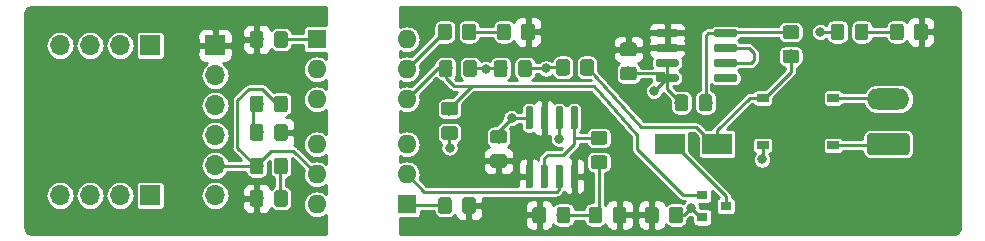
<source format=gbr>
G04 #@! TF.GenerationSoftware,KiCad,Pcbnew,5.1.4-e60b266~84~ubuntu18.04.1*
G04 #@! TF.CreationDate,2019-08-12T17:35:48+02:00*
G04 #@! TF.ProjectId,ebuzzz-adapter,6562757a-7a7a-42d6-9164-61707465722e,rev?*
G04 #@! TF.SameCoordinates,Original*
G04 #@! TF.FileFunction,Copper,L1,Top*
G04 #@! TF.FilePolarity,Positive*
%FSLAX46Y46*%
G04 Gerber Fmt 4.6, Leading zero omitted, Abs format (unit mm)*
G04 Created by KiCad (PCBNEW 5.1.4-e60b266~84~ubuntu18.04.1) date 2019-08-12 17:35:48*
%MOMM*%
%LPD*%
G04 APERTURE LIST*
%ADD10R,1.000000X0.700000*%
%ADD11C,0.100000*%
%ADD12C,1.150000*%
%ADD13R,2.500000X1.800000*%
%ADD14R,1.700000X1.700000*%
%ADD15O,1.700000X1.700000*%
%ADD16C,1.800000*%
%ADD17O,3.600000X1.800000*%
%ADD18R,0.900000X0.800000*%
%ADD19R,1.600000X1.600000*%
%ADD20O,1.600000X1.600000*%
%ADD21C,0.600000*%
%ADD22C,0.800000*%
%ADD23C,0.250000*%
%ADD24C,0.254000*%
G04 APERTURE END LIST*
D10*
X155875000Y-77100000D03*
X155875000Y-81100000D03*
X161825000Y-81100000D03*
X161825000Y-77100000D03*
D11*
G36*
X149324505Y-76801204D02*
G01*
X149348773Y-76804804D01*
X149372572Y-76810765D01*
X149395671Y-76819030D01*
X149417850Y-76829520D01*
X149438893Y-76842132D01*
X149458599Y-76856747D01*
X149476777Y-76873223D01*
X149493253Y-76891401D01*
X149507868Y-76911107D01*
X149520480Y-76932150D01*
X149530970Y-76954329D01*
X149539235Y-76977428D01*
X149545196Y-77001227D01*
X149548796Y-77025495D01*
X149550000Y-77049999D01*
X149550000Y-77950001D01*
X149548796Y-77974505D01*
X149545196Y-77998773D01*
X149539235Y-78022572D01*
X149530970Y-78045671D01*
X149520480Y-78067850D01*
X149507868Y-78088893D01*
X149493253Y-78108599D01*
X149476777Y-78126777D01*
X149458599Y-78143253D01*
X149438893Y-78157868D01*
X149417850Y-78170480D01*
X149395671Y-78180970D01*
X149372572Y-78189235D01*
X149348773Y-78195196D01*
X149324505Y-78198796D01*
X149300001Y-78200000D01*
X148649999Y-78200000D01*
X148625495Y-78198796D01*
X148601227Y-78195196D01*
X148577428Y-78189235D01*
X148554329Y-78180970D01*
X148532150Y-78170480D01*
X148511107Y-78157868D01*
X148491401Y-78143253D01*
X148473223Y-78126777D01*
X148456747Y-78108599D01*
X148442132Y-78088893D01*
X148429520Y-78067850D01*
X148419030Y-78045671D01*
X148410765Y-78022572D01*
X148404804Y-77998773D01*
X148401204Y-77974505D01*
X148400000Y-77950001D01*
X148400000Y-77049999D01*
X148401204Y-77025495D01*
X148404804Y-77001227D01*
X148410765Y-76977428D01*
X148419030Y-76954329D01*
X148429520Y-76932150D01*
X148442132Y-76911107D01*
X148456747Y-76891401D01*
X148473223Y-76873223D01*
X148491401Y-76856747D01*
X148511107Y-76842132D01*
X148532150Y-76829520D01*
X148554329Y-76819030D01*
X148577428Y-76810765D01*
X148601227Y-76804804D01*
X148625495Y-76801204D01*
X148649999Y-76800000D01*
X149300001Y-76800000D01*
X149324505Y-76801204D01*
X149324505Y-76801204D01*
G37*
D12*
X148975000Y-77500000D03*
D11*
G36*
X151374505Y-76801204D02*
G01*
X151398773Y-76804804D01*
X151422572Y-76810765D01*
X151445671Y-76819030D01*
X151467850Y-76829520D01*
X151488893Y-76842132D01*
X151508599Y-76856747D01*
X151526777Y-76873223D01*
X151543253Y-76891401D01*
X151557868Y-76911107D01*
X151570480Y-76932150D01*
X151580970Y-76954329D01*
X151589235Y-76977428D01*
X151595196Y-77001227D01*
X151598796Y-77025495D01*
X151600000Y-77049999D01*
X151600000Y-77950001D01*
X151598796Y-77974505D01*
X151595196Y-77998773D01*
X151589235Y-78022572D01*
X151580970Y-78045671D01*
X151570480Y-78067850D01*
X151557868Y-78088893D01*
X151543253Y-78108599D01*
X151526777Y-78126777D01*
X151508599Y-78143253D01*
X151488893Y-78157868D01*
X151467850Y-78170480D01*
X151445671Y-78180970D01*
X151422572Y-78189235D01*
X151398773Y-78195196D01*
X151374505Y-78198796D01*
X151350001Y-78200000D01*
X150699999Y-78200000D01*
X150675495Y-78198796D01*
X150651227Y-78195196D01*
X150627428Y-78189235D01*
X150604329Y-78180970D01*
X150582150Y-78170480D01*
X150561107Y-78157868D01*
X150541401Y-78143253D01*
X150523223Y-78126777D01*
X150506747Y-78108599D01*
X150492132Y-78088893D01*
X150479520Y-78067850D01*
X150469030Y-78045671D01*
X150460765Y-78022572D01*
X150454804Y-77998773D01*
X150451204Y-77974505D01*
X150450000Y-77950001D01*
X150450000Y-77049999D01*
X150451204Y-77025495D01*
X150454804Y-77001227D01*
X150460765Y-76977428D01*
X150469030Y-76954329D01*
X150479520Y-76932150D01*
X150492132Y-76911107D01*
X150506747Y-76891401D01*
X150523223Y-76873223D01*
X150541401Y-76856747D01*
X150561107Y-76842132D01*
X150582150Y-76829520D01*
X150604329Y-76819030D01*
X150627428Y-76810765D01*
X150651227Y-76804804D01*
X150675495Y-76801204D01*
X150699999Y-76800000D01*
X151350001Y-76800000D01*
X151374505Y-76801204D01*
X151374505Y-76801204D01*
G37*
D12*
X151025000Y-77500000D03*
D11*
G36*
X144974505Y-72401204D02*
G01*
X144998773Y-72404804D01*
X145022572Y-72410765D01*
X145045671Y-72419030D01*
X145067850Y-72429520D01*
X145088893Y-72442132D01*
X145108599Y-72456747D01*
X145126777Y-72473223D01*
X145143253Y-72491401D01*
X145157868Y-72511107D01*
X145170480Y-72532150D01*
X145180970Y-72554329D01*
X145189235Y-72577428D01*
X145195196Y-72601227D01*
X145198796Y-72625495D01*
X145200000Y-72649999D01*
X145200000Y-73300001D01*
X145198796Y-73324505D01*
X145195196Y-73348773D01*
X145189235Y-73372572D01*
X145180970Y-73395671D01*
X145170480Y-73417850D01*
X145157868Y-73438893D01*
X145143253Y-73458599D01*
X145126777Y-73476777D01*
X145108599Y-73493253D01*
X145088893Y-73507868D01*
X145067850Y-73520480D01*
X145045671Y-73530970D01*
X145022572Y-73539235D01*
X144998773Y-73545196D01*
X144974505Y-73548796D01*
X144950001Y-73550000D01*
X144049999Y-73550000D01*
X144025495Y-73548796D01*
X144001227Y-73545196D01*
X143977428Y-73539235D01*
X143954329Y-73530970D01*
X143932150Y-73520480D01*
X143911107Y-73507868D01*
X143891401Y-73493253D01*
X143873223Y-73476777D01*
X143856747Y-73458599D01*
X143842132Y-73438893D01*
X143829520Y-73417850D01*
X143819030Y-73395671D01*
X143810765Y-73372572D01*
X143804804Y-73348773D01*
X143801204Y-73324505D01*
X143800000Y-73300001D01*
X143800000Y-72649999D01*
X143801204Y-72625495D01*
X143804804Y-72601227D01*
X143810765Y-72577428D01*
X143819030Y-72554329D01*
X143829520Y-72532150D01*
X143842132Y-72511107D01*
X143856747Y-72491401D01*
X143873223Y-72473223D01*
X143891401Y-72456747D01*
X143911107Y-72442132D01*
X143932150Y-72429520D01*
X143954329Y-72419030D01*
X143977428Y-72410765D01*
X144001227Y-72404804D01*
X144025495Y-72401204D01*
X144049999Y-72400000D01*
X144950001Y-72400000D01*
X144974505Y-72401204D01*
X144974505Y-72401204D01*
G37*
D12*
X144500000Y-72975000D03*
D11*
G36*
X144974505Y-74451204D02*
G01*
X144998773Y-74454804D01*
X145022572Y-74460765D01*
X145045671Y-74469030D01*
X145067850Y-74479520D01*
X145088893Y-74492132D01*
X145108599Y-74506747D01*
X145126777Y-74523223D01*
X145143253Y-74541401D01*
X145157868Y-74561107D01*
X145170480Y-74582150D01*
X145180970Y-74604329D01*
X145189235Y-74627428D01*
X145195196Y-74651227D01*
X145198796Y-74675495D01*
X145200000Y-74699999D01*
X145200000Y-75350001D01*
X145198796Y-75374505D01*
X145195196Y-75398773D01*
X145189235Y-75422572D01*
X145180970Y-75445671D01*
X145170480Y-75467850D01*
X145157868Y-75488893D01*
X145143253Y-75508599D01*
X145126777Y-75526777D01*
X145108599Y-75543253D01*
X145088893Y-75557868D01*
X145067850Y-75570480D01*
X145045671Y-75580970D01*
X145022572Y-75589235D01*
X144998773Y-75595196D01*
X144974505Y-75598796D01*
X144950001Y-75600000D01*
X144049999Y-75600000D01*
X144025495Y-75598796D01*
X144001227Y-75595196D01*
X143977428Y-75589235D01*
X143954329Y-75580970D01*
X143932150Y-75570480D01*
X143911107Y-75557868D01*
X143891401Y-75543253D01*
X143873223Y-75526777D01*
X143856747Y-75508599D01*
X143842132Y-75488893D01*
X143829520Y-75467850D01*
X143819030Y-75445671D01*
X143810765Y-75422572D01*
X143804804Y-75398773D01*
X143801204Y-75374505D01*
X143800000Y-75350001D01*
X143800000Y-74699999D01*
X143801204Y-74675495D01*
X143804804Y-74651227D01*
X143810765Y-74627428D01*
X143819030Y-74604329D01*
X143829520Y-74582150D01*
X143842132Y-74561107D01*
X143856747Y-74541401D01*
X143873223Y-74523223D01*
X143891401Y-74506747D01*
X143911107Y-74492132D01*
X143932150Y-74479520D01*
X143954329Y-74469030D01*
X143977428Y-74460765D01*
X144001227Y-74454804D01*
X144025495Y-74451204D01*
X144049999Y-74450000D01*
X144950001Y-74450000D01*
X144974505Y-74451204D01*
X144974505Y-74451204D01*
G37*
D12*
X144500000Y-75025000D03*
D11*
G36*
X133974505Y-81851204D02*
G01*
X133998773Y-81854804D01*
X134022572Y-81860765D01*
X134045671Y-81869030D01*
X134067850Y-81879520D01*
X134088893Y-81892132D01*
X134108599Y-81906747D01*
X134126777Y-81923223D01*
X134143253Y-81941401D01*
X134157868Y-81961107D01*
X134170480Y-81982150D01*
X134180970Y-82004329D01*
X134189235Y-82027428D01*
X134195196Y-82051227D01*
X134198796Y-82075495D01*
X134200000Y-82099999D01*
X134200000Y-82750001D01*
X134198796Y-82774505D01*
X134195196Y-82798773D01*
X134189235Y-82822572D01*
X134180970Y-82845671D01*
X134170480Y-82867850D01*
X134157868Y-82888893D01*
X134143253Y-82908599D01*
X134126777Y-82926777D01*
X134108599Y-82943253D01*
X134088893Y-82957868D01*
X134067850Y-82970480D01*
X134045671Y-82980970D01*
X134022572Y-82989235D01*
X133998773Y-82995196D01*
X133974505Y-82998796D01*
X133950001Y-83000000D01*
X133049999Y-83000000D01*
X133025495Y-82998796D01*
X133001227Y-82995196D01*
X132977428Y-82989235D01*
X132954329Y-82980970D01*
X132932150Y-82970480D01*
X132911107Y-82957868D01*
X132891401Y-82943253D01*
X132873223Y-82926777D01*
X132856747Y-82908599D01*
X132842132Y-82888893D01*
X132829520Y-82867850D01*
X132819030Y-82845671D01*
X132810765Y-82822572D01*
X132804804Y-82798773D01*
X132801204Y-82774505D01*
X132800000Y-82750001D01*
X132800000Y-82099999D01*
X132801204Y-82075495D01*
X132804804Y-82051227D01*
X132810765Y-82027428D01*
X132819030Y-82004329D01*
X132829520Y-81982150D01*
X132842132Y-81961107D01*
X132856747Y-81941401D01*
X132873223Y-81923223D01*
X132891401Y-81906747D01*
X132911107Y-81892132D01*
X132932150Y-81879520D01*
X132954329Y-81869030D01*
X132977428Y-81860765D01*
X133001227Y-81854804D01*
X133025495Y-81851204D01*
X133049999Y-81850000D01*
X133950001Y-81850000D01*
X133974505Y-81851204D01*
X133974505Y-81851204D01*
G37*
D12*
X133500000Y-82425000D03*
D11*
G36*
X133974505Y-79801204D02*
G01*
X133998773Y-79804804D01*
X134022572Y-79810765D01*
X134045671Y-79819030D01*
X134067850Y-79829520D01*
X134088893Y-79842132D01*
X134108599Y-79856747D01*
X134126777Y-79873223D01*
X134143253Y-79891401D01*
X134157868Y-79911107D01*
X134170480Y-79932150D01*
X134180970Y-79954329D01*
X134189235Y-79977428D01*
X134195196Y-80001227D01*
X134198796Y-80025495D01*
X134200000Y-80049999D01*
X134200000Y-80700001D01*
X134198796Y-80724505D01*
X134195196Y-80748773D01*
X134189235Y-80772572D01*
X134180970Y-80795671D01*
X134170480Y-80817850D01*
X134157868Y-80838893D01*
X134143253Y-80858599D01*
X134126777Y-80876777D01*
X134108599Y-80893253D01*
X134088893Y-80907868D01*
X134067850Y-80920480D01*
X134045671Y-80930970D01*
X134022572Y-80939235D01*
X133998773Y-80945196D01*
X133974505Y-80948796D01*
X133950001Y-80950000D01*
X133049999Y-80950000D01*
X133025495Y-80948796D01*
X133001227Y-80945196D01*
X132977428Y-80939235D01*
X132954329Y-80930970D01*
X132932150Y-80920480D01*
X132911107Y-80907868D01*
X132891401Y-80893253D01*
X132873223Y-80876777D01*
X132856747Y-80858599D01*
X132842132Y-80838893D01*
X132829520Y-80817850D01*
X132819030Y-80795671D01*
X132810765Y-80772572D01*
X132804804Y-80748773D01*
X132801204Y-80724505D01*
X132800000Y-80700001D01*
X132800000Y-80049999D01*
X132801204Y-80025495D01*
X132804804Y-80001227D01*
X132810765Y-79977428D01*
X132819030Y-79954329D01*
X132829520Y-79932150D01*
X132842132Y-79911107D01*
X132856747Y-79891401D01*
X132873223Y-79873223D01*
X132891401Y-79856747D01*
X132911107Y-79842132D01*
X132932150Y-79829520D01*
X132954329Y-79819030D01*
X132977428Y-79810765D01*
X133001227Y-79804804D01*
X133025495Y-79801204D01*
X133049999Y-79800000D01*
X133950001Y-79800000D01*
X133974505Y-79801204D01*
X133974505Y-79801204D01*
G37*
D12*
X133500000Y-80375000D03*
D11*
G36*
X115420505Y-76901204D02*
G01*
X115444773Y-76904804D01*
X115468572Y-76910765D01*
X115491671Y-76919030D01*
X115513850Y-76929520D01*
X115534893Y-76942132D01*
X115554599Y-76956747D01*
X115572777Y-76973223D01*
X115589253Y-76991401D01*
X115603868Y-77011107D01*
X115616480Y-77032150D01*
X115626970Y-77054329D01*
X115635235Y-77077428D01*
X115641196Y-77101227D01*
X115644796Y-77125495D01*
X115646000Y-77149999D01*
X115646000Y-78050001D01*
X115644796Y-78074505D01*
X115641196Y-78098773D01*
X115635235Y-78122572D01*
X115626970Y-78145671D01*
X115616480Y-78167850D01*
X115603868Y-78188893D01*
X115589253Y-78208599D01*
X115572777Y-78226777D01*
X115554599Y-78243253D01*
X115534893Y-78257868D01*
X115513850Y-78270480D01*
X115491671Y-78280970D01*
X115468572Y-78289235D01*
X115444773Y-78295196D01*
X115420505Y-78298796D01*
X115396001Y-78300000D01*
X114745999Y-78300000D01*
X114721495Y-78298796D01*
X114697227Y-78295196D01*
X114673428Y-78289235D01*
X114650329Y-78280970D01*
X114628150Y-78270480D01*
X114607107Y-78257868D01*
X114587401Y-78243253D01*
X114569223Y-78226777D01*
X114552747Y-78208599D01*
X114538132Y-78188893D01*
X114525520Y-78167850D01*
X114515030Y-78145671D01*
X114506765Y-78122572D01*
X114500804Y-78098773D01*
X114497204Y-78074505D01*
X114496000Y-78050001D01*
X114496000Y-77149999D01*
X114497204Y-77125495D01*
X114500804Y-77101227D01*
X114506765Y-77077428D01*
X114515030Y-77054329D01*
X114525520Y-77032150D01*
X114538132Y-77011107D01*
X114552747Y-76991401D01*
X114569223Y-76973223D01*
X114587401Y-76956747D01*
X114607107Y-76942132D01*
X114628150Y-76929520D01*
X114650329Y-76919030D01*
X114673428Y-76910765D01*
X114697227Y-76904804D01*
X114721495Y-76901204D01*
X114745999Y-76900000D01*
X115396001Y-76900000D01*
X115420505Y-76901204D01*
X115420505Y-76901204D01*
G37*
D12*
X115071000Y-77600000D03*
D11*
G36*
X113370505Y-76901204D02*
G01*
X113394773Y-76904804D01*
X113418572Y-76910765D01*
X113441671Y-76919030D01*
X113463850Y-76929520D01*
X113484893Y-76942132D01*
X113504599Y-76956747D01*
X113522777Y-76973223D01*
X113539253Y-76991401D01*
X113553868Y-77011107D01*
X113566480Y-77032150D01*
X113576970Y-77054329D01*
X113585235Y-77077428D01*
X113591196Y-77101227D01*
X113594796Y-77125495D01*
X113596000Y-77149999D01*
X113596000Y-78050001D01*
X113594796Y-78074505D01*
X113591196Y-78098773D01*
X113585235Y-78122572D01*
X113576970Y-78145671D01*
X113566480Y-78167850D01*
X113553868Y-78188893D01*
X113539253Y-78208599D01*
X113522777Y-78226777D01*
X113504599Y-78243253D01*
X113484893Y-78257868D01*
X113463850Y-78270480D01*
X113441671Y-78280970D01*
X113418572Y-78289235D01*
X113394773Y-78295196D01*
X113370505Y-78298796D01*
X113346001Y-78300000D01*
X112695999Y-78300000D01*
X112671495Y-78298796D01*
X112647227Y-78295196D01*
X112623428Y-78289235D01*
X112600329Y-78280970D01*
X112578150Y-78270480D01*
X112557107Y-78257868D01*
X112537401Y-78243253D01*
X112519223Y-78226777D01*
X112502747Y-78208599D01*
X112488132Y-78188893D01*
X112475520Y-78167850D01*
X112465030Y-78145671D01*
X112456765Y-78122572D01*
X112450804Y-78098773D01*
X112447204Y-78074505D01*
X112446000Y-78050001D01*
X112446000Y-77149999D01*
X112447204Y-77125495D01*
X112450804Y-77101227D01*
X112456765Y-77077428D01*
X112465030Y-77054329D01*
X112475520Y-77032150D01*
X112488132Y-77011107D01*
X112502747Y-76991401D01*
X112519223Y-76973223D01*
X112537401Y-76956747D01*
X112557107Y-76942132D01*
X112578150Y-76929520D01*
X112600329Y-76919030D01*
X112623428Y-76910765D01*
X112647227Y-76904804D01*
X112671495Y-76901204D01*
X112695999Y-76900000D01*
X113346001Y-76900000D01*
X113370505Y-76901204D01*
X113370505Y-76901204D01*
G37*
D12*
X113021000Y-77600000D03*
D11*
G36*
X131349505Y-70801204D02*
G01*
X131373773Y-70804804D01*
X131397572Y-70810765D01*
X131420671Y-70819030D01*
X131442850Y-70829520D01*
X131463893Y-70842132D01*
X131483599Y-70856747D01*
X131501777Y-70873223D01*
X131518253Y-70891401D01*
X131532868Y-70911107D01*
X131545480Y-70932150D01*
X131555970Y-70954329D01*
X131564235Y-70977428D01*
X131570196Y-71001227D01*
X131573796Y-71025495D01*
X131575000Y-71049999D01*
X131575000Y-71950001D01*
X131573796Y-71974505D01*
X131570196Y-71998773D01*
X131564235Y-72022572D01*
X131555970Y-72045671D01*
X131545480Y-72067850D01*
X131532868Y-72088893D01*
X131518253Y-72108599D01*
X131501777Y-72126777D01*
X131483599Y-72143253D01*
X131463893Y-72157868D01*
X131442850Y-72170480D01*
X131420671Y-72180970D01*
X131397572Y-72189235D01*
X131373773Y-72195196D01*
X131349505Y-72198796D01*
X131325001Y-72200000D01*
X130674999Y-72200000D01*
X130650495Y-72198796D01*
X130626227Y-72195196D01*
X130602428Y-72189235D01*
X130579329Y-72180970D01*
X130557150Y-72170480D01*
X130536107Y-72157868D01*
X130516401Y-72143253D01*
X130498223Y-72126777D01*
X130481747Y-72108599D01*
X130467132Y-72088893D01*
X130454520Y-72067850D01*
X130444030Y-72045671D01*
X130435765Y-72022572D01*
X130429804Y-71998773D01*
X130426204Y-71974505D01*
X130425000Y-71950001D01*
X130425000Y-71049999D01*
X130426204Y-71025495D01*
X130429804Y-71001227D01*
X130435765Y-70977428D01*
X130444030Y-70954329D01*
X130454520Y-70932150D01*
X130467132Y-70911107D01*
X130481747Y-70891401D01*
X130498223Y-70873223D01*
X130516401Y-70856747D01*
X130536107Y-70842132D01*
X130557150Y-70829520D01*
X130579329Y-70819030D01*
X130602428Y-70810765D01*
X130626227Y-70804804D01*
X130650495Y-70801204D01*
X130674999Y-70800000D01*
X131325001Y-70800000D01*
X131349505Y-70801204D01*
X131349505Y-70801204D01*
G37*
D12*
X131000000Y-71500000D03*
D11*
G36*
X129299505Y-70801204D02*
G01*
X129323773Y-70804804D01*
X129347572Y-70810765D01*
X129370671Y-70819030D01*
X129392850Y-70829520D01*
X129413893Y-70842132D01*
X129433599Y-70856747D01*
X129451777Y-70873223D01*
X129468253Y-70891401D01*
X129482868Y-70911107D01*
X129495480Y-70932150D01*
X129505970Y-70954329D01*
X129514235Y-70977428D01*
X129520196Y-71001227D01*
X129523796Y-71025495D01*
X129525000Y-71049999D01*
X129525000Y-71950001D01*
X129523796Y-71974505D01*
X129520196Y-71998773D01*
X129514235Y-72022572D01*
X129505970Y-72045671D01*
X129495480Y-72067850D01*
X129482868Y-72088893D01*
X129468253Y-72108599D01*
X129451777Y-72126777D01*
X129433599Y-72143253D01*
X129413893Y-72157868D01*
X129392850Y-72170480D01*
X129370671Y-72180970D01*
X129347572Y-72189235D01*
X129323773Y-72195196D01*
X129299505Y-72198796D01*
X129275001Y-72200000D01*
X128624999Y-72200000D01*
X128600495Y-72198796D01*
X128576227Y-72195196D01*
X128552428Y-72189235D01*
X128529329Y-72180970D01*
X128507150Y-72170480D01*
X128486107Y-72157868D01*
X128466401Y-72143253D01*
X128448223Y-72126777D01*
X128431747Y-72108599D01*
X128417132Y-72088893D01*
X128404520Y-72067850D01*
X128394030Y-72045671D01*
X128385765Y-72022572D01*
X128379804Y-71998773D01*
X128376204Y-71974505D01*
X128375000Y-71950001D01*
X128375000Y-71049999D01*
X128376204Y-71025495D01*
X128379804Y-71001227D01*
X128385765Y-70977428D01*
X128394030Y-70954329D01*
X128404520Y-70932150D01*
X128417132Y-70911107D01*
X128431747Y-70891401D01*
X128448223Y-70873223D01*
X128466401Y-70856747D01*
X128486107Y-70842132D01*
X128507150Y-70829520D01*
X128529329Y-70819030D01*
X128552428Y-70810765D01*
X128576227Y-70804804D01*
X128600495Y-70801204D01*
X128624999Y-70800000D01*
X129275001Y-70800000D01*
X129299505Y-70801204D01*
X129299505Y-70801204D01*
G37*
D12*
X128950000Y-71500000D03*
D13*
X152000000Y-81000000D03*
X148000000Y-81000000D03*
D11*
G36*
X167574505Y-70801204D02*
G01*
X167598773Y-70804804D01*
X167622572Y-70810765D01*
X167645671Y-70819030D01*
X167667850Y-70829520D01*
X167688893Y-70842132D01*
X167708599Y-70856747D01*
X167726777Y-70873223D01*
X167743253Y-70891401D01*
X167757868Y-70911107D01*
X167770480Y-70932150D01*
X167780970Y-70954329D01*
X167789235Y-70977428D01*
X167795196Y-71001227D01*
X167798796Y-71025495D01*
X167800000Y-71049999D01*
X167800000Y-71950001D01*
X167798796Y-71974505D01*
X167795196Y-71998773D01*
X167789235Y-72022572D01*
X167780970Y-72045671D01*
X167770480Y-72067850D01*
X167757868Y-72088893D01*
X167743253Y-72108599D01*
X167726777Y-72126777D01*
X167708599Y-72143253D01*
X167688893Y-72157868D01*
X167667850Y-72170480D01*
X167645671Y-72180970D01*
X167622572Y-72189235D01*
X167598773Y-72195196D01*
X167574505Y-72198796D01*
X167550001Y-72200000D01*
X166899999Y-72200000D01*
X166875495Y-72198796D01*
X166851227Y-72195196D01*
X166827428Y-72189235D01*
X166804329Y-72180970D01*
X166782150Y-72170480D01*
X166761107Y-72157868D01*
X166741401Y-72143253D01*
X166723223Y-72126777D01*
X166706747Y-72108599D01*
X166692132Y-72088893D01*
X166679520Y-72067850D01*
X166669030Y-72045671D01*
X166660765Y-72022572D01*
X166654804Y-71998773D01*
X166651204Y-71974505D01*
X166650000Y-71950001D01*
X166650000Y-71049999D01*
X166651204Y-71025495D01*
X166654804Y-71001227D01*
X166660765Y-70977428D01*
X166669030Y-70954329D01*
X166679520Y-70932150D01*
X166692132Y-70911107D01*
X166706747Y-70891401D01*
X166723223Y-70873223D01*
X166741401Y-70856747D01*
X166761107Y-70842132D01*
X166782150Y-70829520D01*
X166804329Y-70819030D01*
X166827428Y-70810765D01*
X166851227Y-70804804D01*
X166875495Y-70801204D01*
X166899999Y-70800000D01*
X167550001Y-70800000D01*
X167574505Y-70801204D01*
X167574505Y-70801204D01*
G37*
D12*
X167225000Y-71500000D03*
D11*
G36*
X169624505Y-70801204D02*
G01*
X169648773Y-70804804D01*
X169672572Y-70810765D01*
X169695671Y-70819030D01*
X169717850Y-70829520D01*
X169738893Y-70842132D01*
X169758599Y-70856747D01*
X169776777Y-70873223D01*
X169793253Y-70891401D01*
X169807868Y-70911107D01*
X169820480Y-70932150D01*
X169830970Y-70954329D01*
X169839235Y-70977428D01*
X169845196Y-71001227D01*
X169848796Y-71025495D01*
X169850000Y-71049999D01*
X169850000Y-71950001D01*
X169848796Y-71974505D01*
X169845196Y-71998773D01*
X169839235Y-72022572D01*
X169830970Y-72045671D01*
X169820480Y-72067850D01*
X169807868Y-72088893D01*
X169793253Y-72108599D01*
X169776777Y-72126777D01*
X169758599Y-72143253D01*
X169738893Y-72157868D01*
X169717850Y-72170480D01*
X169695671Y-72180970D01*
X169672572Y-72189235D01*
X169648773Y-72195196D01*
X169624505Y-72198796D01*
X169600001Y-72200000D01*
X168949999Y-72200000D01*
X168925495Y-72198796D01*
X168901227Y-72195196D01*
X168877428Y-72189235D01*
X168854329Y-72180970D01*
X168832150Y-72170480D01*
X168811107Y-72157868D01*
X168791401Y-72143253D01*
X168773223Y-72126777D01*
X168756747Y-72108599D01*
X168742132Y-72088893D01*
X168729520Y-72067850D01*
X168719030Y-72045671D01*
X168710765Y-72022572D01*
X168704804Y-71998773D01*
X168701204Y-71974505D01*
X168700000Y-71950001D01*
X168700000Y-71049999D01*
X168701204Y-71025495D01*
X168704804Y-71001227D01*
X168710765Y-70977428D01*
X168719030Y-70954329D01*
X168729520Y-70932150D01*
X168742132Y-70911107D01*
X168756747Y-70891401D01*
X168773223Y-70873223D01*
X168791401Y-70856747D01*
X168811107Y-70842132D01*
X168832150Y-70829520D01*
X168854329Y-70819030D01*
X168877428Y-70810765D01*
X168901227Y-70804804D01*
X168925495Y-70801204D01*
X168949999Y-70800000D01*
X169600001Y-70800000D01*
X169624505Y-70801204D01*
X169624505Y-70801204D01*
G37*
D12*
X169275000Y-71500000D03*
D14*
X104000000Y-72644000D03*
D15*
X101460000Y-72644000D03*
X98920000Y-72644000D03*
X96380000Y-72644000D03*
X96380000Y-85344000D03*
X98920000Y-85344000D03*
X101460000Y-85344000D03*
D14*
X104000000Y-85344000D03*
X109500000Y-72644000D03*
D15*
X109500000Y-75184000D03*
X109500000Y-77724000D03*
X109500000Y-80264000D03*
X109500000Y-82804000D03*
X109500000Y-85344000D03*
D11*
G36*
X168074504Y-80101204D02*
G01*
X168098773Y-80104804D01*
X168122571Y-80110765D01*
X168145671Y-80119030D01*
X168167849Y-80129520D01*
X168188893Y-80142133D01*
X168208598Y-80156747D01*
X168226777Y-80173223D01*
X168243253Y-80191402D01*
X168257867Y-80211107D01*
X168270480Y-80232151D01*
X168280970Y-80254329D01*
X168289235Y-80277429D01*
X168295196Y-80301227D01*
X168298796Y-80325496D01*
X168300000Y-80350000D01*
X168300000Y-81650000D01*
X168298796Y-81674504D01*
X168295196Y-81698773D01*
X168289235Y-81722571D01*
X168280970Y-81745671D01*
X168270480Y-81767849D01*
X168257867Y-81788893D01*
X168243253Y-81808598D01*
X168226777Y-81826777D01*
X168208598Y-81843253D01*
X168188893Y-81857867D01*
X168167849Y-81870480D01*
X168145671Y-81880970D01*
X168122571Y-81889235D01*
X168098773Y-81895196D01*
X168074504Y-81898796D01*
X168050000Y-81900000D01*
X164950000Y-81900000D01*
X164925496Y-81898796D01*
X164901227Y-81895196D01*
X164877429Y-81889235D01*
X164854329Y-81880970D01*
X164832151Y-81870480D01*
X164811107Y-81857867D01*
X164791402Y-81843253D01*
X164773223Y-81826777D01*
X164756747Y-81808598D01*
X164742133Y-81788893D01*
X164729520Y-81767849D01*
X164719030Y-81745671D01*
X164710765Y-81722571D01*
X164704804Y-81698773D01*
X164701204Y-81674504D01*
X164700000Y-81650000D01*
X164700000Y-80350000D01*
X164701204Y-80325496D01*
X164704804Y-80301227D01*
X164710765Y-80277429D01*
X164719030Y-80254329D01*
X164729520Y-80232151D01*
X164742133Y-80211107D01*
X164756747Y-80191402D01*
X164773223Y-80173223D01*
X164791402Y-80156747D01*
X164811107Y-80142133D01*
X164832151Y-80129520D01*
X164854329Y-80119030D01*
X164877429Y-80110765D01*
X164901227Y-80104804D01*
X164925496Y-80101204D01*
X164950000Y-80100000D01*
X168050000Y-80100000D01*
X168074504Y-80101204D01*
X168074504Y-80101204D01*
G37*
D16*
X166500000Y-81000000D03*
D17*
X166500000Y-77190000D03*
D18*
X150750000Y-85300000D03*
X150750000Y-87200000D03*
X152750000Y-86250000D03*
D11*
G36*
X113370505Y-84899204D02*
G01*
X113394773Y-84902804D01*
X113418572Y-84908765D01*
X113441671Y-84917030D01*
X113463850Y-84927520D01*
X113484893Y-84940132D01*
X113504599Y-84954747D01*
X113522777Y-84971223D01*
X113539253Y-84989401D01*
X113553868Y-85009107D01*
X113566480Y-85030150D01*
X113576970Y-85052329D01*
X113585235Y-85075428D01*
X113591196Y-85099227D01*
X113594796Y-85123495D01*
X113596000Y-85147999D01*
X113596000Y-86048001D01*
X113594796Y-86072505D01*
X113591196Y-86096773D01*
X113585235Y-86120572D01*
X113576970Y-86143671D01*
X113566480Y-86165850D01*
X113553868Y-86186893D01*
X113539253Y-86206599D01*
X113522777Y-86224777D01*
X113504599Y-86241253D01*
X113484893Y-86255868D01*
X113463850Y-86268480D01*
X113441671Y-86278970D01*
X113418572Y-86287235D01*
X113394773Y-86293196D01*
X113370505Y-86296796D01*
X113346001Y-86298000D01*
X112695999Y-86298000D01*
X112671495Y-86296796D01*
X112647227Y-86293196D01*
X112623428Y-86287235D01*
X112600329Y-86278970D01*
X112578150Y-86268480D01*
X112557107Y-86255868D01*
X112537401Y-86241253D01*
X112519223Y-86224777D01*
X112502747Y-86206599D01*
X112488132Y-86186893D01*
X112475520Y-86165850D01*
X112465030Y-86143671D01*
X112456765Y-86120572D01*
X112450804Y-86096773D01*
X112447204Y-86072505D01*
X112446000Y-86048001D01*
X112446000Y-85147999D01*
X112447204Y-85123495D01*
X112450804Y-85099227D01*
X112456765Y-85075428D01*
X112465030Y-85052329D01*
X112475520Y-85030150D01*
X112488132Y-85009107D01*
X112502747Y-84989401D01*
X112519223Y-84971223D01*
X112537401Y-84954747D01*
X112557107Y-84940132D01*
X112578150Y-84927520D01*
X112600329Y-84917030D01*
X112623428Y-84908765D01*
X112647227Y-84902804D01*
X112671495Y-84899204D01*
X112695999Y-84898000D01*
X113346001Y-84898000D01*
X113370505Y-84899204D01*
X113370505Y-84899204D01*
G37*
D12*
X113021000Y-85598000D03*
D11*
G36*
X115420505Y-84899204D02*
G01*
X115444773Y-84902804D01*
X115468572Y-84908765D01*
X115491671Y-84917030D01*
X115513850Y-84927520D01*
X115534893Y-84940132D01*
X115554599Y-84954747D01*
X115572777Y-84971223D01*
X115589253Y-84989401D01*
X115603868Y-85009107D01*
X115616480Y-85030150D01*
X115626970Y-85052329D01*
X115635235Y-85075428D01*
X115641196Y-85099227D01*
X115644796Y-85123495D01*
X115646000Y-85147999D01*
X115646000Y-86048001D01*
X115644796Y-86072505D01*
X115641196Y-86096773D01*
X115635235Y-86120572D01*
X115626970Y-86143671D01*
X115616480Y-86165850D01*
X115603868Y-86186893D01*
X115589253Y-86206599D01*
X115572777Y-86224777D01*
X115554599Y-86241253D01*
X115534893Y-86255868D01*
X115513850Y-86268480D01*
X115491671Y-86278970D01*
X115468572Y-86287235D01*
X115444773Y-86293196D01*
X115420505Y-86296796D01*
X115396001Y-86298000D01*
X114745999Y-86298000D01*
X114721495Y-86296796D01*
X114697227Y-86293196D01*
X114673428Y-86287235D01*
X114650329Y-86278970D01*
X114628150Y-86268480D01*
X114607107Y-86255868D01*
X114587401Y-86241253D01*
X114569223Y-86224777D01*
X114552747Y-86206599D01*
X114538132Y-86186893D01*
X114525520Y-86165850D01*
X114515030Y-86143671D01*
X114506765Y-86120572D01*
X114500804Y-86096773D01*
X114497204Y-86072505D01*
X114496000Y-86048001D01*
X114496000Y-85147999D01*
X114497204Y-85123495D01*
X114500804Y-85099227D01*
X114506765Y-85075428D01*
X114515030Y-85052329D01*
X114525520Y-85030150D01*
X114538132Y-85009107D01*
X114552747Y-84989401D01*
X114569223Y-84971223D01*
X114587401Y-84954747D01*
X114607107Y-84940132D01*
X114628150Y-84927520D01*
X114650329Y-84917030D01*
X114673428Y-84908765D01*
X114697227Y-84902804D01*
X114721495Y-84899204D01*
X114745999Y-84898000D01*
X115396001Y-84898000D01*
X115420505Y-84899204D01*
X115420505Y-84899204D01*
G37*
D12*
X115071000Y-85598000D03*
D11*
G36*
X113370505Y-82151204D02*
G01*
X113394773Y-82154804D01*
X113418572Y-82160765D01*
X113441671Y-82169030D01*
X113463850Y-82179520D01*
X113484893Y-82192132D01*
X113504599Y-82206747D01*
X113522777Y-82223223D01*
X113539253Y-82241401D01*
X113553868Y-82261107D01*
X113566480Y-82282150D01*
X113576970Y-82304329D01*
X113585235Y-82327428D01*
X113591196Y-82351227D01*
X113594796Y-82375495D01*
X113596000Y-82399999D01*
X113596000Y-83300001D01*
X113594796Y-83324505D01*
X113591196Y-83348773D01*
X113585235Y-83372572D01*
X113576970Y-83395671D01*
X113566480Y-83417850D01*
X113553868Y-83438893D01*
X113539253Y-83458599D01*
X113522777Y-83476777D01*
X113504599Y-83493253D01*
X113484893Y-83507868D01*
X113463850Y-83520480D01*
X113441671Y-83530970D01*
X113418572Y-83539235D01*
X113394773Y-83545196D01*
X113370505Y-83548796D01*
X113346001Y-83550000D01*
X112695999Y-83550000D01*
X112671495Y-83548796D01*
X112647227Y-83545196D01*
X112623428Y-83539235D01*
X112600329Y-83530970D01*
X112578150Y-83520480D01*
X112557107Y-83507868D01*
X112537401Y-83493253D01*
X112519223Y-83476777D01*
X112502747Y-83458599D01*
X112488132Y-83438893D01*
X112475520Y-83417850D01*
X112465030Y-83395671D01*
X112456765Y-83372572D01*
X112450804Y-83348773D01*
X112447204Y-83324505D01*
X112446000Y-83300001D01*
X112446000Y-82399999D01*
X112447204Y-82375495D01*
X112450804Y-82351227D01*
X112456765Y-82327428D01*
X112465030Y-82304329D01*
X112475520Y-82282150D01*
X112488132Y-82261107D01*
X112502747Y-82241401D01*
X112519223Y-82223223D01*
X112537401Y-82206747D01*
X112557107Y-82192132D01*
X112578150Y-82179520D01*
X112600329Y-82169030D01*
X112623428Y-82160765D01*
X112647227Y-82154804D01*
X112671495Y-82151204D01*
X112695999Y-82150000D01*
X113346001Y-82150000D01*
X113370505Y-82151204D01*
X113370505Y-82151204D01*
G37*
D12*
X113021000Y-82850000D03*
D11*
G36*
X115420505Y-82151204D02*
G01*
X115444773Y-82154804D01*
X115468572Y-82160765D01*
X115491671Y-82169030D01*
X115513850Y-82179520D01*
X115534893Y-82192132D01*
X115554599Y-82206747D01*
X115572777Y-82223223D01*
X115589253Y-82241401D01*
X115603868Y-82261107D01*
X115616480Y-82282150D01*
X115626970Y-82304329D01*
X115635235Y-82327428D01*
X115641196Y-82351227D01*
X115644796Y-82375495D01*
X115646000Y-82399999D01*
X115646000Y-83300001D01*
X115644796Y-83324505D01*
X115641196Y-83348773D01*
X115635235Y-83372572D01*
X115626970Y-83395671D01*
X115616480Y-83417850D01*
X115603868Y-83438893D01*
X115589253Y-83458599D01*
X115572777Y-83476777D01*
X115554599Y-83493253D01*
X115534893Y-83507868D01*
X115513850Y-83520480D01*
X115491671Y-83530970D01*
X115468572Y-83539235D01*
X115444773Y-83545196D01*
X115420505Y-83548796D01*
X115396001Y-83550000D01*
X114745999Y-83550000D01*
X114721495Y-83548796D01*
X114697227Y-83545196D01*
X114673428Y-83539235D01*
X114650329Y-83530970D01*
X114628150Y-83520480D01*
X114607107Y-83507868D01*
X114587401Y-83493253D01*
X114569223Y-83476777D01*
X114552747Y-83458599D01*
X114538132Y-83438893D01*
X114525520Y-83417850D01*
X114515030Y-83395671D01*
X114506765Y-83372572D01*
X114500804Y-83348773D01*
X114497204Y-83324505D01*
X114496000Y-83300001D01*
X114496000Y-82399999D01*
X114497204Y-82375495D01*
X114500804Y-82351227D01*
X114506765Y-82327428D01*
X114515030Y-82304329D01*
X114525520Y-82282150D01*
X114538132Y-82261107D01*
X114552747Y-82241401D01*
X114569223Y-82223223D01*
X114587401Y-82206747D01*
X114607107Y-82192132D01*
X114628150Y-82179520D01*
X114650329Y-82169030D01*
X114673428Y-82160765D01*
X114697227Y-82154804D01*
X114721495Y-82151204D01*
X114745999Y-82150000D01*
X115396001Y-82150000D01*
X115420505Y-82151204D01*
X115420505Y-82151204D01*
G37*
D12*
X115071000Y-82850000D03*
D11*
G36*
X113370505Y-71437204D02*
G01*
X113394773Y-71440804D01*
X113418572Y-71446765D01*
X113441671Y-71455030D01*
X113463850Y-71465520D01*
X113484893Y-71478132D01*
X113504599Y-71492747D01*
X113522777Y-71509223D01*
X113539253Y-71527401D01*
X113553868Y-71547107D01*
X113566480Y-71568150D01*
X113576970Y-71590329D01*
X113585235Y-71613428D01*
X113591196Y-71637227D01*
X113594796Y-71661495D01*
X113596000Y-71685999D01*
X113596000Y-72586001D01*
X113594796Y-72610505D01*
X113591196Y-72634773D01*
X113585235Y-72658572D01*
X113576970Y-72681671D01*
X113566480Y-72703850D01*
X113553868Y-72724893D01*
X113539253Y-72744599D01*
X113522777Y-72762777D01*
X113504599Y-72779253D01*
X113484893Y-72793868D01*
X113463850Y-72806480D01*
X113441671Y-72816970D01*
X113418572Y-72825235D01*
X113394773Y-72831196D01*
X113370505Y-72834796D01*
X113346001Y-72836000D01*
X112695999Y-72836000D01*
X112671495Y-72834796D01*
X112647227Y-72831196D01*
X112623428Y-72825235D01*
X112600329Y-72816970D01*
X112578150Y-72806480D01*
X112557107Y-72793868D01*
X112537401Y-72779253D01*
X112519223Y-72762777D01*
X112502747Y-72744599D01*
X112488132Y-72724893D01*
X112475520Y-72703850D01*
X112465030Y-72681671D01*
X112456765Y-72658572D01*
X112450804Y-72634773D01*
X112447204Y-72610505D01*
X112446000Y-72586001D01*
X112446000Y-71685999D01*
X112447204Y-71661495D01*
X112450804Y-71637227D01*
X112456765Y-71613428D01*
X112465030Y-71590329D01*
X112475520Y-71568150D01*
X112488132Y-71547107D01*
X112502747Y-71527401D01*
X112519223Y-71509223D01*
X112537401Y-71492747D01*
X112557107Y-71478132D01*
X112578150Y-71465520D01*
X112600329Y-71455030D01*
X112623428Y-71446765D01*
X112647227Y-71440804D01*
X112671495Y-71437204D01*
X112695999Y-71436000D01*
X113346001Y-71436000D01*
X113370505Y-71437204D01*
X113370505Y-71437204D01*
G37*
D12*
X113021000Y-72136000D03*
D11*
G36*
X115420505Y-71437204D02*
G01*
X115444773Y-71440804D01*
X115468572Y-71446765D01*
X115491671Y-71455030D01*
X115513850Y-71465520D01*
X115534893Y-71478132D01*
X115554599Y-71492747D01*
X115572777Y-71509223D01*
X115589253Y-71527401D01*
X115603868Y-71547107D01*
X115616480Y-71568150D01*
X115626970Y-71590329D01*
X115635235Y-71613428D01*
X115641196Y-71637227D01*
X115644796Y-71661495D01*
X115646000Y-71685999D01*
X115646000Y-72586001D01*
X115644796Y-72610505D01*
X115641196Y-72634773D01*
X115635235Y-72658572D01*
X115626970Y-72681671D01*
X115616480Y-72703850D01*
X115603868Y-72724893D01*
X115589253Y-72744599D01*
X115572777Y-72762777D01*
X115554599Y-72779253D01*
X115534893Y-72793868D01*
X115513850Y-72806480D01*
X115491671Y-72816970D01*
X115468572Y-72825235D01*
X115444773Y-72831196D01*
X115420505Y-72834796D01*
X115396001Y-72836000D01*
X114745999Y-72836000D01*
X114721495Y-72834796D01*
X114697227Y-72831196D01*
X114673428Y-72825235D01*
X114650329Y-72816970D01*
X114628150Y-72806480D01*
X114607107Y-72793868D01*
X114587401Y-72779253D01*
X114569223Y-72762777D01*
X114552747Y-72744599D01*
X114538132Y-72724893D01*
X114525520Y-72703850D01*
X114515030Y-72681671D01*
X114506765Y-72658572D01*
X114500804Y-72634773D01*
X114497204Y-72610505D01*
X114496000Y-72586001D01*
X114496000Y-71685999D01*
X114497204Y-71661495D01*
X114500804Y-71637227D01*
X114506765Y-71613428D01*
X114515030Y-71590329D01*
X114525520Y-71568150D01*
X114538132Y-71547107D01*
X114552747Y-71527401D01*
X114569223Y-71509223D01*
X114587401Y-71492747D01*
X114607107Y-71478132D01*
X114628150Y-71465520D01*
X114650329Y-71455030D01*
X114673428Y-71446765D01*
X114697227Y-71440804D01*
X114721495Y-71437204D01*
X114745999Y-71436000D01*
X115396001Y-71436000D01*
X115420505Y-71437204D01*
X115420505Y-71437204D01*
G37*
D12*
X115071000Y-72136000D03*
D11*
G36*
X113370505Y-79311204D02*
G01*
X113394773Y-79314804D01*
X113418572Y-79320765D01*
X113441671Y-79329030D01*
X113463850Y-79339520D01*
X113484893Y-79352132D01*
X113504599Y-79366747D01*
X113522777Y-79383223D01*
X113539253Y-79401401D01*
X113553868Y-79421107D01*
X113566480Y-79442150D01*
X113576970Y-79464329D01*
X113585235Y-79487428D01*
X113591196Y-79511227D01*
X113594796Y-79535495D01*
X113596000Y-79559999D01*
X113596000Y-80460001D01*
X113594796Y-80484505D01*
X113591196Y-80508773D01*
X113585235Y-80532572D01*
X113576970Y-80555671D01*
X113566480Y-80577850D01*
X113553868Y-80598893D01*
X113539253Y-80618599D01*
X113522777Y-80636777D01*
X113504599Y-80653253D01*
X113484893Y-80667868D01*
X113463850Y-80680480D01*
X113441671Y-80690970D01*
X113418572Y-80699235D01*
X113394773Y-80705196D01*
X113370505Y-80708796D01*
X113346001Y-80710000D01*
X112695999Y-80710000D01*
X112671495Y-80708796D01*
X112647227Y-80705196D01*
X112623428Y-80699235D01*
X112600329Y-80690970D01*
X112578150Y-80680480D01*
X112557107Y-80667868D01*
X112537401Y-80653253D01*
X112519223Y-80636777D01*
X112502747Y-80618599D01*
X112488132Y-80598893D01*
X112475520Y-80577850D01*
X112465030Y-80555671D01*
X112456765Y-80532572D01*
X112450804Y-80508773D01*
X112447204Y-80484505D01*
X112446000Y-80460001D01*
X112446000Y-79559999D01*
X112447204Y-79535495D01*
X112450804Y-79511227D01*
X112456765Y-79487428D01*
X112465030Y-79464329D01*
X112475520Y-79442150D01*
X112488132Y-79421107D01*
X112502747Y-79401401D01*
X112519223Y-79383223D01*
X112537401Y-79366747D01*
X112557107Y-79352132D01*
X112578150Y-79339520D01*
X112600329Y-79329030D01*
X112623428Y-79320765D01*
X112647227Y-79314804D01*
X112671495Y-79311204D01*
X112695999Y-79310000D01*
X113346001Y-79310000D01*
X113370505Y-79311204D01*
X113370505Y-79311204D01*
G37*
D12*
X113021000Y-80010000D03*
D11*
G36*
X115420505Y-79311204D02*
G01*
X115444773Y-79314804D01*
X115468572Y-79320765D01*
X115491671Y-79329030D01*
X115513850Y-79339520D01*
X115534893Y-79352132D01*
X115554599Y-79366747D01*
X115572777Y-79383223D01*
X115589253Y-79401401D01*
X115603868Y-79421107D01*
X115616480Y-79442150D01*
X115626970Y-79464329D01*
X115635235Y-79487428D01*
X115641196Y-79511227D01*
X115644796Y-79535495D01*
X115646000Y-79559999D01*
X115646000Y-80460001D01*
X115644796Y-80484505D01*
X115641196Y-80508773D01*
X115635235Y-80532572D01*
X115626970Y-80555671D01*
X115616480Y-80577850D01*
X115603868Y-80598893D01*
X115589253Y-80618599D01*
X115572777Y-80636777D01*
X115554599Y-80653253D01*
X115534893Y-80667868D01*
X115513850Y-80680480D01*
X115491671Y-80690970D01*
X115468572Y-80699235D01*
X115444773Y-80705196D01*
X115420505Y-80708796D01*
X115396001Y-80710000D01*
X114745999Y-80710000D01*
X114721495Y-80708796D01*
X114697227Y-80705196D01*
X114673428Y-80699235D01*
X114650329Y-80690970D01*
X114628150Y-80680480D01*
X114607107Y-80667868D01*
X114587401Y-80653253D01*
X114569223Y-80636777D01*
X114552747Y-80618599D01*
X114538132Y-80598893D01*
X114525520Y-80577850D01*
X114515030Y-80555671D01*
X114506765Y-80532572D01*
X114500804Y-80508773D01*
X114497204Y-80484505D01*
X114496000Y-80460001D01*
X114496000Y-79559999D01*
X114497204Y-79535495D01*
X114500804Y-79511227D01*
X114506765Y-79487428D01*
X114515030Y-79464329D01*
X114525520Y-79442150D01*
X114538132Y-79421107D01*
X114552747Y-79401401D01*
X114569223Y-79383223D01*
X114587401Y-79366747D01*
X114607107Y-79352132D01*
X114628150Y-79339520D01*
X114650329Y-79329030D01*
X114673428Y-79320765D01*
X114697227Y-79314804D01*
X114721495Y-79311204D01*
X114745999Y-79310000D01*
X115396001Y-79310000D01*
X115420505Y-79311204D01*
X115420505Y-79311204D01*
G37*
D12*
X115071000Y-80010000D03*
D11*
G36*
X129299505Y-85501204D02*
G01*
X129323773Y-85504804D01*
X129347572Y-85510765D01*
X129370671Y-85519030D01*
X129392850Y-85529520D01*
X129413893Y-85542132D01*
X129433599Y-85556747D01*
X129451777Y-85573223D01*
X129468253Y-85591401D01*
X129482868Y-85611107D01*
X129495480Y-85632150D01*
X129505970Y-85654329D01*
X129514235Y-85677428D01*
X129520196Y-85701227D01*
X129523796Y-85725495D01*
X129525000Y-85749999D01*
X129525000Y-86650001D01*
X129523796Y-86674505D01*
X129520196Y-86698773D01*
X129514235Y-86722572D01*
X129505970Y-86745671D01*
X129495480Y-86767850D01*
X129482868Y-86788893D01*
X129468253Y-86808599D01*
X129451777Y-86826777D01*
X129433599Y-86843253D01*
X129413893Y-86857868D01*
X129392850Y-86870480D01*
X129370671Y-86880970D01*
X129347572Y-86889235D01*
X129323773Y-86895196D01*
X129299505Y-86898796D01*
X129275001Y-86900000D01*
X128624999Y-86900000D01*
X128600495Y-86898796D01*
X128576227Y-86895196D01*
X128552428Y-86889235D01*
X128529329Y-86880970D01*
X128507150Y-86870480D01*
X128486107Y-86857868D01*
X128466401Y-86843253D01*
X128448223Y-86826777D01*
X128431747Y-86808599D01*
X128417132Y-86788893D01*
X128404520Y-86767850D01*
X128394030Y-86745671D01*
X128385765Y-86722572D01*
X128379804Y-86698773D01*
X128376204Y-86674505D01*
X128375000Y-86650001D01*
X128375000Y-85749999D01*
X128376204Y-85725495D01*
X128379804Y-85701227D01*
X128385765Y-85677428D01*
X128394030Y-85654329D01*
X128404520Y-85632150D01*
X128417132Y-85611107D01*
X128431747Y-85591401D01*
X128448223Y-85573223D01*
X128466401Y-85556747D01*
X128486107Y-85542132D01*
X128507150Y-85529520D01*
X128529329Y-85519030D01*
X128552428Y-85510765D01*
X128576227Y-85504804D01*
X128600495Y-85501204D01*
X128624999Y-85500000D01*
X129275001Y-85500000D01*
X129299505Y-85501204D01*
X129299505Y-85501204D01*
G37*
D12*
X128950000Y-86200000D03*
D11*
G36*
X131349505Y-85501204D02*
G01*
X131373773Y-85504804D01*
X131397572Y-85510765D01*
X131420671Y-85519030D01*
X131442850Y-85529520D01*
X131463893Y-85542132D01*
X131483599Y-85556747D01*
X131501777Y-85573223D01*
X131518253Y-85591401D01*
X131532868Y-85611107D01*
X131545480Y-85632150D01*
X131555970Y-85654329D01*
X131564235Y-85677428D01*
X131570196Y-85701227D01*
X131573796Y-85725495D01*
X131575000Y-85749999D01*
X131575000Y-86650001D01*
X131573796Y-86674505D01*
X131570196Y-86698773D01*
X131564235Y-86722572D01*
X131555970Y-86745671D01*
X131545480Y-86767850D01*
X131532868Y-86788893D01*
X131518253Y-86808599D01*
X131501777Y-86826777D01*
X131483599Y-86843253D01*
X131463893Y-86857868D01*
X131442850Y-86870480D01*
X131420671Y-86880970D01*
X131397572Y-86889235D01*
X131373773Y-86895196D01*
X131349505Y-86898796D01*
X131325001Y-86900000D01*
X130674999Y-86900000D01*
X130650495Y-86898796D01*
X130626227Y-86895196D01*
X130602428Y-86889235D01*
X130579329Y-86880970D01*
X130557150Y-86870480D01*
X130536107Y-86857868D01*
X130516401Y-86843253D01*
X130498223Y-86826777D01*
X130481747Y-86808599D01*
X130467132Y-86788893D01*
X130454520Y-86767850D01*
X130444030Y-86745671D01*
X130435765Y-86722572D01*
X130429804Y-86698773D01*
X130426204Y-86674505D01*
X130425000Y-86650001D01*
X130425000Y-85749999D01*
X130426204Y-85725495D01*
X130429804Y-85701227D01*
X130435765Y-85677428D01*
X130444030Y-85654329D01*
X130454520Y-85632150D01*
X130467132Y-85611107D01*
X130481747Y-85591401D01*
X130498223Y-85573223D01*
X130516401Y-85556747D01*
X130536107Y-85542132D01*
X130557150Y-85529520D01*
X130579329Y-85519030D01*
X130602428Y-85510765D01*
X130626227Y-85504804D01*
X130650495Y-85501204D01*
X130674999Y-85500000D01*
X131325001Y-85500000D01*
X131349505Y-85501204D01*
X131349505Y-85501204D01*
G37*
D12*
X131000000Y-86200000D03*
D11*
G36*
X129814505Y-79481204D02*
G01*
X129838773Y-79484804D01*
X129862572Y-79490765D01*
X129885671Y-79499030D01*
X129907850Y-79509520D01*
X129928893Y-79522132D01*
X129948599Y-79536747D01*
X129966777Y-79553223D01*
X129983253Y-79571401D01*
X129997868Y-79591107D01*
X130010480Y-79612150D01*
X130020970Y-79634329D01*
X130029235Y-79657428D01*
X130035196Y-79681227D01*
X130038796Y-79705495D01*
X130040000Y-79729999D01*
X130040000Y-80380001D01*
X130038796Y-80404505D01*
X130035196Y-80428773D01*
X130029235Y-80452572D01*
X130020970Y-80475671D01*
X130010480Y-80497850D01*
X129997868Y-80518893D01*
X129983253Y-80538599D01*
X129966777Y-80556777D01*
X129948599Y-80573253D01*
X129928893Y-80587868D01*
X129907850Y-80600480D01*
X129885671Y-80610970D01*
X129862572Y-80619235D01*
X129838773Y-80625196D01*
X129814505Y-80628796D01*
X129790001Y-80630000D01*
X128889999Y-80630000D01*
X128865495Y-80628796D01*
X128841227Y-80625196D01*
X128817428Y-80619235D01*
X128794329Y-80610970D01*
X128772150Y-80600480D01*
X128751107Y-80587868D01*
X128731401Y-80573253D01*
X128713223Y-80556777D01*
X128696747Y-80538599D01*
X128682132Y-80518893D01*
X128669520Y-80497850D01*
X128659030Y-80475671D01*
X128650765Y-80452572D01*
X128644804Y-80428773D01*
X128641204Y-80404505D01*
X128640000Y-80380001D01*
X128640000Y-79729999D01*
X128641204Y-79705495D01*
X128644804Y-79681227D01*
X128650765Y-79657428D01*
X128659030Y-79634329D01*
X128669520Y-79612150D01*
X128682132Y-79591107D01*
X128696747Y-79571401D01*
X128713223Y-79553223D01*
X128731401Y-79536747D01*
X128751107Y-79522132D01*
X128772150Y-79509520D01*
X128794329Y-79499030D01*
X128817428Y-79490765D01*
X128841227Y-79484804D01*
X128865495Y-79481204D01*
X128889999Y-79480000D01*
X129790001Y-79480000D01*
X129814505Y-79481204D01*
X129814505Y-79481204D01*
G37*
D12*
X129340000Y-80055000D03*
D11*
G36*
X129814505Y-77431204D02*
G01*
X129838773Y-77434804D01*
X129862572Y-77440765D01*
X129885671Y-77449030D01*
X129907850Y-77459520D01*
X129928893Y-77472132D01*
X129948599Y-77486747D01*
X129966777Y-77503223D01*
X129983253Y-77521401D01*
X129997868Y-77541107D01*
X130010480Y-77562150D01*
X130020970Y-77584329D01*
X130029235Y-77607428D01*
X130035196Y-77631227D01*
X130038796Y-77655495D01*
X130040000Y-77679999D01*
X130040000Y-78330001D01*
X130038796Y-78354505D01*
X130035196Y-78378773D01*
X130029235Y-78402572D01*
X130020970Y-78425671D01*
X130010480Y-78447850D01*
X129997868Y-78468893D01*
X129983253Y-78488599D01*
X129966777Y-78506777D01*
X129948599Y-78523253D01*
X129928893Y-78537868D01*
X129907850Y-78550480D01*
X129885671Y-78560970D01*
X129862572Y-78569235D01*
X129838773Y-78575196D01*
X129814505Y-78578796D01*
X129790001Y-78580000D01*
X128889999Y-78580000D01*
X128865495Y-78578796D01*
X128841227Y-78575196D01*
X128817428Y-78569235D01*
X128794329Y-78560970D01*
X128772150Y-78550480D01*
X128751107Y-78537868D01*
X128731401Y-78523253D01*
X128713223Y-78506777D01*
X128696747Y-78488599D01*
X128682132Y-78468893D01*
X128669520Y-78447850D01*
X128659030Y-78425671D01*
X128650765Y-78402572D01*
X128644804Y-78378773D01*
X128641204Y-78354505D01*
X128640000Y-78330001D01*
X128640000Y-77679999D01*
X128641204Y-77655495D01*
X128644804Y-77631227D01*
X128650765Y-77607428D01*
X128659030Y-77584329D01*
X128669520Y-77562150D01*
X128682132Y-77541107D01*
X128696747Y-77521401D01*
X128713223Y-77503223D01*
X128731401Y-77486747D01*
X128751107Y-77472132D01*
X128772150Y-77459520D01*
X128794329Y-77449030D01*
X128817428Y-77440765D01*
X128841227Y-77434804D01*
X128865495Y-77431204D01*
X128889999Y-77430000D01*
X129790001Y-77430000D01*
X129814505Y-77431204D01*
X129814505Y-77431204D01*
G37*
D12*
X129340000Y-78005000D03*
D11*
G36*
X136349505Y-70801204D02*
G01*
X136373773Y-70804804D01*
X136397572Y-70810765D01*
X136420671Y-70819030D01*
X136442850Y-70829520D01*
X136463893Y-70842132D01*
X136483599Y-70856747D01*
X136501777Y-70873223D01*
X136518253Y-70891401D01*
X136532868Y-70911107D01*
X136545480Y-70932150D01*
X136555970Y-70954329D01*
X136564235Y-70977428D01*
X136570196Y-71001227D01*
X136573796Y-71025495D01*
X136575000Y-71049999D01*
X136575000Y-71950001D01*
X136573796Y-71974505D01*
X136570196Y-71998773D01*
X136564235Y-72022572D01*
X136555970Y-72045671D01*
X136545480Y-72067850D01*
X136532868Y-72088893D01*
X136518253Y-72108599D01*
X136501777Y-72126777D01*
X136483599Y-72143253D01*
X136463893Y-72157868D01*
X136442850Y-72170480D01*
X136420671Y-72180970D01*
X136397572Y-72189235D01*
X136373773Y-72195196D01*
X136349505Y-72198796D01*
X136325001Y-72200000D01*
X135674999Y-72200000D01*
X135650495Y-72198796D01*
X135626227Y-72195196D01*
X135602428Y-72189235D01*
X135579329Y-72180970D01*
X135557150Y-72170480D01*
X135536107Y-72157868D01*
X135516401Y-72143253D01*
X135498223Y-72126777D01*
X135481747Y-72108599D01*
X135467132Y-72088893D01*
X135454520Y-72067850D01*
X135444030Y-72045671D01*
X135435765Y-72022572D01*
X135429804Y-71998773D01*
X135426204Y-71974505D01*
X135425000Y-71950001D01*
X135425000Y-71049999D01*
X135426204Y-71025495D01*
X135429804Y-71001227D01*
X135435765Y-70977428D01*
X135444030Y-70954329D01*
X135454520Y-70932150D01*
X135467132Y-70911107D01*
X135481747Y-70891401D01*
X135498223Y-70873223D01*
X135516401Y-70856747D01*
X135536107Y-70842132D01*
X135557150Y-70829520D01*
X135579329Y-70819030D01*
X135602428Y-70810765D01*
X135626227Y-70804804D01*
X135650495Y-70801204D01*
X135674999Y-70800000D01*
X136325001Y-70800000D01*
X136349505Y-70801204D01*
X136349505Y-70801204D01*
G37*
D12*
X136000000Y-71500000D03*
D11*
G36*
X134299505Y-70801204D02*
G01*
X134323773Y-70804804D01*
X134347572Y-70810765D01*
X134370671Y-70819030D01*
X134392850Y-70829520D01*
X134413893Y-70842132D01*
X134433599Y-70856747D01*
X134451777Y-70873223D01*
X134468253Y-70891401D01*
X134482868Y-70911107D01*
X134495480Y-70932150D01*
X134505970Y-70954329D01*
X134514235Y-70977428D01*
X134520196Y-71001227D01*
X134523796Y-71025495D01*
X134525000Y-71049999D01*
X134525000Y-71950001D01*
X134523796Y-71974505D01*
X134520196Y-71998773D01*
X134514235Y-72022572D01*
X134505970Y-72045671D01*
X134495480Y-72067850D01*
X134482868Y-72088893D01*
X134468253Y-72108599D01*
X134451777Y-72126777D01*
X134433599Y-72143253D01*
X134413893Y-72157868D01*
X134392850Y-72170480D01*
X134370671Y-72180970D01*
X134347572Y-72189235D01*
X134323773Y-72195196D01*
X134299505Y-72198796D01*
X134275001Y-72200000D01*
X133624999Y-72200000D01*
X133600495Y-72198796D01*
X133576227Y-72195196D01*
X133552428Y-72189235D01*
X133529329Y-72180970D01*
X133507150Y-72170480D01*
X133486107Y-72157868D01*
X133466401Y-72143253D01*
X133448223Y-72126777D01*
X133431747Y-72108599D01*
X133417132Y-72088893D01*
X133404520Y-72067850D01*
X133394030Y-72045671D01*
X133385765Y-72022572D01*
X133379804Y-71998773D01*
X133376204Y-71974505D01*
X133375000Y-71950001D01*
X133375000Y-71049999D01*
X133376204Y-71025495D01*
X133379804Y-71001227D01*
X133385765Y-70977428D01*
X133394030Y-70954329D01*
X133404520Y-70932150D01*
X133417132Y-70911107D01*
X133431747Y-70891401D01*
X133448223Y-70873223D01*
X133466401Y-70856747D01*
X133486107Y-70842132D01*
X133507150Y-70829520D01*
X133529329Y-70819030D01*
X133552428Y-70810765D01*
X133576227Y-70804804D01*
X133600495Y-70801204D01*
X133624999Y-70800000D01*
X134275001Y-70800000D01*
X134299505Y-70801204D01*
X134299505Y-70801204D01*
G37*
D12*
X133950000Y-71500000D03*
D11*
G36*
X129374505Y-73901204D02*
G01*
X129398773Y-73904804D01*
X129422572Y-73910765D01*
X129445671Y-73919030D01*
X129467850Y-73929520D01*
X129488893Y-73942132D01*
X129508599Y-73956747D01*
X129526777Y-73973223D01*
X129543253Y-73991401D01*
X129557868Y-74011107D01*
X129570480Y-74032150D01*
X129580970Y-74054329D01*
X129589235Y-74077428D01*
X129595196Y-74101227D01*
X129598796Y-74125495D01*
X129600000Y-74149999D01*
X129600000Y-75050001D01*
X129598796Y-75074505D01*
X129595196Y-75098773D01*
X129589235Y-75122572D01*
X129580970Y-75145671D01*
X129570480Y-75167850D01*
X129557868Y-75188893D01*
X129543253Y-75208599D01*
X129526777Y-75226777D01*
X129508599Y-75243253D01*
X129488893Y-75257868D01*
X129467850Y-75270480D01*
X129445671Y-75280970D01*
X129422572Y-75289235D01*
X129398773Y-75295196D01*
X129374505Y-75298796D01*
X129350001Y-75300000D01*
X128699999Y-75300000D01*
X128675495Y-75298796D01*
X128651227Y-75295196D01*
X128627428Y-75289235D01*
X128604329Y-75280970D01*
X128582150Y-75270480D01*
X128561107Y-75257868D01*
X128541401Y-75243253D01*
X128523223Y-75226777D01*
X128506747Y-75208599D01*
X128492132Y-75188893D01*
X128479520Y-75167850D01*
X128469030Y-75145671D01*
X128460765Y-75122572D01*
X128454804Y-75098773D01*
X128451204Y-75074505D01*
X128450000Y-75050001D01*
X128450000Y-74149999D01*
X128451204Y-74125495D01*
X128454804Y-74101227D01*
X128460765Y-74077428D01*
X128469030Y-74054329D01*
X128479520Y-74032150D01*
X128492132Y-74011107D01*
X128506747Y-73991401D01*
X128523223Y-73973223D01*
X128541401Y-73956747D01*
X128561107Y-73942132D01*
X128582150Y-73929520D01*
X128604329Y-73919030D01*
X128627428Y-73910765D01*
X128651227Y-73904804D01*
X128675495Y-73901204D01*
X128699999Y-73900000D01*
X129350001Y-73900000D01*
X129374505Y-73901204D01*
X129374505Y-73901204D01*
G37*
D12*
X129025000Y-74600000D03*
D11*
G36*
X131424505Y-73901204D02*
G01*
X131448773Y-73904804D01*
X131472572Y-73910765D01*
X131495671Y-73919030D01*
X131517850Y-73929520D01*
X131538893Y-73942132D01*
X131558599Y-73956747D01*
X131576777Y-73973223D01*
X131593253Y-73991401D01*
X131607868Y-74011107D01*
X131620480Y-74032150D01*
X131630970Y-74054329D01*
X131639235Y-74077428D01*
X131645196Y-74101227D01*
X131648796Y-74125495D01*
X131650000Y-74149999D01*
X131650000Y-75050001D01*
X131648796Y-75074505D01*
X131645196Y-75098773D01*
X131639235Y-75122572D01*
X131630970Y-75145671D01*
X131620480Y-75167850D01*
X131607868Y-75188893D01*
X131593253Y-75208599D01*
X131576777Y-75226777D01*
X131558599Y-75243253D01*
X131538893Y-75257868D01*
X131517850Y-75270480D01*
X131495671Y-75280970D01*
X131472572Y-75289235D01*
X131448773Y-75295196D01*
X131424505Y-75298796D01*
X131400001Y-75300000D01*
X130749999Y-75300000D01*
X130725495Y-75298796D01*
X130701227Y-75295196D01*
X130677428Y-75289235D01*
X130654329Y-75280970D01*
X130632150Y-75270480D01*
X130611107Y-75257868D01*
X130591401Y-75243253D01*
X130573223Y-75226777D01*
X130556747Y-75208599D01*
X130542132Y-75188893D01*
X130529520Y-75167850D01*
X130519030Y-75145671D01*
X130510765Y-75122572D01*
X130504804Y-75098773D01*
X130501204Y-75074505D01*
X130500000Y-75050001D01*
X130500000Y-74149999D01*
X130501204Y-74125495D01*
X130504804Y-74101227D01*
X130510765Y-74077428D01*
X130519030Y-74054329D01*
X130529520Y-74032150D01*
X130542132Y-74011107D01*
X130556747Y-73991401D01*
X130573223Y-73973223D01*
X130591401Y-73956747D01*
X130611107Y-73942132D01*
X130632150Y-73929520D01*
X130654329Y-73919030D01*
X130677428Y-73910765D01*
X130701227Y-73904804D01*
X130725495Y-73901204D01*
X130749999Y-73900000D01*
X131400001Y-73900000D01*
X131424505Y-73901204D01*
X131424505Y-73901204D01*
G37*
D12*
X131075000Y-74600000D03*
D11*
G36*
X142474505Y-81951204D02*
G01*
X142498773Y-81954804D01*
X142522572Y-81960765D01*
X142545671Y-81969030D01*
X142567850Y-81979520D01*
X142588893Y-81992132D01*
X142608599Y-82006747D01*
X142626777Y-82023223D01*
X142643253Y-82041401D01*
X142657868Y-82061107D01*
X142670480Y-82082150D01*
X142680970Y-82104329D01*
X142689235Y-82127428D01*
X142695196Y-82151227D01*
X142698796Y-82175495D01*
X142700000Y-82199999D01*
X142700000Y-82850001D01*
X142698796Y-82874505D01*
X142695196Y-82898773D01*
X142689235Y-82922572D01*
X142680970Y-82945671D01*
X142670480Y-82967850D01*
X142657868Y-82988893D01*
X142643253Y-83008599D01*
X142626777Y-83026777D01*
X142608599Y-83043253D01*
X142588893Y-83057868D01*
X142567850Y-83070480D01*
X142545671Y-83080970D01*
X142522572Y-83089235D01*
X142498773Y-83095196D01*
X142474505Y-83098796D01*
X142450001Y-83100000D01*
X141549999Y-83100000D01*
X141525495Y-83098796D01*
X141501227Y-83095196D01*
X141477428Y-83089235D01*
X141454329Y-83080970D01*
X141432150Y-83070480D01*
X141411107Y-83057868D01*
X141391401Y-83043253D01*
X141373223Y-83026777D01*
X141356747Y-83008599D01*
X141342132Y-82988893D01*
X141329520Y-82967850D01*
X141319030Y-82945671D01*
X141310765Y-82922572D01*
X141304804Y-82898773D01*
X141301204Y-82874505D01*
X141300000Y-82850001D01*
X141300000Y-82199999D01*
X141301204Y-82175495D01*
X141304804Y-82151227D01*
X141310765Y-82127428D01*
X141319030Y-82104329D01*
X141329520Y-82082150D01*
X141342132Y-82061107D01*
X141356747Y-82041401D01*
X141373223Y-82023223D01*
X141391401Y-82006747D01*
X141411107Y-81992132D01*
X141432150Y-81979520D01*
X141454329Y-81969030D01*
X141477428Y-81960765D01*
X141501227Y-81954804D01*
X141525495Y-81951204D01*
X141549999Y-81950000D01*
X142450001Y-81950000D01*
X142474505Y-81951204D01*
X142474505Y-81951204D01*
G37*
D12*
X142000000Y-82525000D03*
D11*
G36*
X142474505Y-79901204D02*
G01*
X142498773Y-79904804D01*
X142522572Y-79910765D01*
X142545671Y-79919030D01*
X142567850Y-79929520D01*
X142588893Y-79942132D01*
X142608599Y-79956747D01*
X142626777Y-79973223D01*
X142643253Y-79991401D01*
X142657868Y-80011107D01*
X142670480Y-80032150D01*
X142680970Y-80054329D01*
X142689235Y-80077428D01*
X142695196Y-80101227D01*
X142698796Y-80125495D01*
X142700000Y-80149999D01*
X142700000Y-80800001D01*
X142698796Y-80824505D01*
X142695196Y-80848773D01*
X142689235Y-80872572D01*
X142680970Y-80895671D01*
X142670480Y-80917850D01*
X142657868Y-80938893D01*
X142643253Y-80958599D01*
X142626777Y-80976777D01*
X142608599Y-80993253D01*
X142588893Y-81007868D01*
X142567850Y-81020480D01*
X142545671Y-81030970D01*
X142522572Y-81039235D01*
X142498773Y-81045196D01*
X142474505Y-81048796D01*
X142450001Y-81050000D01*
X141549999Y-81050000D01*
X141525495Y-81048796D01*
X141501227Y-81045196D01*
X141477428Y-81039235D01*
X141454329Y-81030970D01*
X141432150Y-81020480D01*
X141411107Y-81007868D01*
X141391401Y-80993253D01*
X141373223Y-80976777D01*
X141356747Y-80958599D01*
X141342132Y-80938893D01*
X141329520Y-80917850D01*
X141319030Y-80895671D01*
X141310765Y-80872572D01*
X141304804Y-80848773D01*
X141301204Y-80824505D01*
X141300000Y-80800001D01*
X141300000Y-80149999D01*
X141301204Y-80125495D01*
X141304804Y-80101227D01*
X141310765Y-80077428D01*
X141319030Y-80054329D01*
X141329520Y-80032150D01*
X141342132Y-80011107D01*
X141356747Y-79991401D01*
X141373223Y-79973223D01*
X141391401Y-79956747D01*
X141411107Y-79942132D01*
X141432150Y-79929520D01*
X141454329Y-79919030D01*
X141477428Y-79910765D01*
X141501227Y-79904804D01*
X141525495Y-79901204D01*
X141549999Y-79900000D01*
X142450001Y-79900000D01*
X142474505Y-79901204D01*
X142474505Y-79901204D01*
G37*
D12*
X142000000Y-80475000D03*
D11*
G36*
X139349505Y-86301204D02*
G01*
X139373773Y-86304804D01*
X139397572Y-86310765D01*
X139420671Y-86319030D01*
X139442850Y-86329520D01*
X139463893Y-86342132D01*
X139483599Y-86356747D01*
X139501777Y-86373223D01*
X139518253Y-86391401D01*
X139532868Y-86411107D01*
X139545480Y-86432150D01*
X139555970Y-86454329D01*
X139564235Y-86477428D01*
X139570196Y-86501227D01*
X139573796Y-86525495D01*
X139575000Y-86549999D01*
X139575000Y-87450001D01*
X139573796Y-87474505D01*
X139570196Y-87498773D01*
X139564235Y-87522572D01*
X139555970Y-87545671D01*
X139545480Y-87567850D01*
X139532868Y-87588893D01*
X139518253Y-87608599D01*
X139501777Y-87626777D01*
X139483599Y-87643253D01*
X139463893Y-87657868D01*
X139442850Y-87670480D01*
X139420671Y-87680970D01*
X139397572Y-87689235D01*
X139373773Y-87695196D01*
X139349505Y-87698796D01*
X139325001Y-87700000D01*
X138674999Y-87700000D01*
X138650495Y-87698796D01*
X138626227Y-87695196D01*
X138602428Y-87689235D01*
X138579329Y-87680970D01*
X138557150Y-87670480D01*
X138536107Y-87657868D01*
X138516401Y-87643253D01*
X138498223Y-87626777D01*
X138481747Y-87608599D01*
X138467132Y-87588893D01*
X138454520Y-87567850D01*
X138444030Y-87545671D01*
X138435765Y-87522572D01*
X138429804Y-87498773D01*
X138426204Y-87474505D01*
X138425000Y-87450001D01*
X138425000Y-86549999D01*
X138426204Y-86525495D01*
X138429804Y-86501227D01*
X138435765Y-86477428D01*
X138444030Y-86454329D01*
X138454520Y-86432150D01*
X138467132Y-86411107D01*
X138481747Y-86391401D01*
X138498223Y-86373223D01*
X138516401Y-86356747D01*
X138536107Y-86342132D01*
X138557150Y-86329520D01*
X138579329Y-86319030D01*
X138602428Y-86310765D01*
X138626227Y-86304804D01*
X138650495Y-86301204D01*
X138674999Y-86300000D01*
X139325001Y-86300000D01*
X139349505Y-86301204D01*
X139349505Y-86301204D01*
G37*
D12*
X139000000Y-87000000D03*
D11*
G36*
X137299505Y-86301204D02*
G01*
X137323773Y-86304804D01*
X137347572Y-86310765D01*
X137370671Y-86319030D01*
X137392850Y-86329520D01*
X137413893Y-86342132D01*
X137433599Y-86356747D01*
X137451777Y-86373223D01*
X137468253Y-86391401D01*
X137482868Y-86411107D01*
X137495480Y-86432150D01*
X137505970Y-86454329D01*
X137514235Y-86477428D01*
X137520196Y-86501227D01*
X137523796Y-86525495D01*
X137525000Y-86549999D01*
X137525000Y-87450001D01*
X137523796Y-87474505D01*
X137520196Y-87498773D01*
X137514235Y-87522572D01*
X137505970Y-87545671D01*
X137495480Y-87567850D01*
X137482868Y-87588893D01*
X137468253Y-87608599D01*
X137451777Y-87626777D01*
X137433599Y-87643253D01*
X137413893Y-87657868D01*
X137392850Y-87670480D01*
X137370671Y-87680970D01*
X137347572Y-87689235D01*
X137323773Y-87695196D01*
X137299505Y-87698796D01*
X137275001Y-87700000D01*
X136624999Y-87700000D01*
X136600495Y-87698796D01*
X136576227Y-87695196D01*
X136552428Y-87689235D01*
X136529329Y-87680970D01*
X136507150Y-87670480D01*
X136486107Y-87657868D01*
X136466401Y-87643253D01*
X136448223Y-87626777D01*
X136431747Y-87608599D01*
X136417132Y-87588893D01*
X136404520Y-87567850D01*
X136394030Y-87545671D01*
X136385765Y-87522572D01*
X136379804Y-87498773D01*
X136376204Y-87474505D01*
X136375000Y-87450001D01*
X136375000Y-86549999D01*
X136376204Y-86525495D01*
X136379804Y-86501227D01*
X136385765Y-86477428D01*
X136394030Y-86454329D01*
X136404520Y-86432150D01*
X136417132Y-86411107D01*
X136431747Y-86391401D01*
X136448223Y-86373223D01*
X136466401Y-86356747D01*
X136486107Y-86342132D01*
X136507150Y-86329520D01*
X136529329Y-86319030D01*
X136552428Y-86310765D01*
X136576227Y-86304804D01*
X136600495Y-86301204D01*
X136624999Y-86300000D01*
X137275001Y-86300000D01*
X137299505Y-86301204D01*
X137299505Y-86301204D01*
G37*
D12*
X136950000Y-87000000D03*
D11*
G36*
X144099505Y-86301204D02*
G01*
X144123773Y-86304804D01*
X144147572Y-86310765D01*
X144170671Y-86319030D01*
X144192850Y-86329520D01*
X144213893Y-86342132D01*
X144233599Y-86356747D01*
X144251777Y-86373223D01*
X144268253Y-86391401D01*
X144282868Y-86411107D01*
X144295480Y-86432150D01*
X144305970Y-86454329D01*
X144314235Y-86477428D01*
X144320196Y-86501227D01*
X144323796Y-86525495D01*
X144325000Y-86549999D01*
X144325000Y-87450001D01*
X144323796Y-87474505D01*
X144320196Y-87498773D01*
X144314235Y-87522572D01*
X144305970Y-87545671D01*
X144295480Y-87567850D01*
X144282868Y-87588893D01*
X144268253Y-87608599D01*
X144251777Y-87626777D01*
X144233599Y-87643253D01*
X144213893Y-87657868D01*
X144192850Y-87670480D01*
X144170671Y-87680970D01*
X144147572Y-87689235D01*
X144123773Y-87695196D01*
X144099505Y-87698796D01*
X144075001Y-87700000D01*
X143424999Y-87700000D01*
X143400495Y-87698796D01*
X143376227Y-87695196D01*
X143352428Y-87689235D01*
X143329329Y-87680970D01*
X143307150Y-87670480D01*
X143286107Y-87657868D01*
X143266401Y-87643253D01*
X143248223Y-87626777D01*
X143231747Y-87608599D01*
X143217132Y-87588893D01*
X143204520Y-87567850D01*
X143194030Y-87545671D01*
X143185765Y-87522572D01*
X143179804Y-87498773D01*
X143176204Y-87474505D01*
X143175000Y-87450001D01*
X143175000Y-86549999D01*
X143176204Y-86525495D01*
X143179804Y-86501227D01*
X143185765Y-86477428D01*
X143194030Y-86454329D01*
X143204520Y-86432150D01*
X143217132Y-86411107D01*
X143231747Y-86391401D01*
X143248223Y-86373223D01*
X143266401Y-86356747D01*
X143286107Y-86342132D01*
X143307150Y-86329520D01*
X143329329Y-86319030D01*
X143352428Y-86310765D01*
X143376227Y-86304804D01*
X143400495Y-86301204D01*
X143424999Y-86300000D01*
X144075001Y-86300000D01*
X144099505Y-86301204D01*
X144099505Y-86301204D01*
G37*
D12*
X143750000Y-87000000D03*
D11*
G36*
X142049505Y-86301204D02*
G01*
X142073773Y-86304804D01*
X142097572Y-86310765D01*
X142120671Y-86319030D01*
X142142850Y-86329520D01*
X142163893Y-86342132D01*
X142183599Y-86356747D01*
X142201777Y-86373223D01*
X142218253Y-86391401D01*
X142232868Y-86411107D01*
X142245480Y-86432150D01*
X142255970Y-86454329D01*
X142264235Y-86477428D01*
X142270196Y-86501227D01*
X142273796Y-86525495D01*
X142275000Y-86549999D01*
X142275000Y-87450001D01*
X142273796Y-87474505D01*
X142270196Y-87498773D01*
X142264235Y-87522572D01*
X142255970Y-87545671D01*
X142245480Y-87567850D01*
X142232868Y-87588893D01*
X142218253Y-87608599D01*
X142201777Y-87626777D01*
X142183599Y-87643253D01*
X142163893Y-87657868D01*
X142142850Y-87670480D01*
X142120671Y-87680970D01*
X142097572Y-87689235D01*
X142073773Y-87695196D01*
X142049505Y-87698796D01*
X142025001Y-87700000D01*
X141374999Y-87700000D01*
X141350495Y-87698796D01*
X141326227Y-87695196D01*
X141302428Y-87689235D01*
X141279329Y-87680970D01*
X141257150Y-87670480D01*
X141236107Y-87657868D01*
X141216401Y-87643253D01*
X141198223Y-87626777D01*
X141181747Y-87608599D01*
X141167132Y-87588893D01*
X141154520Y-87567850D01*
X141144030Y-87545671D01*
X141135765Y-87522572D01*
X141129804Y-87498773D01*
X141126204Y-87474505D01*
X141125000Y-87450001D01*
X141125000Y-86549999D01*
X141126204Y-86525495D01*
X141129804Y-86501227D01*
X141135765Y-86477428D01*
X141144030Y-86454329D01*
X141154520Y-86432150D01*
X141167132Y-86411107D01*
X141181747Y-86391401D01*
X141198223Y-86373223D01*
X141216401Y-86356747D01*
X141236107Y-86342132D01*
X141257150Y-86329520D01*
X141279329Y-86319030D01*
X141302428Y-86310765D01*
X141326227Y-86304804D01*
X141350495Y-86301204D01*
X141374999Y-86300000D01*
X142025001Y-86300000D01*
X142049505Y-86301204D01*
X142049505Y-86301204D01*
G37*
D12*
X141700000Y-87000000D03*
D11*
G36*
X146824505Y-86301204D02*
G01*
X146848773Y-86304804D01*
X146872572Y-86310765D01*
X146895671Y-86319030D01*
X146917850Y-86329520D01*
X146938893Y-86342132D01*
X146958599Y-86356747D01*
X146976777Y-86373223D01*
X146993253Y-86391401D01*
X147007868Y-86411107D01*
X147020480Y-86432150D01*
X147030970Y-86454329D01*
X147039235Y-86477428D01*
X147045196Y-86501227D01*
X147048796Y-86525495D01*
X147050000Y-86549999D01*
X147050000Y-87450001D01*
X147048796Y-87474505D01*
X147045196Y-87498773D01*
X147039235Y-87522572D01*
X147030970Y-87545671D01*
X147020480Y-87567850D01*
X147007868Y-87588893D01*
X146993253Y-87608599D01*
X146976777Y-87626777D01*
X146958599Y-87643253D01*
X146938893Y-87657868D01*
X146917850Y-87670480D01*
X146895671Y-87680970D01*
X146872572Y-87689235D01*
X146848773Y-87695196D01*
X146824505Y-87698796D01*
X146800001Y-87700000D01*
X146149999Y-87700000D01*
X146125495Y-87698796D01*
X146101227Y-87695196D01*
X146077428Y-87689235D01*
X146054329Y-87680970D01*
X146032150Y-87670480D01*
X146011107Y-87657868D01*
X145991401Y-87643253D01*
X145973223Y-87626777D01*
X145956747Y-87608599D01*
X145942132Y-87588893D01*
X145929520Y-87567850D01*
X145919030Y-87545671D01*
X145910765Y-87522572D01*
X145904804Y-87498773D01*
X145901204Y-87474505D01*
X145900000Y-87450001D01*
X145900000Y-86549999D01*
X145901204Y-86525495D01*
X145904804Y-86501227D01*
X145910765Y-86477428D01*
X145919030Y-86454329D01*
X145929520Y-86432150D01*
X145942132Y-86411107D01*
X145956747Y-86391401D01*
X145973223Y-86373223D01*
X145991401Y-86356747D01*
X146011107Y-86342132D01*
X146032150Y-86329520D01*
X146054329Y-86319030D01*
X146077428Y-86310765D01*
X146101227Y-86304804D01*
X146125495Y-86301204D01*
X146149999Y-86300000D01*
X146800001Y-86300000D01*
X146824505Y-86301204D01*
X146824505Y-86301204D01*
G37*
D12*
X146475000Y-87000000D03*
D11*
G36*
X148874505Y-86301204D02*
G01*
X148898773Y-86304804D01*
X148922572Y-86310765D01*
X148945671Y-86319030D01*
X148967850Y-86329520D01*
X148988893Y-86342132D01*
X149008599Y-86356747D01*
X149026777Y-86373223D01*
X149043253Y-86391401D01*
X149057868Y-86411107D01*
X149070480Y-86432150D01*
X149080970Y-86454329D01*
X149089235Y-86477428D01*
X149095196Y-86501227D01*
X149098796Y-86525495D01*
X149100000Y-86549999D01*
X149100000Y-87450001D01*
X149098796Y-87474505D01*
X149095196Y-87498773D01*
X149089235Y-87522572D01*
X149080970Y-87545671D01*
X149070480Y-87567850D01*
X149057868Y-87588893D01*
X149043253Y-87608599D01*
X149026777Y-87626777D01*
X149008599Y-87643253D01*
X148988893Y-87657868D01*
X148967850Y-87670480D01*
X148945671Y-87680970D01*
X148922572Y-87689235D01*
X148898773Y-87695196D01*
X148874505Y-87698796D01*
X148850001Y-87700000D01*
X148199999Y-87700000D01*
X148175495Y-87698796D01*
X148151227Y-87695196D01*
X148127428Y-87689235D01*
X148104329Y-87680970D01*
X148082150Y-87670480D01*
X148061107Y-87657868D01*
X148041401Y-87643253D01*
X148023223Y-87626777D01*
X148006747Y-87608599D01*
X147992132Y-87588893D01*
X147979520Y-87567850D01*
X147969030Y-87545671D01*
X147960765Y-87522572D01*
X147954804Y-87498773D01*
X147951204Y-87474505D01*
X147950000Y-87450001D01*
X147950000Y-86549999D01*
X147951204Y-86525495D01*
X147954804Y-86501227D01*
X147960765Y-86477428D01*
X147969030Y-86454329D01*
X147979520Y-86432150D01*
X147992132Y-86411107D01*
X148006747Y-86391401D01*
X148023223Y-86373223D01*
X148041401Y-86356747D01*
X148061107Y-86342132D01*
X148082150Y-86329520D01*
X148104329Y-86319030D01*
X148127428Y-86310765D01*
X148151227Y-86304804D01*
X148175495Y-86301204D01*
X148199999Y-86300000D01*
X148850001Y-86300000D01*
X148874505Y-86301204D01*
X148874505Y-86301204D01*
G37*
D12*
X148525000Y-87000000D03*
D11*
G36*
X141349505Y-73801204D02*
G01*
X141373773Y-73804804D01*
X141397572Y-73810765D01*
X141420671Y-73819030D01*
X141442850Y-73829520D01*
X141463893Y-73842132D01*
X141483599Y-73856747D01*
X141501777Y-73873223D01*
X141518253Y-73891401D01*
X141532868Y-73911107D01*
X141545480Y-73932150D01*
X141555970Y-73954329D01*
X141564235Y-73977428D01*
X141570196Y-74001227D01*
X141573796Y-74025495D01*
X141575000Y-74049999D01*
X141575000Y-74950001D01*
X141573796Y-74974505D01*
X141570196Y-74998773D01*
X141564235Y-75022572D01*
X141555970Y-75045671D01*
X141545480Y-75067850D01*
X141532868Y-75088893D01*
X141518253Y-75108599D01*
X141501777Y-75126777D01*
X141483599Y-75143253D01*
X141463893Y-75157868D01*
X141442850Y-75170480D01*
X141420671Y-75180970D01*
X141397572Y-75189235D01*
X141373773Y-75195196D01*
X141349505Y-75198796D01*
X141325001Y-75200000D01*
X140674999Y-75200000D01*
X140650495Y-75198796D01*
X140626227Y-75195196D01*
X140602428Y-75189235D01*
X140579329Y-75180970D01*
X140557150Y-75170480D01*
X140536107Y-75157868D01*
X140516401Y-75143253D01*
X140498223Y-75126777D01*
X140481747Y-75108599D01*
X140467132Y-75088893D01*
X140454520Y-75067850D01*
X140444030Y-75045671D01*
X140435765Y-75022572D01*
X140429804Y-74998773D01*
X140426204Y-74974505D01*
X140425000Y-74950001D01*
X140425000Y-74049999D01*
X140426204Y-74025495D01*
X140429804Y-74001227D01*
X140435765Y-73977428D01*
X140444030Y-73954329D01*
X140454520Y-73932150D01*
X140467132Y-73911107D01*
X140481747Y-73891401D01*
X140498223Y-73873223D01*
X140516401Y-73856747D01*
X140536107Y-73842132D01*
X140557150Y-73829520D01*
X140579329Y-73819030D01*
X140602428Y-73810765D01*
X140626227Y-73804804D01*
X140650495Y-73801204D01*
X140674999Y-73800000D01*
X141325001Y-73800000D01*
X141349505Y-73801204D01*
X141349505Y-73801204D01*
G37*
D12*
X141000000Y-74500000D03*
D11*
G36*
X139299505Y-73801204D02*
G01*
X139323773Y-73804804D01*
X139347572Y-73810765D01*
X139370671Y-73819030D01*
X139392850Y-73829520D01*
X139413893Y-73842132D01*
X139433599Y-73856747D01*
X139451777Y-73873223D01*
X139468253Y-73891401D01*
X139482868Y-73911107D01*
X139495480Y-73932150D01*
X139505970Y-73954329D01*
X139514235Y-73977428D01*
X139520196Y-74001227D01*
X139523796Y-74025495D01*
X139525000Y-74049999D01*
X139525000Y-74950001D01*
X139523796Y-74974505D01*
X139520196Y-74998773D01*
X139514235Y-75022572D01*
X139505970Y-75045671D01*
X139495480Y-75067850D01*
X139482868Y-75088893D01*
X139468253Y-75108599D01*
X139451777Y-75126777D01*
X139433599Y-75143253D01*
X139413893Y-75157868D01*
X139392850Y-75170480D01*
X139370671Y-75180970D01*
X139347572Y-75189235D01*
X139323773Y-75195196D01*
X139299505Y-75198796D01*
X139275001Y-75200000D01*
X138624999Y-75200000D01*
X138600495Y-75198796D01*
X138576227Y-75195196D01*
X138552428Y-75189235D01*
X138529329Y-75180970D01*
X138507150Y-75170480D01*
X138486107Y-75157868D01*
X138466401Y-75143253D01*
X138448223Y-75126777D01*
X138431747Y-75108599D01*
X138417132Y-75088893D01*
X138404520Y-75067850D01*
X138394030Y-75045671D01*
X138385765Y-75022572D01*
X138379804Y-74998773D01*
X138376204Y-74974505D01*
X138375000Y-74950001D01*
X138375000Y-74049999D01*
X138376204Y-74025495D01*
X138379804Y-74001227D01*
X138385765Y-73977428D01*
X138394030Y-73954329D01*
X138404520Y-73932150D01*
X138417132Y-73911107D01*
X138431747Y-73891401D01*
X138448223Y-73873223D01*
X138466401Y-73856747D01*
X138486107Y-73842132D01*
X138507150Y-73829520D01*
X138529329Y-73819030D01*
X138552428Y-73810765D01*
X138576227Y-73804804D01*
X138600495Y-73801204D01*
X138624999Y-73800000D01*
X139275001Y-73800000D01*
X139299505Y-73801204D01*
X139299505Y-73801204D01*
G37*
D12*
X138950000Y-74500000D03*
D11*
G36*
X134024505Y-73901204D02*
G01*
X134048773Y-73904804D01*
X134072572Y-73910765D01*
X134095671Y-73919030D01*
X134117850Y-73929520D01*
X134138893Y-73942132D01*
X134158599Y-73956747D01*
X134176777Y-73973223D01*
X134193253Y-73991401D01*
X134207868Y-74011107D01*
X134220480Y-74032150D01*
X134230970Y-74054329D01*
X134239235Y-74077428D01*
X134245196Y-74101227D01*
X134248796Y-74125495D01*
X134250000Y-74149999D01*
X134250000Y-75050001D01*
X134248796Y-75074505D01*
X134245196Y-75098773D01*
X134239235Y-75122572D01*
X134230970Y-75145671D01*
X134220480Y-75167850D01*
X134207868Y-75188893D01*
X134193253Y-75208599D01*
X134176777Y-75226777D01*
X134158599Y-75243253D01*
X134138893Y-75257868D01*
X134117850Y-75270480D01*
X134095671Y-75280970D01*
X134072572Y-75289235D01*
X134048773Y-75295196D01*
X134024505Y-75298796D01*
X134000001Y-75300000D01*
X133349999Y-75300000D01*
X133325495Y-75298796D01*
X133301227Y-75295196D01*
X133277428Y-75289235D01*
X133254329Y-75280970D01*
X133232150Y-75270480D01*
X133211107Y-75257868D01*
X133191401Y-75243253D01*
X133173223Y-75226777D01*
X133156747Y-75208599D01*
X133142132Y-75188893D01*
X133129520Y-75167850D01*
X133119030Y-75145671D01*
X133110765Y-75122572D01*
X133104804Y-75098773D01*
X133101204Y-75074505D01*
X133100000Y-75050001D01*
X133100000Y-74149999D01*
X133101204Y-74125495D01*
X133104804Y-74101227D01*
X133110765Y-74077428D01*
X133119030Y-74054329D01*
X133129520Y-74032150D01*
X133142132Y-74011107D01*
X133156747Y-73991401D01*
X133173223Y-73973223D01*
X133191401Y-73956747D01*
X133211107Y-73942132D01*
X133232150Y-73929520D01*
X133254329Y-73919030D01*
X133277428Y-73910765D01*
X133301227Y-73904804D01*
X133325495Y-73901204D01*
X133349999Y-73900000D01*
X134000001Y-73900000D01*
X134024505Y-73901204D01*
X134024505Y-73901204D01*
G37*
D12*
X133675000Y-74600000D03*
D11*
G36*
X136074505Y-73901204D02*
G01*
X136098773Y-73904804D01*
X136122572Y-73910765D01*
X136145671Y-73919030D01*
X136167850Y-73929520D01*
X136188893Y-73942132D01*
X136208599Y-73956747D01*
X136226777Y-73973223D01*
X136243253Y-73991401D01*
X136257868Y-74011107D01*
X136270480Y-74032150D01*
X136280970Y-74054329D01*
X136289235Y-74077428D01*
X136295196Y-74101227D01*
X136298796Y-74125495D01*
X136300000Y-74149999D01*
X136300000Y-75050001D01*
X136298796Y-75074505D01*
X136295196Y-75098773D01*
X136289235Y-75122572D01*
X136280970Y-75145671D01*
X136270480Y-75167850D01*
X136257868Y-75188893D01*
X136243253Y-75208599D01*
X136226777Y-75226777D01*
X136208599Y-75243253D01*
X136188893Y-75257868D01*
X136167850Y-75270480D01*
X136145671Y-75280970D01*
X136122572Y-75289235D01*
X136098773Y-75295196D01*
X136074505Y-75298796D01*
X136050001Y-75300000D01*
X135399999Y-75300000D01*
X135375495Y-75298796D01*
X135351227Y-75295196D01*
X135327428Y-75289235D01*
X135304329Y-75280970D01*
X135282150Y-75270480D01*
X135261107Y-75257868D01*
X135241401Y-75243253D01*
X135223223Y-75226777D01*
X135206747Y-75208599D01*
X135192132Y-75188893D01*
X135179520Y-75167850D01*
X135169030Y-75145671D01*
X135160765Y-75122572D01*
X135154804Y-75098773D01*
X135151204Y-75074505D01*
X135150000Y-75050001D01*
X135150000Y-74149999D01*
X135151204Y-74125495D01*
X135154804Y-74101227D01*
X135160765Y-74077428D01*
X135169030Y-74054329D01*
X135179520Y-74032150D01*
X135192132Y-74011107D01*
X135206747Y-73991401D01*
X135223223Y-73973223D01*
X135241401Y-73956747D01*
X135261107Y-73942132D01*
X135282150Y-73929520D01*
X135304329Y-73919030D01*
X135327428Y-73910765D01*
X135351227Y-73904804D01*
X135375495Y-73901204D01*
X135399999Y-73900000D01*
X136050001Y-73900000D01*
X136074505Y-73901204D01*
X136074505Y-73901204D01*
G37*
D12*
X135725000Y-74600000D03*
D11*
G36*
X164599505Y-70801204D02*
G01*
X164623773Y-70804804D01*
X164647572Y-70810765D01*
X164670671Y-70819030D01*
X164692850Y-70829520D01*
X164713893Y-70842132D01*
X164733599Y-70856747D01*
X164751777Y-70873223D01*
X164768253Y-70891401D01*
X164782868Y-70911107D01*
X164795480Y-70932150D01*
X164805970Y-70954329D01*
X164814235Y-70977428D01*
X164820196Y-71001227D01*
X164823796Y-71025495D01*
X164825000Y-71049999D01*
X164825000Y-71950001D01*
X164823796Y-71974505D01*
X164820196Y-71998773D01*
X164814235Y-72022572D01*
X164805970Y-72045671D01*
X164795480Y-72067850D01*
X164782868Y-72088893D01*
X164768253Y-72108599D01*
X164751777Y-72126777D01*
X164733599Y-72143253D01*
X164713893Y-72157868D01*
X164692850Y-72170480D01*
X164670671Y-72180970D01*
X164647572Y-72189235D01*
X164623773Y-72195196D01*
X164599505Y-72198796D01*
X164575001Y-72200000D01*
X163924999Y-72200000D01*
X163900495Y-72198796D01*
X163876227Y-72195196D01*
X163852428Y-72189235D01*
X163829329Y-72180970D01*
X163807150Y-72170480D01*
X163786107Y-72157868D01*
X163766401Y-72143253D01*
X163748223Y-72126777D01*
X163731747Y-72108599D01*
X163717132Y-72088893D01*
X163704520Y-72067850D01*
X163694030Y-72045671D01*
X163685765Y-72022572D01*
X163679804Y-71998773D01*
X163676204Y-71974505D01*
X163675000Y-71950001D01*
X163675000Y-71049999D01*
X163676204Y-71025495D01*
X163679804Y-71001227D01*
X163685765Y-70977428D01*
X163694030Y-70954329D01*
X163704520Y-70932150D01*
X163717132Y-70911107D01*
X163731747Y-70891401D01*
X163748223Y-70873223D01*
X163766401Y-70856747D01*
X163786107Y-70842132D01*
X163807150Y-70829520D01*
X163829329Y-70819030D01*
X163852428Y-70810765D01*
X163876227Y-70804804D01*
X163900495Y-70801204D01*
X163924999Y-70800000D01*
X164575001Y-70800000D01*
X164599505Y-70801204D01*
X164599505Y-70801204D01*
G37*
D12*
X164250000Y-71500000D03*
D11*
G36*
X162549505Y-70801204D02*
G01*
X162573773Y-70804804D01*
X162597572Y-70810765D01*
X162620671Y-70819030D01*
X162642850Y-70829520D01*
X162663893Y-70842132D01*
X162683599Y-70856747D01*
X162701777Y-70873223D01*
X162718253Y-70891401D01*
X162732868Y-70911107D01*
X162745480Y-70932150D01*
X162755970Y-70954329D01*
X162764235Y-70977428D01*
X162770196Y-71001227D01*
X162773796Y-71025495D01*
X162775000Y-71049999D01*
X162775000Y-71950001D01*
X162773796Y-71974505D01*
X162770196Y-71998773D01*
X162764235Y-72022572D01*
X162755970Y-72045671D01*
X162745480Y-72067850D01*
X162732868Y-72088893D01*
X162718253Y-72108599D01*
X162701777Y-72126777D01*
X162683599Y-72143253D01*
X162663893Y-72157868D01*
X162642850Y-72170480D01*
X162620671Y-72180970D01*
X162597572Y-72189235D01*
X162573773Y-72195196D01*
X162549505Y-72198796D01*
X162525001Y-72200000D01*
X161874999Y-72200000D01*
X161850495Y-72198796D01*
X161826227Y-72195196D01*
X161802428Y-72189235D01*
X161779329Y-72180970D01*
X161757150Y-72170480D01*
X161736107Y-72157868D01*
X161716401Y-72143253D01*
X161698223Y-72126777D01*
X161681747Y-72108599D01*
X161667132Y-72088893D01*
X161654520Y-72067850D01*
X161644030Y-72045671D01*
X161635765Y-72022572D01*
X161629804Y-71998773D01*
X161626204Y-71974505D01*
X161625000Y-71950001D01*
X161625000Y-71049999D01*
X161626204Y-71025495D01*
X161629804Y-71001227D01*
X161635765Y-70977428D01*
X161644030Y-70954329D01*
X161654520Y-70932150D01*
X161667132Y-70911107D01*
X161681747Y-70891401D01*
X161698223Y-70873223D01*
X161716401Y-70856747D01*
X161736107Y-70842132D01*
X161757150Y-70829520D01*
X161779329Y-70819030D01*
X161802428Y-70810765D01*
X161826227Y-70804804D01*
X161850495Y-70801204D01*
X161874999Y-70800000D01*
X162525001Y-70800000D01*
X162549505Y-70801204D01*
X162549505Y-70801204D01*
G37*
D12*
X162200000Y-71500000D03*
D19*
X118110000Y-72136000D03*
D20*
X125730000Y-77216000D03*
X118110000Y-74676000D03*
X125730000Y-74676000D03*
X118110000Y-77216000D03*
X125730000Y-72136000D03*
X118110000Y-86106000D03*
X125730000Y-81026000D03*
X118110000Y-83566000D03*
X125730000Y-83566000D03*
X118110000Y-81026000D03*
D19*
X125730000Y-86106000D03*
D11*
G36*
X140069703Y-82750722D02*
G01*
X140084264Y-82752882D01*
X140098543Y-82756459D01*
X140112403Y-82761418D01*
X140125710Y-82767712D01*
X140138336Y-82775280D01*
X140150159Y-82784048D01*
X140161066Y-82793934D01*
X140170952Y-82804841D01*
X140179720Y-82816664D01*
X140187288Y-82829290D01*
X140193582Y-82842597D01*
X140198541Y-82856457D01*
X140202118Y-82870736D01*
X140204278Y-82885297D01*
X140205000Y-82900000D01*
X140205000Y-84550000D01*
X140204278Y-84564703D01*
X140202118Y-84579264D01*
X140198541Y-84593543D01*
X140193582Y-84607403D01*
X140187288Y-84620710D01*
X140179720Y-84633336D01*
X140170952Y-84645159D01*
X140161066Y-84656066D01*
X140150159Y-84665952D01*
X140138336Y-84674720D01*
X140125710Y-84682288D01*
X140112403Y-84688582D01*
X140098543Y-84693541D01*
X140084264Y-84697118D01*
X140069703Y-84699278D01*
X140055000Y-84700000D01*
X139755000Y-84700000D01*
X139740297Y-84699278D01*
X139725736Y-84697118D01*
X139711457Y-84693541D01*
X139697597Y-84688582D01*
X139684290Y-84682288D01*
X139671664Y-84674720D01*
X139659841Y-84665952D01*
X139648934Y-84656066D01*
X139639048Y-84645159D01*
X139630280Y-84633336D01*
X139622712Y-84620710D01*
X139616418Y-84607403D01*
X139611459Y-84593543D01*
X139607882Y-84579264D01*
X139605722Y-84564703D01*
X139605000Y-84550000D01*
X139605000Y-82900000D01*
X139605722Y-82885297D01*
X139607882Y-82870736D01*
X139611459Y-82856457D01*
X139616418Y-82842597D01*
X139622712Y-82829290D01*
X139630280Y-82816664D01*
X139639048Y-82804841D01*
X139648934Y-82793934D01*
X139659841Y-82784048D01*
X139671664Y-82775280D01*
X139684290Y-82767712D01*
X139697597Y-82761418D01*
X139711457Y-82756459D01*
X139725736Y-82752882D01*
X139740297Y-82750722D01*
X139755000Y-82750000D01*
X140055000Y-82750000D01*
X140069703Y-82750722D01*
X140069703Y-82750722D01*
G37*
D21*
X139905000Y-83725000D03*
D11*
G36*
X138799703Y-82750722D02*
G01*
X138814264Y-82752882D01*
X138828543Y-82756459D01*
X138842403Y-82761418D01*
X138855710Y-82767712D01*
X138868336Y-82775280D01*
X138880159Y-82784048D01*
X138891066Y-82793934D01*
X138900952Y-82804841D01*
X138909720Y-82816664D01*
X138917288Y-82829290D01*
X138923582Y-82842597D01*
X138928541Y-82856457D01*
X138932118Y-82870736D01*
X138934278Y-82885297D01*
X138935000Y-82900000D01*
X138935000Y-84550000D01*
X138934278Y-84564703D01*
X138932118Y-84579264D01*
X138928541Y-84593543D01*
X138923582Y-84607403D01*
X138917288Y-84620710D01*
X138909720Y-84633336D01*
X138900952Y-84645159D01*
X138891066Y-84656066D01*
X138880159Y-84665952D01*
X138868336Y-84674720D01*
X138855710Y-84682288D01*
X138842403Y-84688582D01*
X138828543Y-84693541D01*
X138814264Y-84697118D01*
X138799703Y-84699278D01*
X138785000Y-84700000D01*
X138485000Y-84700000D01*
X138470297Y-84699278D01*
X138455736Y-84697118D01*
X138441457Y-84693541D01*
X138427597Y-84688582D01*
X138414290Y-84682288D01*
X138401664Y-84674720D01*
X138389841Y-84665952D01*
X138378934Y-84656066D01*
X138369048Y-84645159D01*
X138360280Y-84633336D01*
X138352712Y-84620710D01*
X138346418Y-84607403D01*
X138341459Y-84593543D01*
X138337882Y-84579264D01*
X138335722Y-84564703D01*
X138335000Y-84550000D01*
X138335000Y-82900000D01*
X138335722Y-82885297D01*
X138337882Y-82870736D01*
X138341459Y-82856457D01*
X138346418Y-82842597D01*
X138352712Y-82829290D01*
X138360280Y-82816664D01*
X138369048Y-82804841D01*
X138378934Y-82793934D01*
X138389841Y-82784048D01*
X138401664Y-82775280D01*
X138414290Y-82767712D01*
X138427597Y-82761418D01*
X138441457Y-82756459D01*
X138455736Y-82752882D01*
X138470297Y-82750722D01*
X138485000Y-82750000D01*
X138785000Y-82750000D01*
X138799703Y-82750722D01*
X138799703Y-82750722D01*
G37*
D21*
X138635000Y-83725000D03*
D11*
G36*
X137529703Y-82750722D02*
G01*
X137544264Y-82752882D01*
X137558543Y-82756459D01*
X137572403Y-82761418D01*
X137585710Y-82767712D01*
X137598336Y-82775280D01*
X137610159Y-82784048D01*
X137621066Y-82793934D01*
X137630952Y-82804841D01*
X137639720Y-82816664D01*
X137647288Y-82829290D01*
X137653582Y-82842597D01*
X137658541Y-82856457D01*
X137662118Y-82870736D01*
X137664278Y-82885297D01*
X137665000Y-82900000D01*
X137665000Y-84550000D01*
X137664278Y-84564703D01*
X137662118Y-84579264D01*
X137658541Y-84593543D01*
X137653582Y-84607403D01*
X137647288Y-84620710D01*
X137639720Y-84633336D01*
X137630952Y-84645159D01*
X137621066Y-84656066D01*
X137610159Y-84665952D01*
X137598336Y-84674720D01*
X137585710Y-84682288D01*
X137572403Y-84688582D01*
X137558543Y-84693541D01*
X137544264Y-84697118D01*
X137529703Y-84699278D01*
X137515000Y-84700000D01*
X137215000Y-84700000D01*
X137200297Y-84699278D01*
X137185736Y-84697118D01*
X137171457Y-84693541D01*
X137157597Y-84688582D01*
X137144290Y-84682288D01*
X137131664Y-84674720D01*
X137119841Y-84665952D01*
X137108934Y-84656066D01*
X137099048Y-84645159D01*
X137090280Y-84633336D01*
X137082712Y-84620710D01*
X137076418Y-84607403D01*
X137071459Y-84593543D01*
X137067882Y-84579264D01*
X137065722Y-84564703D01*
X137065000Y-84550000D01*
X137065000Y-82900000D01*
X137065722Y-82885297D01*
X137067882Y-82870736D01*
X137071459Y-82856457D01*
X137076418Y-82842597D01*
X137082712Y-82829290D01*
X137090280Y-82816664D01*
X137099048Y-82804841D01*
X137108934Y-82793934D01*
X137119841Y-82784048D01*
X137131664Y-82775280D01*
X137144290Y-82767712D01*
X137157597Y-82761418D01*
X137171457Y-82756459D01*
X137185736Y-82752882D01*
X137200297Y-82750722D01*
X137215000Y-82750000D01*
X137515000Y-82750000D01*
X137529703Y-82750722D01*
X137529703Y-82750722D01*
G37*
D21*
X137365000Y-83725000D03*
D11*
G36*
X136259703Y-82750722D02*
G01*
X136274264Y-82752882D01*
X136288543Y-82756459D01*
X136302403Y-82761418D01*
X136315710Y-82767712D01*
X136328336Y-82775280D01*
X136340159Y-82784048D01*
X136351066Y-82793934D01*
X136360952Y-82804841D01*
X136369720Y-82816664D01*
X136377288Y-82829290D01*
X136383582Y-82842597D01*
X136388541Y-82856457D01*
X136392118Y-82870736D01*
X136394278Y-82885297D01*
X136395000Y-82900000D01*
X136395000Y-84550000D01*
X136394278Y-84564703D01*
X136392118Y-84579264D01*
X136388541Y-84593543D01*
X136383582Y-84607403D01*
X136377288Y-84620710D01*
X136369720Y-84633336D01*
X136360952Y-84645159D01*
X136351066Y-84656066D01*
X136340159Y-84665952D01*
X136328336Y-84674720D01*
X136315710Y-84682288D01*
X136302403Y-84688582D01*
X136288543Y-84693541D01*
X136274264Y-84697118D01*
X136259703Y-84699278D01*
X136245000Y-84700000D01*
X135945000Y-84700000D01*
X135930297Y-84699278D01*
X135915736Y-84697118D01*
X135901457Y-84693541D01*
X135887597Y-84688582D01*
X135874290Y-84682288D01*
X135861664Y-84674720D01*
X135849841Y-84665952D01*
X135838934Y-84656066D01*
X135829048Y-84645159D01*
X135820280Y-84633336D01*
X135812712Y-84620710D01*
X135806418Y-84607403D01*
X135801459Y-84593543D01*
X135797882Y-84579264D01*
X135795722Y-84564703D01*
X135795000Y-84550000D01*
X135795000Y-82900000D01*
X135795722Y-82885297D01*
X135797882Y-82870736D01*
X135801459Y-82856457D01*
X135806418Y-82842597D01*
X135812712Y-82829290D01*
X135820280Y-82816664D01*
X135829048Y-82804841D01*
X135838934Y-82793934D01*
X135849841Y-82784048D01*
X135861664Y-82775280D01*
X135874290Y-82767712D01*
X135887597Y-82761418D01*
X135901457Y-82756459D01*
X135915736Y-82752882D01*
X135930297Y-82750722D01*
X135945000Y-82750000D01*
X136245000Y-82750000D01*
X136259703Y-82750722D01*
X136259703Y-82750722D01*
G37*
D21*
X136095000Y-83725000D03*
D11*
G36*
X136259703Y-77800722D02*
G01*
X136274264Y-77802882D01*
X136288543Y-77806459D01*
X136302403Y-77811418D01*
X136315710Y-77817712D01*
X136328336Y-77825280D01*
X136340159Y-77834048D01*
X136351066Y-77843934D01*
X136360952Y-77854841D01*
X136369720Y-77866664D01*
X136377288Y-77879290D01*
X136383582Y-77892597D01*
X136388541Y-77906457D01*
X136392118Y-77920736D01*
X136394278Y-77935297D01*
X136395000Y-77950000D01*
X136395000Y-79600000D01*
X136394278Y-79614703D01*
X136392118Y-79629264D01*
X136388541Y-79643543D01*
X136383582Y-79657403D01*
X136377288Y-79670710D01*
X136369720Y-79683336D01*
X136360952Y-79695159D01*
X136351066Y-79706066D01*
X136340159Y-79715952D01*
X136328336Y-79724720D01*
X136315710Y-79732288D01*
X136302403Y-79738582D01*
X136288543Y-79743541D01*
X136274264Y-79747118D01*
X136259703Y-79749278D01*
X136245000Y-79750000D01*
X135945000Y-79750000D01*
X135930297Y-79749278D01*
X135915736Y-79747118D01*
X135901457Y-79743541D01*
X135887597Y-79738582D01*
X135874290Y-79732288D01*
X135861664Y-79724720D01*
X135849841Y-79715952D01*
X135838934Y-79706066D01*
X135829048Y-79695159D01*
X135820280Y-79683336D01*
X135812712Y-79670710D01*
X135806418Y-79657403D01*
X135801459Y-79643543D01*
X135797882Y-79629264D01*
X135795722Y-79614703D01*
X135795000Y-79600000D01*
X135795000Y-77950000D01*
X135795722Y-77935297D01*
X135797882Y-77920736D01*
X135801459Y-77906457D01*
X135806418Y-77892597D01*
X135812712Y-77879290D01*
X135820280Y-77866664D01*
X135829048Y-77854841D01*
X135838934Y-77843934D01*
X135849841Y-77834048D01*
X135861664Y-77825280D01*
X135874290Y-77817712D01*
X135887597Y-77811418D01*
X135901457Y-77806459D01*
X135915736Y-77802882D01*
X135930297Y-77800722D01*
X135945000Y-77800000D01*
X136245000Y-77800000D01*
X136259703Y-77800722D01*
X136259703Y-77800722D01*
G37*
D21*
X136095000Y-78775000D03*
D11*
G36*
X137529703Y-77800722D02*
G01*
X137544264Y-77802882D01*
X137558543Y-77806459D01*
X137572403Y-77811418D01*
X137585710Y-77817712D01*
X137598336Y-77825280D01*
X137610159Y-77834048D01*
X137621066Y-77843934D01*
X137630952Y-77854841D01*
X137639720Y-77866664D01*
X137647288Y-77879290D01*
X137653582Y-77892597D01*
X137658541Y-77906457D01*
X137662118Y-77920736D01*
X137664278Y-77935297D01*
X137665000Y-77950000D01*
X137665000Y-79600000D01*
X137664278Y-79614703D01*
X137662118Y-79629264D01*
X137658541Y-79643543D01*
X137653582Y-79657403D01*
X137647288Y-79670710D01*
X137639720Y-79683336D01*
X137630952Y-79695159D01*
X137621066Y-79706066D01*
X137610159Y-79715952D01*
X137598336Y-79724720D01*
X137585710Y-79732288D01*
X137572403Y-79738582D01*
X137558543Y-79743541D01*
X137544264Y-79747118D01*
X137529703Y-79749278D01*
X137515000Y-79750000D01*
X137215000Y-79750000D01*
X137200297Y-79749278D01*
X137185736Y-79747118D01*
X137171457Y-79743541D01*
X137157597Y-79738582D01*
X137144290Y-79732288D01*
X137131664Y-79724720D01*
X137119841Y-79715952D01*
X137108934Y-79706066D01*
X137099048Y-79695159D01*
X137090280Y-79683336D01*
X137082712Y-79670710D01*
X137076418Y-79657403D01*
X137071459Y-79643543D01*
X137067882Y-79629264D01*
X137065722Y-79614703D01*
X137065000Y-79600000D01*
X137065000Y-77950000D01*
X137065722Y-77935297D01*
X137067882Y-77920736D01*
X137071459Y-77906457D01*
X137076418Y-77892597D01*
X137082712Y-77879290D01*
X137090280Y-77866664D01*
X137099048Y-77854841D01*
X137108934Y-77843934D01*
X137119841Y-77834048D01*
X137131664Y-77825280D01*
X137144290Y-77817712D01*
X137157597Y-77811418D01*
X137171457Y-77806459D01*
X137185736Y-77802882D01*
X137200297Y-77800722D01*
X137215000Y-77800000D01*
X137515000Y-77800000D01*
X137529703Y-77800722D01*
X137529703Y-77800722D01*
G37*
D21*
X137365000Y-78775000D03*
D11*
G36*
X138799703Y-77800722D02*
G01*
X138814264Y-77802882D01*
X138828543Y-77806459D01*
X138842403Y-77811418D01*
X138855710Y-77817712D01*
X138868336Y-77825280D01*
X138880159Y-77834048D01*
X138891066Y-77843934D01*
X138900952Y-77854841D01*
X138909720Y-77866664D01*
X138917288Y-77879290D01*
X138923582Y-77892597D01*
X138928541Y-77906457D01*
X138932118Y-77920736D01*
X138934278Y-77935297D01*
X138935000Y-77950000D01*
X138935000Y-79600000D01*
X138934278Y-79614703D01*
X138932118Y-79629264D01*
X138928541Y-79643543D01*
X138923582Y-79657403D01*
X138917288Y-79670710D01*
X138909720Y-79683336D01*
X138900952Y-79695159D01*
X138891066Y-79706066D01*
X138880159Y-79715952D01*
X138868336Y-79724720D01*
X138855710Y-79732288D01*
X138842403Y-79738582D01*
X138828543Y-79743541D01*
X138814264Y-79747118D01*
X138799703Y-79749278D01*
X138785000Y-79750000D01*
X138485000Y-79750000D01*
X138470297Y-79749278D01*
X138455736Y-79747118D01*
X138441457Y-79743541D01*
X138427597Y-79738582D01*
X138414290Y-79732288D01*
X138401664Y-79724720D01*
X138389841Y-79715952D01*
X138378934Y-79706066D01*
X138369048Y-79695159D01*
X138360280Y-79683336D01*
X138352712Y-79670710D01*
X138346418Y-79657403D01*
X138341459Y-79643543D01*
X138337882Y-79629264D01*
X138335722Y-79614703D01*
X138335000Y-79600000D01*
X138335000Y-77950000D01*
X138335722Y-77935297D01*
X138337882Y-77920736D01*
X138341459Y-77906457D01*
X138346418Y-77892597D01*
X138352712Y-77879290D01*
X138360280Y-77866664D01*
X138369048Y-77854841D01*
X138378934Y-77843934D01*
X138389841Y-77834048D01*
X138401664Y-77825280D01*
X138414290Y-77817712D01*
X138427597Y-77811418D01*
X138441457Y-77806459D01*
X138455736Y-77802882D01*
X138470297Y-77800722D01*
X138485000Y-77800000D01*
X138785000Y-77800000D01*
X138799703Y-77800722D01*
X138799703Y-77800722D01*
G37*
D21*
X138635000Y-78775000D03*
D11*
G36*
X140069703Y-77800722D02*
G01*
X140084264Y-77802882D01*
X140098543Y-77806459D01*
X140112403Y-77811418D01*
X140125710Y-77817712D01*
X140138336Y-77825280D01*
X140150159Y-77834048D01*
X140161066Y-77843934D01*
X140170952Y-77854841D01*
X140179720Y-77866664D01*
X140187288Y-77879290D01*
X140193582Y-77892597D01*
X140198541Y-77906457D01*
X140202118Y-77920736D01*
X140204278Y-77935297D01*
X140205000Y-77950000D01*
X140205000Y-79600000D01*
X140204278Y-79614703D01*
X140202118Y-79629264D01*
X140198541Y-79643543D01*
X140193582Y-79657403D01*
X140187288Y-79670710D01*
X140179720Y-79683336D01*
X140170952Y-79695159D01*
X140161066Y-79706066D01*
X140150159Y-79715952D01*
X140138336Y-79724720D01*
X140125710Y-79732288D01*
X140112403Y-79738582D01*
X140098543Y-79743541D01*
X140084264Y-79747118D01*
X140069703Y-79749278D01*
X140055000Y-79750000D01*
X139755000Y-79750000D01*
X139740297Y-79749278D01*
X139725736Y-79747118D01*
X139711457Y-79743541D01*
X139697597Y-79738582D01*
X139684290Y-79732288D01*
X139671664Y-79724720D01*
X139659841Y-79715952D01*
X139648934Y-79706066D01*
X139639048Y-79695159D01*
X139630280Y-79683336D01*
X139622712Y-79670710D01*
X139616418Y-79657403D01*
X139611459Y-79643543D01*
X139607882Y-79629264D01*
X139605722Y-79614703D01*
X139605000Y-79600000D01*
X139605000Y-77950000D01*
X139605722Y-77935297D01*
X139607882Y-77920736D01*
X139611459Y-77906457D01*
X139616418Y-77892597D01*
X139622712Y-77879290D01*
X139630280Y-77866664D01*
X139639048Y-77854841D01*
X139648934Y-77843934D01*
X139659841Y-77834048D01*
X139671664Y-77825280D01*
X139684290Y-77817712D01*
X139697597Y-77811418D01*
X139711457Y-77806459D01*
X139725736Y-77802882D01*
X139740297Y-77800722D01*
X139755000Y-77800000D01*
X140055000Y-77800000D01*
X140069703Y-77800722D01*
X140069703Y-77800722D01*
G37*
D21*
X139905000Y-78775000D03*
D11*
G36*
X148614703Y-71295722D02*
G01*
X148629264Y-71297882D01*
X148643543Y-71301459D01*
X148657403Y-71306418D01*
X148670710Y-71312712D01*
X148683336Y-71320280D01*
X148695159Y-71329048D01*
X148706066Y-71338934D01*
X148715952Y-71349841D01*
X148724720Y-71361664D01*
X148732288Y-71374290D01*
X148738582Y-71387597D01*
X148743541Y-71401457D01*
X148747118Y-71415736D01*
X148749278Y-71430297D01*
X148750000Y-71445000D01*
X148750000Y-71745000D01*
X148749278Y-71759703D01*
X148747118Y-71774264D01*
X148743541Y-71788543D01*
X148738582Y-71802403D01*
X148732288Y-71815710D01*
X148724720Y-71828336D01*
X148715952Y-71840159D01*
X148706066Y-71851066D01*
X148695159Y-71860952D01*
X148683336Y-71869720D01*
X148670710Y-71877288D01*
X148657403Y-71883582D01*
X148643543Y-71888541D01*
X148629264Y-71892118D01*
X148614703Y-71894278D01*
X148600000Y-71895000D01*
X146950000Y-71895000D01*
X146935297Y-71894278D01*
X146920736Y-71892118D01*
X146906457Y-71888541D01*
X146892597Y-71883582D01*
X146879290Y-71877288D01*
X146866664Y-71869720D01*
X146854841Y-71860952D01*
X146843934Y-71851066D01*
X146834048Y-71840159D01*
X146825280Y-71828336D01*
X146817712Y-71815710D01*
X146811418Y-71802403D01*
X146806459Y-71788543D01*
X146802882Y-71774264D01*
X146800722Y-71759703D01*
X146800000Y-71745000D01*
X146800000Y-71445000D01*
X146800722Y-71430297D01*
X146802882Y-71415736D01*
X146806459Y-71401457D01*
X146811418Y-71387597D01*
X146817712Y-71374290D01*
X146825280Y-71361664D01*
X146834048Y-71349841D01*
X146843934Y-71338934D01*
X146854841Y-71329048D01*
X146866664Y-71320280D01*
X146879290Y-71312712D01*
X146892597Y-71306418D01*
X146906457Y-71301459D01*
X146920736Y-71297882D01*
X146935297Y-71295722D01*
X146950000Y-71295000D01*
X148600000Y-71295000D01*
X148614703Y-71295722D01*
X148614703Y-71295722D01*
G37*
D21*
X147775000Y-71595000D03*
D11*
G36*
X148614703Y-72565722D02*
G01*
X148629264Y-72567882D01*
X148643543Y-72571459D01*
X148657403Y-72576418D01*
X148670710Y-72582712D01*
X148683336Y-72590280D01*
X148695159Y-72599048D01*
X148706066Y-72608934D01*
X148715952Y-72619841D01*
X148724720Y-72631664D01*
X148732288Y-72644290D01*
X148738582Y-72657597D01*
X148743541Y-72671457D01*
X148747118Y-72685736D01*
X148749278Y-72700297D01*
X148750000Y-72715000D01*
X148750000Y-73015000D01*
X148749278Y-73029703D01*
X148747118Y-73044264D01*
X148743541Y-73058543D01*
X148738582Y-73072403D01*
X148732288Y-73085710D01*
X148724720Y-73098336D01*
X148715952Y-73110159D01*
X148706066Y-73121066D01*
X148695159Y-73130952D01*
X148683336Y-73139720D01*
X148670710Y-73147288D01*
X148657403Y-73153582D01*
X148643543Y-73158541D01*
X148629264Y-73162118D01*
X148614703Y-73164278D01*
X148600000Y-73165000D01*
X146950000Y-73165000D01*
X146935297Y-73164278D01*
X146920736Y-73162118D01*
X146906457Y-73158541D01*
X146892597Y-73153582D01*
X146879290Y-73147288D01*
X146866664Y-73139720D01*
X146854841Y-73130952D01*
X146843934Y-73121066D01*
X146834048Y-73110159D01*
X146825280Y-73098336D01*
X146817712Y-73085710D01*
X146811418Y-73072403D01*
X146806459Y-73058543D01*
X146802882Y-73044264D01*
X146800722Y-73029703D01*
X146800000Y-73015000D01*
X146800000Y-72715000D01*
X146800722Y-72700297D01*
X146802882Y-72685736D01*
X146806459Y-72671457D01*
X146811418Y-72657597D01*
X146817712Y-72644290D01*
X146825280Y-72631664D01*
X146834048Y-72619841D01*
X146843934Y-72608934D01*
X146854841Y-72599048D01*
X146866664Y-72590280D01*
X146879290Y-72582712D01*
X146892597Y-72576418D01*
X146906457Y-72571459D01*
X146920736Y-72567882D01*
X146935297Y-72565722D01*
X146950000Y-72565000D01*
X148600000Y-72565000D01*
X148614703Y-72565722D01*
X148614703Y-72565722D01*
G37*
D21*
X147775000Y-72865000D03*
D11*
G36*
X148614703Y-73835722D02*
G01*
X148629264Y-73837882D01*
X148643543Y-73841459D01*
X148657403Y-73846418D01*
X148670710Y-73852712D01*
X148683336Y-73860280D01*
X148695159Y-73869048D01*
X148706066Y-73878934D01*
X148715952Y-73889841D01*
X148724720Y-73901664D01*
X148732288Y-73914290D01*
X148738582Y-73927597D01*
X148743541Y-73941457D01*
X148747118Y-73955736D01*
X148749278Y-73970297D01*
X148750000Y-73985000D01*
X148750000Y-74285000D01*
X148749278Y-74299703D01*
X148747118Y-74314264D01*
X148743541Y-74328543D01*
X148738582Y-74342403D01*
X148732288Y-74355710D01*
X148724720Y-74368336D01*
X148715952Y-74380159D01*
X148706066Y-74391066D01*
X148695159Y-74400952D01*
X148683336Y-74409720D01*
X148670710Y-74417288D01*
X148657403Y-74423582D01*
X148643543Y-74428541D01*
X148629264Y-74432118D01*
X148614703Y-74434278D01*
X148600000Y-74435000D01*
X146950000Y-74435000D01*
X146935297Y-74434278D01*
X146920736Y-74432118D01*
X146906457Y-74428541D01*
X146892597Y-74423582D01*
X146879290Y-74417288D01*
X146866664Y-74409720D01*
X146854841Y-74400952D01*
X146843934Y-74391066D01*
X146834048Y-74380159D01*
X146825280Y-74368336D01*
X146817712Y-74355710D01*
X146811418Y-74342403D01*
X146806459Y-74328543D01*
X146802882Y-74314264D01*
X146800722Y-74299703D01*
X146800000Y-74285000D01*
X146800000Y-73985000D01*
X146800722Y-73970297D01*
X146802882Y-73955736D01*
X146806459Y-73941457D01*
X146811418Y-73927597D01*
X146817712Y-73914290D01*
X146825280Y-73901664D01*
X146834048Y-73889841D01*
X146843934Y-73878934D01*
X146854841Y-73869048D01*
X146866664Y-73860280D01*
X146879290Y-73852712D01*
X146892597Y-73846418D01*
X146906457Y-73841459D01*
X146920736Y-73837882D01*
X146935297Y-73835722D01*
X146950000Y-73835000D01*
X148600000Y-73835000D01*
X148614703Y-73835722D01*
X148614703Y-73835722D01*
G37*
D21*
X147775000Y-74135000D03*
D11*
G36*
X148614703Y-75105722D02*
G01*
X148629264Y-75107882D01*
X148643543Y-75111459D01*
X148657403Y-75116418D01*
X148670710Y-75122712D01*
X148683336Y-75130280D01*
X148695159Y-75139048D01*
X148706066Y-75148934D01*
X148715952Y-75159841D01*
X148724720Y-75171664D01*
X148732288Y-75184290D01*
X148738582Y-75197597D01*
X148743541Y-75211457D01*
X148747118Y-75225736D01*
X148749278Y-75240297D01*
X148750000Y-75255000D01*
X148750000Y-75555000D01*
X148749278Y-75569703D01*
X148747118Y-75584264D01*
X148743541Y-75598543D01*
X148738582Y-75612403D01*
X148732288Y-75625710D01*
X148724720Y-75638336D01*
X148715952Y-75650159D01*
X148706066Y-75661066D01*
X148695159Y-75670952D01*
X148683336Y-75679720D01*
X148670710Y-75687288D01*
X148657403Y-75693582D01*
X148643543Y-75698541D01*
X148629264Y-75702118D01*
X148614703Y-75704278D01*
X148600000Y-75705000D01*
X146950000Y-75705000D01*
X146935297Y-75704278D01*
X146920736Y-75702118D01*
X146906457Y-75698541D01*
X146892597Y-75693582D01*
X146879290Y-75687288D01*
X146866664Y-75679720D01*
X146854841Y-75670952D01*
X146843934Y-75661066D01*
X146834048Y-75650159D01*
X146825280Y-75638336D01*
X146817712Y-75625710D01*
X146811418Y-75612403D01*
X146806459Y-75598543D01*
X146802882Y-75584264D01*
X146800722Y-75569703D01*
X146800000Y-75555000D01*
X146800000Y-75255000D01*
X146800722Y-75240297D01*
X146802882Y-75225736D01*
X146806459Y-75211457D01*
X146811418Y-75197597D01*
X146817712Y-75184290D01*
X146825280Y-75171664D01*
X146834048Y-75159841D01*
X146843934Y-75148934D01*
X146854841Y-75139048D01*
X146866664Y-75130280D01*
X146879290Y-75122712D01*
X146892597Y-75116418D01*
X146906457Y-75111459D01*
X146920736Y-75107882D01*
X146935297Y-75105722D01*
X146950000Y-75105000D01*
X148600000Y-75105000D01*
X148614703Y-75105722D01*
X148614703Y-75105722D01*
G37*
D21*
X147775000Y-75405000D03*
D11*
G36*
X153564703Y-75105722D02*
G01*
X153579264Y-75107882D01*
X153593543Y-75111459D01*
X153607403Y-75116418D01*
X153620710Y-75122712D01*
X153633336Y-75130280D01*
X153645159Y-75139048D01*
X153656066Y-75148934D01*
X153665952Y-75159841D01*
X153674720Y-75171664D01*
X153682288Y-75184290D01*
X153688582Y-75197597D01*
X153693541Y-75211457D01*
X153697118Y-75225736D01*
X153699278Y-75240297D01*
X153700000Y-75255000D01*
X153700000Y-75555000D01*
X153699278Y-75569703D01*
X153697118Y-75584264D01*
X153693541Y-75598543D01*
X153688582Y-75612403D01*
X153682288Y-75625710D01*
X153674720Y-75638336D01*
X153665952Y-75650159D01*
X153656066Y-75661066D01*
X153645159Y-75670952D01*
X153633336Y-75679720D01*
X153620710Y-75687288D01*
X153607403Y-75693582D01*
X153593543Y-75698541D01*
X153579264Y-75702118D01*
X153564703Y-75704278D01*
X153550000Y-75705000D01*
X151900000Y-75705000D01*
X151885297Y-75704278D01*
X151870736Y-75702118D01*
X151856457Y-75698541D01*
X151842597Y-75693582D01*
X151829290Y-75687288D01*
X151816664Y-75679720D01*
X151804841Y-75670952D01*
X151793934Y-75661066D01*
X151784048Y-75650159D01*
X151775280Y-75638336D01*
X151767712Y-75625710D01*
X151761418Y-75612403D01*
X151756459Y-75598543D01*
X151752882Y-75584264D01*
X151750722Y-75569703D01*
X151750000Y-75555000D01*
X151750000Y-75255000D01*
X151750722Y-75240297D01*
X151752882Y-75225736D01*
X151756459Y-75211457D01*
X151761418Y-75197597D01*
X151767712Y-75184290D01*
X151775280Y-75171664D01*
X151784048Y-75159841D01*
X151793934Y-75148934D01*
X151804841Y-75139048D01*
X151816664Y-75130280D01*
X151829290Y-75122712D01*
X151842597Y-75116418D01*
X151856457Y-75111459D01*
X151870736Y-75107882D01*
X151885297Y-75105722D01*
X151900000Y-75105000D01*
X153550000Y-75105000D01*
X153564703Y-75105722D01*
X153564703Y-75105722D01*
G37*
D21*
X152725000Y-75405000D03*
D11*
G36*
X153564703Y-73835722D02*
G01*
X153579264Y-73837882D01*
X153593543Y-73841459D01*
X153607403Y-73846418D01*
X153620710Y-73852712D01*
X153633336Y-73860280D01*
X153645159Y-73869048D01*
X153656066Y-73878934D01*
X153665952Y-73889841D01*
X153674720Y-73901664D01*
X153682288Y-73914290D01*
X153688582Y-73927597D01*
X153693541Y-73941457D01*
X153697118Y-73955736D01*
X153699278Y-73970297D01*
X153700000Y-73985000D01*
X153700000Y-74285000D01*
X153699278Y-74299703D01*
X153697118Y-74314264D01*
X153693541Y-74328543D01*
X153688582Y-74342403D01*
X153682288Y-74355710D01*
X153674720Y-74368336D01*
X153665952Y-74380159D01*
X153656066Y-74391066D01*
X153645159Y-74400952D01*
X153633336Y-74409720D01*
X153620710Y-74417288D01*
X153607403Y-74423582D01*
X153593543Y-74428541D01*
X153579264Y-74432118D01*
X153564703Y-74434278D01*
X153550000Y-74435000D01*
X151900000Y-74435000D01*
X151885297Y-74434278D01*
X151870736Y-74432118D01*
X151856457Y-74428541D01*
X151842597Y-74423582D01*
X151829290Y-74417288D01*
X151816664Y-74409720D01*
X151804841Y-74400952D01*
X151793934Y-74391066D01*
X151784048Y-74380159D01*
X151775280Y-74368336D01*
X151767712Y-74355710D01*
X151761418Y-74342403D01*
X151756459Y-74328543D01*
X151752882Y-74314264D01*
X151750722Y-74299703D01*
X151750000Y-74285000D01*
X151750000Y-73985000D01*
X151750722Y-73970297D01*
X151752882Y-73955736D01*
X151756459Y-73941457D01*
X151761418Y-73927597D01*
X151767712Y-73914290D01*
X151775280Y-73901664D01*
X151784048Y-73889841D01*
X151793934Y-73878934D01*
X151804841Y-73869048D01*
X151816664Y-73860280D01*
X151829290Y-73852712D01*
X151842597Y-73846418D01*
X151856457Y-73841459D01*
X151870736Y-73837882D01*
X151885297Y-73835722D01*
X151900000Y-73835000D01*
X153550000Y-73835000D01*
X153564703Y-73835722D01*
X153564703Y-73835722D01*
G37*
D21*
X152725000Y-74135000D03*
D11*
G36*
X153564703Y-72565722D02*
G01*
X153579264Y-72567882D01*
X153593543Y-72571459D01*
X153607403Y-72576418D01*
X153620710Y-72582712D01*
X153633336Y-72590280D01*
X153645159Y-72599048D01*
X153656066Y-72608934D01*
X153665952Y-72619841D01*
X153674720Y-72631664D01*
X153682288Y-72644290D01*
X153688582Y-72657597D01*
X153693541Y-72671457D01*
X153697118Y-72685736D01*
X153699278Y-72700297D01*
X153700000Y-72715000D01*
X153700000Y-73015000D01*
X153699278Y-73029703D01*
X153697118Y-73044264D01*
X153693541Y-73058543D01*
X153688582Y-73072403D01*
X153682288Y-73085710D01*
X153674720Y-73098336D01*
X153665952Y-73110159D01*
X153656066Y-73121066D01*
X153645159Y-73130952D01*
X153633336Y-73139720D01*
X153620710Y-73147288D01*
X153607403Y-73153582D01*
X153593543Y-73158541D01*
X153579264Y-73162118D01*
X153564703Y-73164278D01*
X153550000Y-73165000D01*
X151900000Y-73165000D01*
X151885297Y-73164278D01*
X151870736Y-73162118D01*
X151856457Y-73158541D01*
X151842597Y-73153582D01*
X151829290Y-73147288D01*
X151816664Y-73139720D01*
X151804841Y-73130952D01*
X151793934Y-73121066D01*
X151784048Y-73110159D01*
X151775280Y-73098336D01*
X151767712Y-73085710D01*
X151761418Y-73072403D01*
X151756459Y-73058543D01*
X151752882Y-73044264D01*
X151750722Y-73029703D01*
X151750000Y-73015000D01*
X151750000Y-72715000D01*
X151750722Y-72700297D01*
X151752882Y-72685736D01*
X151756459Y-72671457D01*
X151761418Y-72657597D01*
X151767712Y-72644290D01*
X151775280Y-72631664D01*
X151784048Y-72619841D01*
X151793934Y-72608934D01*
X151804841Y-72599048D01*
X151816664Y-72590280D01*
X151829290Y-72582712D01*
X151842597Y-72576418D01*
X151856457Y-72571459D01*
X151870736Y-72567882D01*
X151885297Y-72565722D01*
X151900000Y-72565000D01*
X153550000Y-72565000D01*
X153564703Y-72565722D01*
X153564703Y-72565722D01*
G37*
D21*
X152725000Y-72865000D03*
D11*
G36*
X153564703Y-71295722D02*
G01*
X153579264Y-71297882D01*
X153593543Y-71301459D01*
X153607403Y-71306418D01*
X153620710Y-71312712D01*
X153633336Y-71320280D01*
X153645159Y-71329048D01*
X153656066Y-71338934D01*
X153665952Y-71349841D01*
X153674720Y-71361664D01*
X153682288Y-71374290D01*
X153688582Y-71387597D01*
X153693541Y-71401457D01*
X153697118Y-71415736D01*
X153699278Y-71430297D01*
X153700000Y-71445000D01*
X153700000Y-71745000D01*
X153699278Y-71759703D01*
X153697118Y-71774264D01*
X153693541Y-71788543D01*
X153688582Y-71802403D01*
X153682288Y-71815710D01*
X153674720Y-71828336D01*
X153665952Y-71840159D01*
X153656066Y-71851066D01*
X153645159Y-71860952D01*
X153633336Y-71869720D01*
X153620710Y-71877288D01*
X153607403Y-71883582D01*
X153593543Y-71888541D01*
X153579264Y-71892118D01*
X153564703Y-71894278D01*
X153550000Y-71895000D01*
X151900000Y-71895000D01*
X151885297Y-71894278D01*
X151870736Y-71892118D01*
X151856457Y-71888541D01*
X151842597Y-71883582D01*
X151829290Y-71877288D01*
X151816664Y-71869720D01*
X151804841Y-71860952D01*
X151793934Y-71851066D01*
X151784048Y-71840159D01*
X151775280Y-71828336D01*
X151767712Y-71815710D01*
X151761418Y-71802403D01*
X151756459Y-71788543D01*
X151752882Y-71774264D01*
X151750722Y-71759703D01*
X151750000Y-71745000D01*
X151750000Y-71445000D01*
X151750722Y-71430297D01*
X151752882Y-71415736D01*
X151756459Y-71401457D01*
X151761418Y-71387597D01*
X151767712Y-71374290D01*
X151775280Y-71361664D01*
X151784048Y-71349841D01*
X151793934Y-71338934D01*
X151804841Y-71329048D01*
X151816664Y-71320280D01*
X151829290Y-71312712D01*
X151842597Y-71306418D01*
X151856457Y-71301459D01*
X151870736Y-71297882D01*
X151885297Y-71295722D01*
X151900000Y-71295000D01*
X153550000Y-71295000D01*
X153564703Y-71295722D01*
X153564703Y-71295722D01*
G37*
D21*
X152725000Y-71595000D03*
D11*
G36*
X158724505Y-70951204D02*
G01*
X158748773Y-70954804D01*
X158772572Y-70960765D01*
X158795671Y-70969030D01*
X158817850Y-70979520D01*
X158838893Y-70992132D01*
X158858599Y-71006747D01*
X158876777Y-71023223D01*
X158893253Y-71041401D01*
X158907868Y-71061107D01*
X158920480Y-71082150D01*
X158930970Y-71104329D01*
X158939235Y-71127428D01*
X158945196Y-71151227D01*
X158948796Y-71175495D01*
X158950000Y-71199999D01*
X158950000Y-71850001D01*
X158948796Y-71874505D01*
X158945196Y-71898773D01*
X158939235Y-71922572D01*
X158930970Y-71945671D01*
X158920480Y-71967850D01*
X158907868Y-71988893D01*
X158893253Y-72008599D01*
X158876777Y-72026777D01*
X158858599Y-72043253D01*
X158838893Y-72057868D01*
X158817850Y-72070480D01*
X158795671Y-72080970D01*
X158772572Y-72089235D01*
X158748773Y-72095196D01*
X158724505Y-72098796D01*
X158700001Y-72100000D01*
X157799999Y-72100000D01*
X157775495Y-72098796D01*
X157751227Y-72095196D01*
X157727428Y-72089235D01*
X157704329Y-72080970D01*
X157682150Y-72070480D01*
X157661107Y-72057868D01*
X157641401Y-72043253D01*
X157623223Y-72026777D01*
X157606747Y-72008599D01*
X157592132Y-71988893D01*
X157579520Y-71967850D01*
X157569030Y-71945671D01*
X157560765Y-71922572D01*
X157554804Y-71898773D01*
X157551204Y-71874505D01*
X157550000Y-71850001D01*
X157550000Y-71199999D01*
X157551204Y-71175495D01*
X157554804Y-71151227D01*
X157560765Y-71127428D01*
X157569030Y-71104329D01*
X157579520Y-71082150D01*
X157592132Y-71061107D01*
X157606747Y-71041401D01*
X157623223Y-71023223D01*
X157641401Y-71006747D01*
X157661107Y-70992132D01*
X157682150Y-70979520D01*
X157704329Y-70969030D01*
X157727428Y-70960765D01*
X157751227Y-70954804D01*
X157775495Y-70951204D01*
X157799999Y-70950000D01*
X158700001Y-70950000D01*
X158724505Y-70951204D01*
X158724505Y-70951204D01*
G37*
D12*
X158250000Y-71525000D03*
D11*
G36*
X158724505Y-73001204D02*
G01*
X158748773Y-73004804D01*
X158772572Y-73010765D01*
X158795671Y-73019030D01*
X158817850Y-73029520D01*
X158838893Y-73042132D01*
X158858599Y-73056747D01*
X158876777Y-73073223D01*
X158893253Y-73091401D01*
X158907868Y-73111107D01*
X158920480Y-73132150D01*
X158930970Y-73154329D01*
X158939235Y-73177428D01*
X158945196Y-73201227D01*
X158948796Y-73225495D01*
X158950000Y-73249999D01*
X158950000Y-73900001D01*
X158948796Y-73924505D01*
X158945196Y-73948773D01*
X158939235Y-73972572D01*
X158930970Y-73995671D01*
X158920480Y-74017850D01*
X158907868Y-74038893D01*
X158893253Y-74058599D01*
X158876777Y-74076777D01*
X158858599Y-74093253D01*
X158838893Y-74107868D01*
X158817850Y-74120480D01*
X158795671Y-74130970D01*
X158772572Y-74139235D01*
X158748773Y-74145196D01*
X158724505Y-74148796D01*
X158700001Y-74150000D01*
X157799999Y-74150000D01*
X157775495Y-74148796D01*
X157751227Y-74145196D01*
X157727428Y-74139235D01*
X157704329Y-74130970D01*
X157682150Y-74120480D01*
X157661107Y-74107868D01*
X157641401Y-74093253D01*
X157623223Y-74076777D01*
X157606747Y-74058599D01*
X157592132Y-74038893D01*
X157579520Y-74017850D01*
X157569030Y-73995671D01*
X157560765Y-73972572D01*
X157554804Y-73948773D01*
X157551204Y-73924505D01*
X157550000Y-73900001D01*
X157550000Y-73249999D01*
X157551204Y-73225495D01*
X157554804Y-73201227D01*
X157560765Y-73177428D01*
X157569030Y-73154329D01*
X157579520Y-73132150D01*
X157592132Y-73111107D01*
X157606747Y-73091401D01*
X157623223Y-73073223D01*
X157641401Y-73056747D01*
X157661107Y-73042132D01*
X157682150Y-73029520D01*
X157704329Y-73019030D01*
X157727428Y-73010765D01*
X157751227Y-73004804D01*
X157775495Y-73001204D01*
X157799999Y-73000000D01*
X158700001Y-73000000D01*
X158724505Y-73001204D01*
X158724505Y-73001204D01*
G37*
D12*
X158250000Y-73575000D03*
D22*
X160750000Y-71500000D03*
X149800000Y-86400000D03*
X134600000Y-78800000D03*
X146650000Y-76490000D03*
X129350000Y-81300000D03*
X132400000Y-74650000D03*
X155800000Y-82300000D03*
X138800000Y-76900000D03*
X139199999Y-72700001D03*
X138640000Y-80590000D03*
X137510000Y-74600000D03*
D23*
X162200000Y-71500000D02*
X161525000Y-71500000D01*
X161525000Y-71500000D02*
X160750000Y-71500000D01*
X150750000Y-87200000D02*
X150600000Y-87200000D01*
X150600000Y-87200000D02*
X149800000Y-86400000D01*
X149200000Y-87000000D02*
X149800000Y-86400000D01*
X148525000Y-87000000D02*
X149200000Y-87000000D01*
X147775000Y-76300000D02*
X147775000Y-75405000D01*
X148975000Y-77500000D02*
X147775000Y-76300000D01*
X147775000Y-75405000D02*
X147775000Y-74135000D01*
X147395000Y-75025000D02*
X147775000Y-75405000D01*
X144500000Y-75025000D02*
X147395000Y-75025000D01*
X133500000Y-80375000D02*
X133500000Y-79900000D01*
X133500000Y-79900000D02*
X134600000Y-78800000D01*
X134625000Y-78775000D02*
X134600000Y-78800000D01*
X136095000Y-78775000D02*
X134625000Y-78775000D01*
X147775000Y-75405000D02*
X147735000Y-75405000D01*
X147735000Y-75405000D02*
X146650000Y-76490000D01*
X129340000Y-80055000D02*
X129340000Y-81290000D01*
X129340000Y-81290000D02*
X129350000Y-81300000D01*
X131075000Y-74600000D02*
X132350000Y-74600000D01*
X132350000Y-74600000D02*
X132400000Y-74650000D01*
X132450000Y-74600000D02*
X132400000Y-74650000D01*
X133675000Y-74600000D02*
X132450000Y-74600000D01*
X155875000Y-81100000D02*
X155875000Y-82225000D01*
X155875000Y-82225000D02*
X155800000Y-82300000D01*
X151265000Y-71595000D02*
X152725000Y-71595000D01*
X151025000Y-77500000D02*
X151025000Y-71835000D01*
X151025000Y-71835000D02*
X151265000Y-71595000D01*
X152795000Y-71525000D02*
X152725000Y-71595000D01*
X158250000Y-71525000D02*
X152795000Y-71525000D01*
X138750000Y-77000000D02*
X138750000Y-76950000D01*
X138750000Y-76950000D02*
X138800000Y-76900000D01*
X112700000Y-79875000D02*
X112775000Y-79950000D01*
X112700000Y-77600000D02*
X112700000Y-79875000D01*
X131000000Y-71500000D02*
X133950000Y-71500000D01*
X128906000Y-71500000D02*
X128950000Y-71500000D01*
X125730000Y-74676000D02*
X128906000Y-71500000D01*
X152750000Y-85400000D02*
X148350000Y-81000000D01*
X148350000Y-81000000D02*
X148000000Y-81000000D01*
X152750000Y-86250000D02*
X152750000Y-85400000D01*
X166400000Y-81100000D02*
X166500000Y-81000000D01*
X161825000Y-81100000D02*
X166400000Y-81100000D01*
X166410000Y-77100000D02*
X166500000Y-77190000D01*
X161825000Y-77100000D02*
X166410000Y-77100000D01*
X167225000Y-71500000D02*
X164250000Y-71500000D01*
X150750000Y-85300000D02*
X149080000Y-85300000D01*
X149080000Y-85300000D02*
X145210000Y-81430000D01*
X145210000Y-81430000D02*
X145210000Y-80210000D01*
X145210000Y-80210000D02*
X141550000Y-76100000D01*
X131245000Y-76100000D02*
X129340000Y-78005000D01*
X141550000Y-76100000D02*
X131245000Y-76100000D01*
X128346000Y-74600000D02*
X129025000Y-74600000D01*
X125730000Y-77216000D02*
X128346000Y-74600000D01*
X129725000Y-76100000D02*
X131245000Y-76100000D01*
X129025000Y-75400000D02*
X129725000Y-76100000D01*
X129025000Y-74600000D02*
X129025000Y-75400000D01*
X115000000Y-85500000D02*
X115050000Y-85550000D01*
X115000000Y-82850000D02*
X115000000Y-85500000D01*
X115136000Y-72136000D02*
X115000000Y-72000000D01*
X118110000Y-72136000D02*
X115136000Y-72136000D01*
X125824000Y-86200000D02*
X125730000Y-86106000D01*
X128950000Y-86200000D02*
X125824000Y-86200000D01*
X142000000Y-86700000D02*
X141700000Y-87000000D01*
X142000000Y-82525000D02*
X142000000Y-86700000D01*
X139000000Y-87000000D02*
X141700000Y-87000000D01*
X139905000Y-78775000D02*
X139905000Y-80520000D01*
X139950000Y-80475000D02*
X139905000Y-80520000D01*
X142000000Y-80475000D02*
X139950000Y-80475000D01*
X137365000Y-83725000D02*
X137365000Y-82215000D01*
X137365000Y-82215000D02*
X137660000Y-81920000D01*
X137660000Y-81920000D02*
X139000000Y-81920000D01*
X139905000Y-81015000D02*
X139905000Y-80520000D01*
X139000000Y-81920000D02*
X139905000Y-81015000D01*
X138635000Y-78775000D02*
X138635000Y-80585000D01*
X138635000Y-80585000D02*
X138640000Y-80590000D01*
X137610000Y-74500000D02*
X137510000Y-74600000D01*
X138950000Y-74500000D02*
X137610000Y-74500000D01*
X137510000Y-74600000D02*
X135725000Y-74600000D01*
X138635000Y-84800000D02*
X138635000Y-83725000D01*
X138409990Y-85025010D02*
X138635000Y-84800000D01*
X127189010Y-85025010D02*
X138409990Y-85025010D01*
X125730000Y-83566000D02*
X127189010Y-85025010D01*
X152725000Y-72865000D02*
X154675000Y-72865000D01*
X154675000Y-72865000D02*
X155120000Y-73310000D01*
X155120000Y-73310000D02*
X155120000Y-73910000D01*
X154895000Y-74135000D02*
X152725000Y-74135000D01*
X155120000Y-73910000D02*
X154895000Y-74135000D01*
X151650000Y-81000000D02*
X152000000Y-81000000D01*
X150225000Y-79575000D02*
X151650000Y-81000000D01*
X141000000Y-74500000D02*
X145600000Y-79550000D01*
X145600000Y-79550000D02*
X150225000Y-79575000D01*
X154750000Y-77100000D02*
X155875000Y-77100000D01*
X152000000Y-81000000D02*
X152000000Y-79850000D01*
X152000000Y-79850000D02*
X154750000Y-77100000D01*
X156025000Y-77100000D02*
X155875000Y-77100000D01*
X158250000Y-74875000D02*
X156025000Y-77100000D01*
X158250000Y-73575000D02*
X158250000Y-74875000D01*
X109520000Y-82850000D02*
X109220000Y-82550000D01*
X112950000Y-82850000D02*
X109520000Y-82850000D01*
X112950000Y-82850000D02*
X114250000Y-81550000D01*
X116094000Y-81550000D02*
X118110000Y-83566000D01*
X114250000Y-81550000D02*
X116094000Y-81550000D01*
X114750000Y-77600000D02*
X113500000Y-76350000D01*
X112361810Y-76350000D02*
X111400000Y-77311810D01*
X113500000Y-76350000D02*
X112361810Y-76350000D01*
X111400000Y-81300000D02*
X112950000Y-82850000D01*
X111400000Y-77311810D02*
X111400000Y-81300000D01*
D24*
G36*
X172114994Y-69419222D02*
G01*
X172225614Y-69452620D01*
X172327639Y-69506868D01*
X172417179Y-69579895D01*
X172490833Y-69668925D01*
X172545792Y-69770572D01*
X172579960Y-69880949D01*
X172594001Y-70014537D01*
X172594000Y-87980146D01*
X172580778Y-88114994D01*
X172547379Y-88225615D01*
X172493132Y-88327639D01*
X172420106Y-88417179D01*
X172331072Y-88490834D01*
X172229428Y-88545792D01*
X172119051Y-88579960D01*
X171985472Y-88594000D01*
X125127000Y-88594000D01*
X125127000Y-87700000D01*
X135736928Y-87700000D01*
X135749188Y-87824482D01*
X135785498Y-87944180D01*
X135844463Y-88054494D01*
X135923815Y-88151185D01*
X136020506Y-88230537D01*
X136130820Y-88289502D01*
X136250518Y-88325812D01*
X136375000Y-88338072D01*
X136664250Y-88335000D01*
X136823000Y-88176250D01*
X136823000Y-87127000D01*
X135898750Y-87127000D01*
X135740000Y-87285750D01*
X135736928Y-87700000D01*
X125127000Y-87700000D01*
X125127000Y-87288843D01*
X126530000Y-87288843D01*
X126604689Y-87281487D01*
X126676508Y-87259701D01*
X126742696Y-87224322D01*
X126800711Y-87176711D01*
X126848322Y-87118696D01*
X126883701Y-87052508D01*
X126905487Y-86980689D01*
X126912843Y-86906000D01*
X126912843Y-86706000D01*
X127997672Y-86706000D01*
X128004317Y-86773462D01*
X128040329Y-86892179D01*
X128098810Y-87001589D01*
X128177512Y-87097488D01*
X128273411Y-87176190D01*
X128382821Y-87234671D01*
X128501538Y-87270683D01*
X128624999Y-87282843D01*
X129275001Y-87282843D01*
X129398462Y-87270683D01*
X129517179Y-87234671D01*
X129626589Y-87176190D01*
X129722488Y-87097488D01*
X129797389Y-87006220D01*
X129799188Y-87024482D01*
X129835498Y-87144180D01*
X129894463Y-87254494D01*
X129973815Y-87351185D01*
X130070506Y-87430537D01*
X130180820Y-87489502D01*
X130300518Y-87525812D01*
X130425000Y-87538072D01*
X130714250Y-87535000D01*
X130873000Y-87376250D01*
X130873000Y-86327000D01*
X131127000Y-86327000D01*
X131127000Y-87376250D01*
X131285750Y-87535000D01*
X131575000Y-87538072D01*
X131699482Y-87525812D01*
X131819180Y-87489502D01*
X131929494Y-87430537D01*
X132026185Y-87351185D01*
X132105537Y-87254494D01*
X132164502Y-87144180D01*
X132200812Y-87024482D01*
X132213072Y-86900000D01*
X132210000Y-86485750D01*
X132051250Y-86327000D01*
X131127000Y-86327000D01*
X130873000Y-86327000D01*
X130853000Y-86327000D01*
X130853000Y-86300000D01*
X135736928Y-86300000D01*
X135740000Y-86714250D01*
X135898750Y-86873000D01*
X136823000Y-86873000D01*
X136823000Y-85823750D01*
X137077000Y-85823750D01*
X137077000Y-86873000D01*
X137097000Y-86873000D01*
X137097000Y-87127000D01*
X137077000Y-87127000D01*
X137077000Y-88176250D01*
X137235750Y-88335000D01*
X137525000Y-88338072D01*
X137649482Y-88325812D01*
X137769180Y-88289502D01*
X137879494Y-88230537D01*
X137976185Y-88151185D01*
X138055537Y-88054494D01*
X138114502Y-87944180D01*
X138150812Y-87824482D01*
X138152611Y-87806220D01*
X138227512Y-87897488D01*
X138323411Y-87976190D01*
X138432821Y-88034671D01*
X138551538Y-88070683D01*
X138674999Y-88082843D01*
X139325001Y-88082843D01*
X139448462Y-88070683D01*
X139567179Y-88034671D01*
X139676589Y-87976190D01*
X139772488Y-87897488D01*
X139851190Y-87801589D01*
X139909671Y-87692179D01*
X139945683Y-87573462D01*
X139952328Y-87506000D01*
X140747672Y-87506000D01*
X140754317Y-87573462D01*
X140790329Y-87692179D01*
X140848810Y-87801589D01*
X140927512Y-87897488D01*
X141023411Y-87976190D01*
X141132821Y-88034671D01*
X141251538Y-88070683D01*
X141374999Y-88082843D01*
X142025001Y-88082843D01*
X142148462Y-88070683D01*
X142267179Y-88034671D01*
X142376589Y-87976190D01*
X142472488Y-87897488D01*
X142547389Y-87806220D01*
X142549188Y-87824482D01*
X142585498Y-87944180D01*
X142644463Y-88054494D01*
X142723815Y-88151185D01*
X142820506Y-88230537D01*
X142930820Y-88289502D01*
X143050518Y-88325812D01*
X143175000Y-88338072D01*
X143464250Y-88335000D01*
X143623000Y-88176250D01*
X143623000Y-87127000D01*
X143877000Y-87127000D01*
X143877000Y-88176250D01*
X144035750Y-88335000D01*
X144325000Y-88338072D01*
X144449482Y-88325812D01*
X144569180Y-88289502D01*
X144679494Y-88230537D01*
X144776185Y-88151185D01*
X144855537Y-88054494D01*
X144914502Y-87944180D01*
X144950812Y-87824482D01*
X144963072Y-87700000D01*
X145261928Y-87700000D01*
X145274188Y-87824482D01*
X145310498Y-87944180D01*
X145369463Y-88054494D01*
X145448815Y-88151185D01*
X145545506Y-88230537D01*
X145655820Y-88289502D01*
X145775518Y-88325812D01*
X145900000Y-88338072D01*
X146189250Y-88335000D01*
X146348000Y-88176250D01*
X146348000Y-87127000D01*
X145423750Y-87127000D01*
X145265000Y-87285750D01*
X145261928Y-87700000D01*
X144963072Y-87700000D01*
X144960000Y-87285750D01*
X144801250Y-87127000D01*
X143877000Y-87127000D01*
X143623000Y-87127000D01*
X143603000Y-87127000D01*
X143603000Y-86873000D01*
X143623000Y-86873000D01*
X143623000Y-85823750D01*
X143877000Y-85823750D01*
X143877000Y-86873000D01*
X144801250Y-86873000D01*
X144960000Y-86714250D01*
X144963072Y-86300000D01*
X145261928Y-86300000D01*
X145265000Y-86714250D01*
X145423750Y-86873000D01*
X146348000Y-86873000D01*
X146348000Y-85823750D01*
X146189250Y-85665000D01*
X145900000Y-85661928D01*
X145775518Y-85674188D01*
X145655820Y-85710498D01*
X145545506Y-85769463D01*
X145448815Y-85848815D01*
X145369463Y-85945506D01*
X145310498Y-86055820D01*
X145274188Y-86175518D01*
X145261928Y-86300000D01*
X144963072Y-86300000D01*
X144950812Y-86175518D01*
X144914502Y-86055820D01*
X144855537Y-85945506D01*
X144776185Y-85848815D01*
X144679494Y-85769463D01*
X144569180Y-85710498D01*
X144449482Y-85674188D01*
X144325000Y-85661928D01*
X144035750Y-85665000D01*
X143877000Y-85823750D01*
X143623000Y-85823750D01*
X143464250Y-85665000D01*
X143175000Y-85661928D01*
X143050518Y-85674188D01*
X142930820Y-85710498D01*
X142820506Y-85769463D01*
X142723815Y-85848815D01*
X142644463Y-85945506D01*
X142585498Y-86055820D01*
X142549188Y-86175518D01*
X142547389Y-86193780D01*
X142506000Y-86143347D01*
X142506000Y-83477328D01*
X142573462Y-83470683D01*
X142692179Y-83434671D01*
X142801589Y-83376190D01*
X142897488Y-83297488D01*
X142976190Y-83201589D01*
X143034671Y-83092179D01*
X143070683Y-82973462D01*
X143082843Y-82850001D01*
X143082843Y-82199999D01*
X143070683Y-82076538D01*
X143034671Y-81957821D01*
X142976190Y-81848411D01*
X142897488Y-81752512D01*
X142801589Y-81673810D01*
X142692179Y-81615329D01*
X142573462Y-81579317D01*
X142450001Y-81567157D01*
X141549999Y-81567157D01*
X141426538Y-81579317D01*
X141307821Y-81615329D01*
X141198411Y-81673810D01*
X141102512Y-81752512D01*
X141023810Y-81848411D01*
X140965329Y-81957821D01*
X140929317Y-82076538D01*
X140917157Y-82199999D01*
X140917157Y-82850001D01*
X140929317Y-82973462D01*
X140965329Y-83092179D01*
X141023810Y-83201589D01*
X141102512Y-83297488D01*
X141198411Y-83376190D01*
X141307821Y-83434671D01*
X141426538Y-83470683D01*
X141494000Y-83477328D01*
X141494001Y-85917157D01*
X141374999Y-85917157D01*
X141251538Y-85929317D01*
X141132821Y-85965329D01*
X141023411Y-86023810D01*
X140927512Y-86102512D01*
X140848810Y-86198411D01*
X140790329Y-86307821D01*
X140754317Y-86426538D01*
X140747672Y-86494000D01*
X139952328Y-86494000D01*
X139945683Y-86426538D01*
X139909671Y-86307821D01*
X139851190Y-86198411D01*
X139772488Y-86102512D01*
X139676589Y-86023810D01*
X139567179Y-85965329D01*
X139448462Y-85929317D01*
X139325001Y-85917157D01*
X138674999Y-85917157D01*
X138551538Y-85929317D01*
X138432821Y-85965329D01*
X138323411Y-86023810D01*
X138227512Y-86102512D01*
X138152611Y-86193780D01*
X138150812Y-86175518D01*
X138114502Y-86055820D01*
X138055537Y-85945506D01*
X137976185Y-85848815D01*
X137879494Y-85769463D01*
X137769180Y-85710498D01*
X137649482Y-85674188D01*
X137525000Y-85661928D01*
X137235750Y-85665000D01*
X137077000Y-85823750D01*
X136823000Y-85823750D01*
X136664250Y-85665000D01*
X136375000Y-85661928D01*
X136250518Y-85674188D01*
X136130820Y-85710498D01*
X136020506Y-85769463D01*
X135923815Y-85848815D01*
X135844463Y-85945506D01*
X135785498Y-86055820D01*
X135749188Y-86175518D01*
X135736928Y-86300000D01*
X130853000Y-86300000D01*
X130853000Y-86073000D01*
X130873000Y-86073000D01*
X130873000Y-86053000D01*
X131127000Y-86053000D01*
X131127000Y-86073000D01*
X132051250Y-86073000D01*
X132210000Y-85914250D01*
X132212842Y-85531010D01*
X138385144Y-85531010D01*
X138409990Y-85533457D01*
X138434836Y-85531010D01*
X138434844Y-85531010D01*
X138509183Y-85523688D01*
X138604565Y-85494755D01*
X138692469Y-85447769D01*
X138769517Y-85384537D01*
X138785366Y-85365225D01*
X138975215Y-85175376D01*
X138994527Y-85159527D01*
X139057759Y-85082479D01*
X139073590Y-85052861D01*
X139074463Y-85054494D01*
X139153815Y-85151185D01*
X139250506Y-85230537D01*
X139360820Y-85289502D01*
X139480518Y-85325812D01*
X139605000Y-85338072D01*
X139619250Y-85335000D01*
X139778000Y-85176250D01*
X139778000Y-83852000D01*
X140032000Y-83852000D01*
X140032000Y-85176250D01*
X140190750Y-85335000D01*
X140205000Y-85338072D01*
X140329482Y-85325812D01*
X140449180Y-85289502D01*
X140559494Y-85230537D01*
X140656185Y-85151185D01*
X140735537Y-85054494D01*
X140794502Y-84944180D01*
X140830812Y-84824482D01*
X140843072Y-84700000D01*
X140840000Y-84010750D01*
X140681250Y-83852000D01*
X140032000Y-83852000D01*
X139778000Y-83852000D01*
X139758000Y-83852000D01*
X139758000Y-83598000D01*
X139778000Y-83598000D01*
X139778000Y-82273750D01*
X140032000Y-82273750D01*
X140032000Y-83598000D01*
X140681250Y-83598000D01*
X140840000Y-83439250D01*
X140843072Y-82750000D01*
X140830812Y-82625518D01*
X140794502Y-82505820D01*
X140735537Y-82395506D01*
X140656185Y-82298815D01*
X140559494Y-82219463D01*
X140449180Y-82160498D01*
X140329482Y-82124188D01*
X140205000Y-82111928D01*
X140190750Y-82115000D01*
X140032000Y-82273750D01*
X139778000Y-82273750D01*
X139619250Y-82115000D01*
X139605000Y-82111928D01*
X139514777Y-82120814D01*
X140245220Y-81390372D01*
X140264527Y-81374527D01*
X140327759Y-81297479D01*
X140374745Y-81209575D01*
X140403678Y-81114193D01*
X140411000Y-81039854D01*
X140411000Y-81039847D01*
X140413447Y-81015001D01*
X140411000Y-80990155D01*
X140411000Y-80981000D01*
X140946771Y-80981000D01*
X140965329Y-81042179D01*
X141023810Y-81151589D01*
X141102512Y-81247488D01*
X141198411Y-81326190D01*
X141307821Y-81384671D01*
X141426538Y-81420683D01*
X141549999Y-81432843D01*
X142450001Y-81432843D01*
X142573462Y-81420683D01*
X142692179Y-81384671D01*
X142801589Y-81326190D01*
X142897488Y-81247488D01*
X142976190Y-81151589D01*
X143034671Y-81042179D01*
X143070683Y-80923462D01*
X143082843Y-80800001D01*
X143082843Y-80149999D01*
X143070683Y-80026538D01*
X143034671Y-79907821D01*
X142976190Y-79798411D01*
X142897488Y-79702512D01*
X142801589Y-79623810D01*
X142692179Y-79565329D01*
X142573462Y-79529317D01*
X142450001Y-79517157D01*
X141549999Y-79517157D01*
X141426538Y-79529317D01*
X141307821Y-79565329D01*
X141198411Y-79623810D01*
X141102512Y-79702512D01*
X141023810Y-79798411D01*
X140965329Y-79907821D01*
X140946771Y-79969000D01*
X140438159Y-79969000D01*
X140498043Y-79896032D01*
X140547283Y-79803910D01*
X140577605Y-79703953D01*
X140587843Y-79600000D01*
X140587843Y-77950000D01*
X140577605Y-77846047D01*
X140547283Y-77746090D01*
X140498043Y-77653968D01*
X140431777Y-77573223D01*
X140351032Y-77506957D01*
X140258910Y-77457717D01*
X140158953Y-77427395D01*
X140055000Y-77417157D01*
X139755000Y-77417157D01*
X139651047Y-77427395D01*
X139551090Y-77457717D01*
X139458968Y-77506957D01*
X139378223Y-77573223D01*
X139311957Y-77653968D01*
X139270000Y-77732464D01*
X139228043Y-77653968D01*
X139161777Y-77573223D01*
X139081032Y-77506957D01*
X138988910Y-77457717D01*
X138888953Y-77427395D01*
X138785000Y-77417157D01*
X138485000Y-77417157D01*
X138381047Y-77427395D01*
X138281090Y-77457717D01*
X138219625Y-77490571D01*
X138195537Y-77445506D01*
X138116185Y-77348815D01*
X138019494Y-77269463D01*
X137909180Y-77210498D01*
X137789482Y-77174188D01*
X137665000Y-77161928D01*
X137650750Y-77165000D01*
X137492000Y-77323750D01*
X137492000Y-78648000D01*
X137512000Y-78648000D01*
X137512000Y-78902000D01*
X137492000Y-78902000D01*
X137492000Y-80226250D01*
X137650750Y-80385000D01*
X137665000Y-80388072D01*
X137789482Y-80375812D01*
X137896864Y-80343238D01*
X137889013Y-80362191D01*
X137859000Y-80513078D01*
X137859000Y-80666922D01*
X137889013Y-80817809D01*
X137947887Y-80959942D01*
X138033358Y-81087859D01*
X138142141Y-81196642D01*
X138270058Y-81282113D01*
X138412191Y-81340987D01*
X138563078Y-81371000D01*
X138716922Y-81371000D01*
X138862332Y-81342076D01*
X138790409Y-81414000D01*
X137684845Y-81414000D01*
X137659999Y-81411553D01*
X137635153Y-81414000D01*
X137635146Y-81414000D01*
X137560807Y-81421322D01*
X137465425Y-81450255D01*
X137377521Y-81497241D01*
X137300473Y-81560473D01*
X137284624Y-81579785D01*
X137024781Y-81839628D01*
X137005474Y-81855473D01*
X136942242Y-81932521D01*
X136928719Y-81957821D01*
X136895255Y-82020426D01*
X136866322Y-82115808D01*
X136856553Y-82215000D01*
X136859001Y-82239856D01*
X136859001Y-82314431D01*
X136846185Y-82298815D01*
X136749494Y-82219463D01*
X136639180Y-82160498D01*
X136519482Y-82124188D01*
X136395000Y-82111928D01*
X136380750Y-82115000D01*
X136222000Y-82273750D01*
X136222000Y-83598000D01*
X136242000Y-83598000D01*
X136242000Y-83852000D01*
X136222000Y-83852000D01*
X136222000Y-83872000D01*
X135968000Y-83872000D01*
X135968000Y-83852000D01*
X135318750Y-83852000D01*
X135160000Y-84010750D01*
X135157735Y-84519010D01*
X127398602Y-84519010D01*
X126843452Y-83963860D01*
X126893912Y-83797516D01*
X126916714Y-83566000D01*
X126893912Y-83334484D01*
X126826381Y-83111864D01*
X126766589Y-83000000D01*
X132161928Y-83000000D01*
X132174188Y-83124482D01*
X132210498Y-83244180D01*
X132269463Y-83354494D01*
X132348815Y-83451185D01*
X132445506Y-83530537D01*
X132555820Y-83589502D01*
X132675518Y-83625812D01*
X132800000Y-83638072D01*
X133214250Y-83635000D01*
X133373000Y-83476250D01*
X133373000Y-82552000D01*
X133627000Y-82552000D01*
X133627000Y-83476250D01*
X133785750Y-83635000D01*
X134200000Y-83638072D01*
X134324482Y-83625812D01*
X134444180Y-83589502D01*
X134554494Y-83530537D01*
X134651185Y-83451185D01*
X134730537Y-83354494D01*
X134789502Y-83244180D01*
X134825812Y-83124482D01*
X134838072Y-83000000D01*
X134835417Y-82750000D01*
X135156928Y-82750000D01*
X135160000Y-83439250D01*
X135318750Y-83598000D01*
X135968000Y-83598000D01*
X135968000Y-82273750D01*
X135809250Y-82115000D01*
X135795000Y-82111928D01*
X135670518Y-82124188D01*
X135550820Y-82160498D01*
X135440506Y-82219463D01*
X135343815Y-82298815D01*
X135264463Y-82395506D01*
X135205498Y-82505820D01*
X135169188Y-82625518D01*
X135156928Y-82750000D01*
X134835417Y-82750000D01*
X134835000Y-82710750D01*
X134676250Y-82552000D01*
X133627000Y-82552000D01*
X133373000Y-82552000D01*
X132323750Y-82552000D01*
X132165000Y-82710750D01*
X132161928Y-83000000D01*
X126766589Y-83000000D01*
X126716717Y-82906697D01*
X126569134Y-82726866D01*
X126389303Y-82579283D01*
X126184136Y-82469619D01*
X125961516Y-82402088D01*
X125788016Y-82385000D01*
X125671984Y-82385000D01*
X125498484Y-82402088D01*
X125275864Y-82469619D01*
X125127000Y-82549188D01*
X125127000Y-82042812D01*
X125275864Y-82122381D01*
X125498484Y-82189912D01*
X125671984Y-82207000D01*
X125788016Y-82207000D01*
X125961516Y-82189912D01*
X126184136Y-82122381D01*
X126389303Y-82012717D01*
X126569134Y-81865134D01*
X126716717Y-81685303D01*
X126826381Y-81480136D01*
X126893912Y-81257516D01*
X126916714Y-81026000D01*
X126893912Y-80794484D01*
X126826381Y-80571864D01*
X126716717Y-80366697D01*
X126569134Y-80186866D01*
X126389303Y-80039283D01*
X126184136Y-79929619D01*
X125961516Y-79862088D01*
X125788016Y-79845000D01*
X125671984Y-79845000D01*
X125498484Y-79862088D01*
X125275864Y-79929619D01*
X125127000Y-80009188D01*
X125127000Y-79729999D01*
X128257157Y-79729999D01*
X128257157Y-80380001D01*
X128269317Y-80503462D01*
X128305329Y-80622179D01*
X128363810Y-80731589D01*
X128442512Y-80827488D01*
X128538411Y-80906190D01*
X128644324Y-80962802D01*
X128599013Y-81072191D01*
X128569000Y-81223078D01*
X128569000Y-81376922D01*
X128599013Y-81527809D01*
X128657887Y-81669942D01*
X128743358Y-81797859D01*
X128852141Y-81906642D01*
X128980058Y-81992113D01*
X129122191Y-82050987D01*
X129273078Y-82081000D01*
X129426922Y-82081000D01*
X129577809Y-82050987D01*
X129719942Y-81992113D01*
X129847859Y-81906642D01*
X129904501Y-81850000D01*
X132161928Y-81850000D01*
X132165000Y-82139250D01*
X132323750Y-82298000D01*
X133373000Y-82298000D01*
X133373000Y-82278000D01*
X133627000Y-82278000D01*
X133627000Y-82298000D01*
X134676250Y-82298000D01*
X134835000Y-82139250D01*
X134838072Y-81850000D01*
X134825812Y-81725518D01*
X134789502Y-81605820D01*
X134730537Y-81495506D01*
X134651185Y-81398815D01*
X134554494Y-81319463D01*
X134444180Y-81260498D01*
X134324482Y-81224188D01*
X134306220Y-81222389D01*
X134397488Y-81147488D01*
X134476190Y-81051589D01*
X134534671Y-80942179D01*
X134570683Y-80823462D01*
X134582843Y-80700001D01*
X134582843Y-80049999D01*
X134570683Y-79926538D01*
X134534671Y-79807821D01*
X134476190Y-79698411D01*
X134449591Y-79666000D01*
X134534592Y-79581000D01*
X134676922Y-79581000D01*
X134827809Y-79550987D01*
X134969942Y-79492113D01*
X135097859Y-79406642D01*
X135206642Y-79297859D01*
X135217907Y-79281000D01*
X135412157Y-79281000D01*
X135412157Y-79600000D01*
X135422395Y-79703953D01*
X135452717Y-79803910D01*
X135501957Y-79896032D01*
X135568223Y-79976777D01*
X135648968Y-80043043D01*
X135741090Y-80092283D01*
X135841047Y-80122605D01*
X135945000Y-80132843D01*
X136245000Y-80132843D01*
X136348953Y-80122605D01*
X136448910Y-80092283D01*
X136510375Y-80059429D01*
X136534463Y-80104494D01*
X136613815Y-80201185D01*
X136710506Y-80280537D01*
X136820820Y-80339502D01*
X136940518Y-80375812D01*
X137065000Y-80388072D01*
X137079250Y-80385000D01*
X137238000Y-80226250D01*
X137238000Y-78902000D01*
X137218000Y-78902000D01*
X137218000Y-78648000D01*
X137238000Y-78648000D01*
X137238000Y-77323750D01*
X137079250Y-77165000D01*
X137065000Y-77161928D01*
X136940518Y-77174188D01*
X136820820Y-77210498D01*
X136710506Y-77269463D01*
X136613815Y-77348815D01*
X136534463Y-77445506D01*
X136510375Y-77490571D01*
X136448910Y-77457717D01*
X136348953Y-77427395D01*
X136245000Y-77417157D01*
X135945000Y-77417157D01*
X135841047Y-77427395D01*
X135741090Y-77457717D01*
X135648968Y-77506957D01*
X135568223Y-77573223D01*
X135501957Y-77653968D01*
X135452717Y-77746090D01*
X135422395Y-77846047D01*
X135412157Y-77950000D01*
X135412157Y-78269000D01*
X135173501Y-78269000D01*
X135097859Y-78193358D01*
X134969942Y-78107887D01*
X134827809Y-78049013D01*
X134676922Y-78019000D01*
X134523078Y-78019000D01*
X134372191Y-78049013D01*
X134230058Y-78107887D01*
X134102141Y-78193358D01*
X133993358Y-78302141D01*
X133907887Y-78430058D01*
X133849013Y-78572191D01*
X133819000Y-78723078D01*
X133819000Y-78865408D01*
X133267252Y-79417157D01*
X133049999Y-79417157D01*
X132926538Y-79429317D01*
X132807821Y-79465329D01*
X132698411Y-79523810D01*
X132602512Y-79602512D01*
X132523810Y-79698411D01*
X132465329Y-79807821D01*
X132429317Y-79926538D01*
X132417157Y-80049999D01*
X132417157Y-80700001D01*
X132429317Y-80823462D01*
X132465329Y-80942179D01*
X132523810Y-81051589D01*
X132602512Y-81147488D01*
X132693780Y-81222389D01*
X132675518Y-81224188D01*
X132555820Y-81260498D01*
X132445506Y-81319463D01*
X132348815Y-81398815D01*
X132269463Y-81495506D01*
X132210498Y-81605820D01*
X132174188Y-81725518D01*
X132161928Y-81850000D01*
X129904501Y-81850000D01*
X129956642Y-81797859D01*
X130042113Y-81669942D01*
X130100987Y-81527809D01*
X130131000Y-81376922D01*
X130131000Y-81223078D01*
X130100987Y-81072191D01*
X130052051Y-80954049D01*
X130141589Y-80906190D01*
X130237488Y-80827488D01*
X130316190Y-80731589D01*
X130374671Y-80622179D01*
X130410683Y-80503462D01*
X130422843Y-80380001D01*
X130422843Y-79729999D01*
X130410683Y-79606538D01*
X130374671Y-79487821D01*
X130316190Y-79378411D01*
X130237488Y-79282512D01*
X130141589Y-79203810D01*
X130032179Y-79145329D01*
X129913462Y-79109317D01*
X129790001Y-79097157D01*
X128889999Y-79097157D01*
X128766538Y-79109317D01*
X128647821Y-79145329D01*
X128538411Y-79203810D01*
X128442512Y-79282512D01*
X128363810Y-79378411D01*
X128305329Y-79487821D01*
X128269317Y-79606538D01*
X128257157Y-79729999D01*
X125127000Y-79729999D01*
X125127000Y-78232812D01*
X125275864Y-78312381D01*
X125498484Y-78379912D01*
X125671984Y-78397000D01*
X125788016Y-78397000D01*
X125961516Y-78379912D01*
X126184136Y-78312381D01*
X126389303Y-78202717D01*
X126569134Y-78055134D01*
X126716717Y-77875303D01*
X126826381Y-77670136D01*
X126893912Y-77447516D01*
X126916714Y-77216000D01*
X126893912Y-76984484D01*
X126843452Y-76818139D01*
X128212662Y-75448930D01*
X128252512Y-75497488D01*
X128348411Y-75576190D01*
X128457821Y-75634671D01*
X128576538Y-75670683D01*
X128597015Y-75672700D01*
X128602242Y-75682479D01*
X128665474Y-75759527D01*
X128684780Y-75775371D01*
X129349628Y-76440220D01*
X129365473Y-76459527D01*
X129442521Y-76522759D01*
X129530425Y-76569745D01*
X129594535Y-76589192D01*
X129625806Y-76598678D01*
X129635694Y-76599652D01*
X129700146Y-76606000D01*
X129700153Y-76606000D01*
X129724999Y-76608447D01*
X129749845Y-76606000D01*
X130023408Y-76606000D01*
X129582252Y-77047157D01*
X128889999Y-77047157D01*
X128766538Y-77059317D01*
X128647821Y-77095329D01*
X128538411Y-77153810D01*
X128442512Y-77232512D01*
X128363810Y-77328411D01*
X128305329Y-77437821D01*
X128269317Y-77556538D01*
X128257157Y-77679999D01*
X128257157Y-78330001D01*
X128269317Y-78453462D01*
X128305329Y-78572179D01*
X128363810Y-78681589D01*
X128442512Y-78777488D01*
X128538411Y-78856190D01*
X128647821Y-78914671D01*
X128766538Y-78950683D01*
X128889999Y-78962843D01*
X129790001Y-78962843D01*
X129913462Y-78950683D01*
X130032179Y-78914671D01*
X130141589Y-78856190D01*
X130237488Y-78777488D01*
X130316190Y-78681589D01*
X130374671Y-78572179D01*
X130410683Y-78453462D01*
X130422843Y-78330001D01*
X130422843Y-77679999D01*
X130419055Y-77641537D01*
X131454592Y-76606000D01*
X141323048Y-76606000D01*
X144704001Y-80402644D01*
X144704000Y-81405153D01*
X144701553Y-81430000D01*
X144704000Y-81454846D01*
X144704000Y-81454853D01*
X144711322Y-81529192D01*
X144740255Y-81624574D01*
X144787241Y-81712479D01*
X144850473Y-81789527D01*
X144869785Y-81805376D01*
X148704628Y-85640220D01*
X148720473Y-85659527D01*
X148797521Y-85722759D01*
X148885425Y-85769745D01*
X148958607Y-85791944D01*
X148980806Y-85798678D01*
X148990694Y-85799652D01*
X149055146Y-85806000D01*
X149055153Y-85806000D01*
X149079999Y-85808447D01*
X149104845Y-85806000D01*
X149289499Y-85806000D01*
X149193358Y-85902141D01*
X149135622Y-85988550D01*
X149092179Y-85965329D01*
X148973462Y-85929317D01*
X148850001Y-85917157D01*
X148199999Y-85917157D01*
X148076538Y-85929317D01*
X147957821Y-85965329D01*
X147848411Y-86023810D01*
X147752512Y-86102512D01*
X147677611Y-86193780D01*
X147675812Y-86175518D01*
X147639502Y-86055820D01*
X147580537Y-85945506D01*
X147501185Y-85848815D01*
X147404494Y-85769463D01*
X147294180Y-85710498D01*
X147174482Y-85674188D01*
X147050000Y-85661928D01*
X146760750Y-85665000D01*
X146602000Y-85823750D01*
X146602000Y-86873000D01*
X146622000Y-86873000D01*
X146622000Y-87127000D01*
X146602000Y-87127000D01*
X146602000Y-88176250D01*
X146760750Y-88335000D01*
X147050000Y-88338072D01*
X147174482Y-88325812D01*
X147294180Y-88289502D01*
X147404494Y-88230537D01*
X147501185Y-88151185D01*
X147580537Y-88054494D01*
X147639502Y-87944180D01*
X147675812Y-87824482D01*
X147677611Y-87806220D01*
X147752512Y-87897488D01*
X147848411Y-87976190D01*
X147957821Y-88034671D01*
X148076538Y-88070683D01*
X148199999Y-88082843D01*
X148850001Y-88082843D01*
X148973462Y-88070683D01*
X149092179Y-88034671D01*
X149201589Y-87976190D01*
X149297488Y-87897488D01*
X149376190Y-87801589D01*
X149434671Y-87692179D01*
X149470683Y-87573462D01*
X149482843Y-87450001D01*
X149482843Y-87422460D01*
X149559527Y-87359527D01*
X149575376Y-87340215D01*
X149734591Y-87181000D01*
X149865408Y-87181000D01*
X149917157Y-87232749D01*
X149917157Y-87600000D01*
X149924513Y-87674689D01*
X149946299Y-87746508D01*
X149981678Y-87812696D01*
X150029289Y-87870711D01*
X150087304Y-87918322D01*
X150153492Y-87953701D01*
X150225311Y-87975487D01*
X150300000Y-87982843D01*
X151200000Y-87982843D01*
X151274689Y-87975487D01*
X151346508Y-87953701D01*
X151412696Y-87918322D01*
X151470711Y-87870711D01*
X151518322Y-87812696D01*
X151553701Y-87746508D01*
X151575487Y-87674689D01*
X151582843Y-87600000D01*
X151582843Y-86800000D01*
X151575487Y-86725311D01*
X151553701Y-86653492D01*
X151518322Y-86587304D01*
X151470711Y-86529289D01*
X151412696Y-86481678D01*
X151346508Y-86446299D01*
X151274689Y-86424513D01*
X151200000Y-86417157D01*
X150581000Y-86417157D01*
X150581000Y-86323078D01*
X150550987Y-86172191D01*
X150513977Y-86082843D01*
X151200000Y-86082843D01*
X151274689Y-86075487D01*
X151346508Y-86053701D01*
X151412696Y-86018322D01*
X151470711Y-85970711D01*
X151518322Y-85912696D01*
X151553701Y-85846508D01*
X151575487Y-85774689D01*
X151582843Y-85700000D01*
X151582843Y-84948435D01*
X152138644Y-85504236D01*
X152087304Y-85531678D01*
X152029289Y-85579289D01*
X151981678Y-85637304D01*
X151946299Y-85703492D01*
X151924513Y-85775311D01*
X151917157Y-85850000D01*
X151917157Y-86650000D01*
X151924513Y-86724689D01*
X151946299Y-86796508D01*
X151981678Y-86862696D01*
X152029289Y-86920711D01*
X152087304Y-86968322D01*
X152153492Y-87003701D01*
X152225311Y-87025487D01*
X152300000Y-87032843D01*
X153200000Y-87032843D01*
X153274689Y-87025487D01*
X153346508Y-87003701D01*
X153412696Y-86968322D01*
X153470711Y-86920711D01*
X153518322Y-86862696D01*
X153553701Y-86796508D01*
X153575487Y-86724689D01*
X153582843Y-86650000D01*
X153582843Y-85850000D01*
X153575487Y-85775311D01*
X153553701Y-85703492D01*
X153518322Y-85637304D01*
X153470711Y-85579289D01*
X153412696Y-85531678D01*
X153346508Y-85496299D01*
X153274689Y-85474513D01*
X153256000Y-85472672D01*
X153256000Y-85424854D01*
X153258448Y-85400000D01*
X153248678Y-85300807D01*
X153219745Y-85205425D01*
X153217276Y-85200806D01*
X153172759Y-85117521D01*
X153109527Y-85040473D01*
X153090220Y-85024628D01*
X149632843Y-81567252D01*
X149632843Y-80100000D01*
X149630656Y-80077794D01*
X150014276Y-80079867D01*
X150367157Y-80432748D01*
X150367157Y-81900000D01*
X150374513Y-81974689D01*
X150396299Y-82046508D01*
X150431678Y-82112696D01*
X150479289Y-82170711D01*
X150537304Y-82218322D01*
X150603492Y-82253701D01*
X150675311Y-82275487D01*
X150750000Y-82282843D01*
X153250000Y-82282843D01*
X153324689Y-82275487D01*
X153396508Y-82253701D01*
X153462696Y-82218322D01*
X153520711Y-82170711D01*
X153568322Y-82112696D01*
X153603701Y-82046508D01*
X153625487Y-81974689D01*
X153632843Y-81900000D01*
X153632843Y-80750000D01*
X154992157Y-80750000D01*
X154992157Y-81450000D01*
X154999513Y-81524689D01*
X155021299Y-81596508D01*
X155056678Y-81662696D01*
X155104289Y-81720711D01*
X155162304Y-81768322D01*
X155204580Y-81790919D01*
X155193358Y-81802141D01*
X155107887Y-81930058D01*
X155049013Y-82072191D01*
X155019000Y-82223078D01*
X155019000Y-82376922D01*
X155049013Y-82527809D01*
X155107887Y-82669942D01*
X155193358Y-82797859D01*
X155302141Y-82906642D01*
X155430058Y-82992113D01*
X155572191Y-83050987D01*
X155723078Y-83081000D01*
X155876922Y-83081000D01*
X156027809Y-83050987D01*
X156169942Y-82992113D01*
X156297859Y-82906642D01*
X156406642Y-82797859D01*
X156492113Y-82669942D01*
X156550987Y-82527809D01*
X156581000Y-82376922D01*
X156581000Y-82223078D01*
X156550987Y-82072191D01*
X156492113Y-81930058D01*
X156423936Y-81828023D01*
X156449689Y-81825487D01*
X156521508Y-81803701D01*
X156587696Y-81768322D01*
X156645711Y-81720711D01*
X156693322Y-81662696D01*
X156728701Y-81596508D01*
X156750487Y-81524689D01*
X156757843Y-81450000D01*
X156757843Y-80750000D01*
X160942157Y-80750000D01*
X160942157Y-81450000D01*
X160949513Y-81524689D01*
X160971299Y-81596508D01*
X161006678Y-81662696D01*
X161054289Y-81720711D01*
X161112304Y-81768322D01*
X161178492Y-81803701D01*
X161250311Y-81825487D01*
X161325000Y-81832843D01*
X162325000Y-81832843D01*
X162399689Y-81825487D01*
X162471508Y-81803701D01*
X162537696Y-81768322D01*
X162595711Y-81720711D01*
X162643322Y-81662696D01*
X162673627Y-81606000D01*
X164317157Y-81606000D01*
X164317157Y-81650000D01*
X164329317Y-81773462D01*
X164365329Y-81892179D01*
X164423810Y-82001589D01*
X164502512Y-82097488D01*
X164598411Y-82176190D01*
X164707821Y-82234671D01*
X164826538Y-82270683D01*
X164950000Y-82282843D01*
X168050000Y-82282843D01*
X168173462Y-82270683D01*
X168292179Y-82234671D01*
X168401589Y-82176190D01*
X168497488Y-82097488D01*
X168576190Y-82001589D01*
X168634671Y-81892179D01*
X168670683Y-81773462D01*
X168682843Y-81650000D01*
X168682843Y-80350000D01*
X168670683Y-80226538D01*
X168634671Y-80107821D01*
X168576190Y-79998411D01*
X168497488Y-79902512D01*
X168401589Y-79823810D01*
X168292179Y-79765329D01*
X168173462Y-79729317D01*
X168050000Y-79717157D01*
X164950000Y-79717157D01*
X164826538Y-79729317D01*
X164707821Y-79765329D01*
X164598411Y-79823810D01*
X164502512Y-79902512D01*
X164423810Y-79998411D01*
X164365329Y-80107821D01*
X164329317Y-80226538D01*
X164317157Y-80350000D01*
X164317157Y-80594000D01*
X162673627Y-80594000D01*
X162643322Y-80537304D01*
X162595711Y-80479289D01*
X162537696Y-80431678D01*
X162471508Y-80396299D01*
X162399689Y-80374513D01*
X162325000Y-80367157D01*
X161325000Y-80367157D01*
X161250311Y-80374513D01*
X161178492Y-80396299D01*
X161112304Y-80431678D01*
X161054289Y-80479289D01*
X161006678Y-80537304D01*
X160971299Y-80603492D01*
X160949513Y-80675311D01*
X160942157Y-80750000D01*
X156757843Y-80750000D01*
X156750487Y-80675311D01*
X156728701Y-80603492D01*
X156693322Y-80537304D01*
X156645711Y-80479289D01*
X156587696Y-80431678D01*
X156521508Y-80396299D01*
X156449689Y-80374513D01*
X156375000Y-80367157D01*
X155375000Y-80367157D01*
X155300311Y-80374513D01*
X155228492Y-80396299D01*
X155162304Y-80431678D01*
X155104289Y-80479289D01*
X155056678Y-80537304D01*
X155021299Y-80603492D01*
X154999513Y-80675311D01*
X154992157Y-80750000D01*
X153632843Y-80750000D01*
X153632843Y-80100000D01*
X153625487Y-80025311D01*
X153603701Y-79953492D01*
X153568322Y-79887304D01*
X153520711Y-79829289D01*
X153462696Y-79781678D01*
X153396508Y-79746299D01*
X153324689Y-79724513D01*
X153250000Y-79717157D01*
X152848434Y-79717157D01*
X154959592Y-77606000D01*
X155026373Y-77606000D01*
X155056678Y-77662696D01*
X155104289Y-77720711D01*
X155162304Y-77768322D01*
X155228492Y-77803701D01*
X155300311Y-77825487D01*
X155375000Y-77832843D01*
X156375000Y-77832843D01*
X156449689Y-77825487D01*
X156521508Y-77803701D01*
X156587696Y-77768322D01*
X156645711Y-77720711D01*
X156693322Y-77662696D01*
X156728701Y-77596508D01*
X156750487Y-77524689D01*
X156757843Y-77450000D01*
X156757843Y-77082748D01*
X157090591Y-76750000D01*
X160942157Y-76750000D01*
X160942157Y-77450000D01*
X160949513Y-77524689D01*
X160971299Y-77596508D01*
X161006678Y-77662696D01*
X161054289Y-77720711D01*
X161112304Y-77768322D01*
X161178492Y-77803701D01*
X161250311Y-77825487D01*
X161325000Y-77832843D01*
X162325000Y-77832843D01*
X162399689Y-77825487D01*
X162471508Y-77803701D01*
X162537696Y-77768322D01*
X162595711Y-77720711D01*
X162643322Y-77662696D01*
X162673627Y-77606000D01*
X164387551Y-77606000D01*
X164410784Y-77682589D01*
X164529734Y-77905129D01*
X164689814Y-78100186D01*
X164884871Y-78260266D01*
X165107411Y-78379216D01*
X165348880Y-78452465D01*
X165537070Y-78471000D01*
X167462930Y-78471000D01*
X167651120Y-78452465D01*
X167892589Y-78379216D01*
X168115129Y-78260266D01*
X168310186Y-78100186D01*
X168470266Y-77905129D01*
X168589216Y-77682589D01*
X168662465Y-77441120D01*
X168687198Y-77190000D01*
X168662465Y-76938880D01*
X168589216Y-76697411D01*
X168470266Y-76474871D01*
X168310186Y-76279814D01*
X168115129Y-76119734D01*
X167892589Y-76000784D01*
X167651120Y-75927535D01*
X167462930Y-75909000D01*
X165537070Y-75909000D01*
X165348880Y-75927535D01*
X165107411Y-76000784D01*
X164884871Y-76119734D01*
X164689814Y-76279814D01*
X164529734Y-76474871D01*
X164466058Y-76594000D01*
X162673627Y-76594000D01*
X162643322Y-76537304D01*
X162595711Y-76479289D01*
X162537696Y-76431678D01*
X162471508Y-76396299D01*
X162399689Y-76374513D01*
X162325000Y-76367157D01*
X161325000Y-76367157D01*
X161250311Y-76374513D01*
X161178492Y-76396299D01*
X161112304Y-76431678D01*
X161054289Y-76479289D01*
X161006678Y-76537304D01*
X160971299Y-76603492D01*
X160949513Y-76675311D01*
X160942157Y-76750000D01*
X157090591Y-76750000D01*
X158590220Y-75250372D01*
X158609527Y-75234527D01*
X158672759Y-75157479D01*
X158719745Y-75069575D01*
X158733946Y-75022759D01*
X158748678Y-74974194D01*
X158749652Y-74964306D01*
X158756000Y-74899854D01*
X158756000Y-74899847D01*
X158758447Y-74875001D01*
X158756000Y-74850155D01*
X158756000Y-74527328D01*
X158823462Y-74520683D01*
X158942179Y-74484671D01*
X159051589Y-74426190D01*
X159147488Y-74347488D01*
X159226190Y-74251589D01*
X159284671Y-74142179D01*
X159320683Y-74023462D01*
X159332843Y-73900001D01*
X159332843Y-73249999D01*
X159320683Y-73126538D01*
X159284671Y-73007821D01*
X159226190Y-72898411D01*
X159147488Y-72802512D01*
X159051589Y-72723810D01*
X158942179Y-72665329D01*
X158823462Y-72629317D01*
X158700001Y-72617157D01*
X157799999Y-72617157D01*
X157676538Y-72629317D01*
X157557821Y-72665329D01*
X157448411Y-72723810D01*
X157352512Y-72802512D01*
X157273810Y-72898411D01*
X157215329Y-73007821D01*
X157179317Y-73126538D01*
X157167157Y-73249999D01*
X157167157Y-73900001D01*
X157179317Y-74023462D01*
X157215329Y-74142179D01*
X157273810Y-74251589D01*
X157352512Y-74347488D01*
X157448411Y-74426190D01*
X157557821Y-74484671D01*
X157676538Y-74520683D01*
X157744001Y-74527328D01*
X157744001Y-74665407D01*
X156042252Y-76367157D01*
X155375000Y-76367157D01*
X155300311Y-76374513D01*
X155228492Y-76396299D01*
X155162304Y-76431678D01*
X155104289Y-76479289D01*
X155056678Y-76537304D01*
X155026373Y-76594000D01*
X154774845Y-76594000D01*
X154749999Y-76591553D01*
X154725153Y-76594000D01*
X154725146Y-76594000D01*
X154660694Y-76600348D01*
X154650806Y-76601322D01*
X154643653Y-76603492D01*
X154555425Y-76630255D01*
X154467521Y-76677241D01*
X154390473Y-76740473D01*
X154374629Y-76759779D01*
X151659781Y-79474628D01*
X151640474Y-79490473D01*
X151577242Y-79567521D01*
X151558539Y-79602512D01*
X151530255Y-79655426D01*
X151511530Y-79717157D01*
X151082748Y-79717157D01*
X150601343Y-79235752D01*
X150586465Y-79217422D01*
X150566187Y-79200596D01*
X150565221Y-79199630D01*
X150547128Y-79184782D01*
X150509760Y-79153775D01*
X150508543Y-79153116D01*
X150507478Y-79152242D01*
X150464778Y-79129418D01*
X150422111Y-79106314D01*
X150420792Y-79105906D01*
X150419574Y-79105255D01*
X150373151Y-79091173D01*
X150326887Y-79076866D01*
X150325515Y-79076723D01*
X150324192Y-79076322D01*
X150275995Y-79071575D01*
X150252589Y-79069142D01*
X150251213Y-79069135D01*
X150225000Y-79066553D01*
X150201515Y-79068866D01*
X145824641Y-79045208D01*
X141957843Y-74800137D01*
X141957843Y-74049999D01*
X141945683Y-73926538D01*
X141909671Y-73807821D01*
X141851190Y-73698411D01*
X141772488Y-73602512D01*
X141708502Y-73550000D01*
X143161928Y-73550000D01*
X143174188Y-73674482D01*
X143210498Y-73794180D01*
X143269463Y-73904494D01*
X143348815Y-74001185D01*
X143445506Y-74080537D01*
X143555820Y-74139502D01*
X143675518Y-74175812D01*
X143693780Y-74177611D01*
X143602512Y-74252512D01*
X143523810Y-74348411D01*
X143465329Y-74457821D01*
X143429317Y-74576538D01*
X143417157Y-74699999D01*
X143417157Y-75350001D01*
X143429317Y-75473462D01*
X143465329Y-75592179D01*
X143523810Y-75701589D01*
X143602512Y-75797488D01*
X143698411Y-75876190D01*
X143807821Y-75934671D01*
X143926538Y-75970683D01*
X144049999Y-75982843D01*
X144950001Y-75982843D01*
X145073462Y-75970683D01*
X145192179Y-75934671D01*
X145301589Y-75876190D01*
X145397488Y-75797488D01*
X145476190Y-75701589D01*
X145534671Y-75592179D01*
X145553229Y-75531000D01*
X146417157Y-75531000D01*
X146417157Y-75555000D01*
X146427395Y-75658953D01*
X146450003Y-75733481D01*
X146422191Y-75739013D01*
X146280058Y-75797887D01*
X146152141Y-75883358D01*
X146043358Y-75992141D01*
X145957887Y-76120058D01*
X145899013Y-76262191D01*
X145869000Y-76413078D01*
X145869000Y-76566922D01*
X145899013Y-76717809D01*
X145957887Y-76859942D01*
X146043358Y-76987859D01*
X146152141Y-77096642D01*
X146280058Y-77182113D01*
X146422191Y-77240987D01*
X146573078Y-77271000D01*
X146726922Y-77271000D01*
X146877809Y-77240987D01*
X147019942Y-77182113D01*
X147147859Y-77096642D01*
X147256642Y-76987859D01*
X147342113Y-76859942D01*
X147400987Y-76717809D01*
X147413144Y-76656689D01*
X147415473Y-76659527D01*
X147434785Y-76675376D01*
X148017157Y-77257748D01*
X148017157Y-77950001D01*
X148029317Y-78073462D01*
X148065329Y-78192179D01*
X148123810Y-78301589D01*
X148202512Y-78397488D01*
X148298411Y-78476190D01*
X148407821Y-78534671D01*
X148526538Y-78570683D01*
X148649999Y-78582843D01*
X149300001Y-78582843D01*
X149423462Y-78570683D01*
X149542179Y-78534671D01*
X149651589Y-78476190D01*
X149747488Y-78397488D01*
X149826190Y-78301589D01*
X149884671Y-78192179D01*
X149920683Y-78073462D01*
X149932843Y-77950001D01*
X149932843Y-77049999D01*
X150067157Y-77049999D01*
X150067157Y-77950001D01*
X150079317Y-78073462D01*
X150115329Y-78192179D01*
X150173810Y-78301589D01*
X150252512Y-78397488D01*
X150348411Y-78476190D01*
X150457821Y-78534671D01*
X150576538Y-78570683D01*
X150699999Y-78582843D01*
X151350001Y-78582843D01*
X151473462Y-78570683D01*
X151592179Y-78534671D01*
X151701589Y-78476190D01*
X151797488Y-78397488D01*
X151876190Y-78301589D01*
X151934671Y-78192179D01*
X151970683Y-78073462D01*
X151982843Y-77950001D01*
X151982843Y-77049999D01*
X151970683Y-76926538D01*
X151934671Y-76807821D01*
X151876190Y-76698411D01*
X151797488Y-76602512D01*
X151701589Y-76523810D01*
X151592179Y-76465329D01*
X151531000Y-76446771D01*
X151531000Y-75938159D01*
X151603968Y-75998043D01*
X151696090Y-76047283D01*
X151796047Y-76077605D01*
X151900000Y-76087843D01*
X153550000Y-76087843D01*
X153653953Y-76077605D01*
X153753910Y-76047283D01*
X153846032Y-75998043D01*
X153926777Y-75931777D01*
X153993043Y-75851032D01*
X154042283Y-75758910D01*
X154072605Y-75658953D01*
X154082843Y-75555000D01*
X154082843Y-75255000D01*
X154072605Y-75151047D01*
X154042283Y-75051090D01*
X153993043Y-74958968D01*
X153926777Y-74878223D01*
X153846032Y-74811957D01*
X153767536Y-74770000D01*
X153846032Y-74728043D01*
X153926777Y-74661777D01*
X153943828Y-74641000D01*
X154870154Y-74641000D01*
X154895000Y-74643447D01*
X154919846Y-74641000D01*
X154919854Y-74641000D01*
X154994193Y-74633678D01*
X155089575Y-74604745D01*
X155177479Y-74557759D01*
X155254527Y-74494527D01*
X155270376Y-74475215D01*
X155460215Y-74285376D01*
X155479527Y-74269527D01*
X155542759Y-74192479D01*
X155589745Y-74104575D01*
X155618678Y-74009193D01*
X155626000Y-73934854D01*
X155626000Y-73934847D01*
X155628447Y-73910001D01*
X155626000Y-73885155D01*
X155626000Y-73334845D01*
X155628447Y-73309999D01*
X155626000Y-73285153D01*
X155626000Y-73285146D01*
X155618678Y-73210807D01*
X155589745Y-73115425D01*
X155542759Y-73027521D01*
X155479527Y-72950473D01*
X155460220Y-72934628D01*
X155050376Y-72524785D01*
X155034527Y-72505473D01*
X154957479Y-72442241D01*
X154869575Y-72395255D01*
X154774193Y-72366322D01*
X154699854Y-72359000D01*
X154699846Y-72359000D01*
X154675000Y-72356553D01*
X154650154Y-72359000D01*
X153943828Y-72359000D01*
X153926777Y-72338223D01*
X153846032Y-72271957D01*
X153767536Y-72230000D01*
X153846032Y-72188043D01*
X153926777Y-72121777D01*
X153993043Y-72041032D01*
X153998405Y-72031000D01*
X157196771Y-72031000D01*
X157215329Y-72092179D01*
X157273810Y-72201589D01*
X157352512Y-72297488D01*
X157448411Y-72376190D01*
X157557821Y-72434671D01*
X157676538Y-72470683D01*
X157799999Y-72482843D01*
X158700001Y-72482843D01*
X158823462Y-72470683D01*
X158942179Y-72434671D01*
X159051589Y-72376190D01*
X159147488Y-72297488D01*
X159226190Y-72201589D01*
X159284671Y-72092179D01*
X159320683Y-71973462D01*
X159332843Y-71850001D01*
X159332843Y-71423078D01*
X159969000Y-71423078D01*
X159969000Y-71576922D01*
X159999013Y-71727809D01*
X160057887Y-71869942D01*
X160143358Y-71997859D01*
X160252141Y-72106642D01*
X160380058Y-72192113D01*
X160522191Y-72250987D01*
X160673078Y-72281000D01*
X160826922Y-72281000D01*
X160977809Y-72250987D01*
X161119942Y-72192113D01*
X161247859Y-72106642D01*
X161260536Y-72093965D01*
X161290329Y-72192179D01*
X161348810Y-72301589D01*
X161427512Y-72397488D01*
X161523411Y-72476190D01*
X161632821Y-72534671D01*
X161751538Y-72570683D01*
X161874999Y-72582843D01*
X162525001Y-72582843D01*
X162648462Y-72570683D01*
X162767179Y-72534671D01*
X162876589Y-72476190D01*
X162972488Y-72397488D01*
X163051190Y-72301589D01*
X163109671Y-72192179D01*
X163145683Y-72073462D01*
X163157843Y-71950001D01*
X163157843Y-71049999D01*
X163292157Y-71049999D01*
X163292157Y-71950001D01*
X163304317Y-72073462D01*
X163340329Y-72192179D01*
X163398810Y-72301589D01*
X163477512Y-72397488D01*
X163573411Y-72476190D01*
X163682821Y-72534671D01*
X163801538Y-72570683D01*
X163924999Y-72582843D01*
X164575001Y-72582843D01*
X164698462Y-72570683D01*
X164817179Y-72534671D01*
X164926589Y-72476190D01*
X165022488Y-72397488D01*
X165101190Y-72301589D01*
X165159671Y-72192179D01*
X165195683Y-72073462D01*
X165202328Y-72006000D01*
X166272672Y-72006000D01*
X166279317Y-72073462D01*
X166315329Y-72192179D01*
X166373810Y-72301589D01*
X166452512Y-72397488D01*
X166548411Y-72476190D01*
X166657821Y-72534671D01*
X166776538Y-72570683D01*
X166899999Y-72582843D01*
X167550001Y-72582843D01*
X167673462Y-72570683D01*
X167792179Y-72534671D01*
X167901589Y-72476190D01*
X167997488Y-72397488D01*
X168072389Y-72306220D01*
X168074188Y-72324482D01*
X168110498Y-72444180D01*
X168169463Y-72554494D01*
X168248815Y-72651185D01*
X168345506Y-72730537D01*
X168455820Y-72789502D01*
X168575518Y-72825812D01*
X168700000Y-72838072D01*
X168989250Y-72835000D01*
X169148000Y-72676250D01*
X169148000Y-71627000D01*
X169402000Y-71627000D01*
X169402000Y-72676250D01*
X169560750Y-72835000D01*
X169850000Y-72838072D01*
X169974482Y-72825812D01*
X170094180Y-72789502D01*
X170204494Y-72730537D01*
X170301185Y-72651185D01*
X170380537Y-72554494D01*
X170439502Y-72444180D01*
X170475812Y-72324482D01*
X170488072Y-72200000D01*
X170485000Y-71785750D01*
X170326250Y-71627000D01*
X169402000Y-71627000D01*
X169148000Y-71627000D01*
X169128000Y-71627000D01*
X169128000Y-71373000D01*
X169148000Y-71373000D01*
X169148000Y-70323750D01*
X169402000Y-70323750D01*
X169402000Y-71373000D01*
X170326250Y-71373000D01*
X170485000Y-71214250D01*
X170488072Y-70800000D01*
X170475812Y-70675518D01*
X170439502Y-70555820D01*
X170380537Y-70445506D01*
X170301185Y-70348815D01*
X170204494Y-70269463D01*
X170094180Y-70210498D01*
X169974482Y-70174188D01*
X169850000Y-70161928D01*
X169560750Y-70165000D01*
X169402000Y-70323750D01*
X169148000Y-70323750D01*
X168989250Y-70165000D01*
X168700000Y-70161928D01*
X168575518Y-70174188D01*
X168455820Y-70210498D01*
X168345506Y-70269463D01*
X168248815Y-70348815D01*
X168169463Y-70445506D01*
X168110498Y-70555820D01*
X168074188Y-70675518D01*
X168072389Y-70693780D01*
X167997488Y-70602512D01*
X167901589Y-70523810D01*
X167792179Y-70465329D01*
X167673462Y-70429317D01*
X167550001Y-70417157D01*
X166899999Y-70417157D01*
X166776538Y-70429317D01*
X166657821Y-70465329D01*
X166548411Y-70523810D01*
X166452512Y-70602512D01*
X166373810Y-70698411D01*
X166315329Y-70807821D01*
X166279317Y-70926538D01*
X166272672Y-70994000D01*
X165202328Y-70994000D01*
X165195683Y-70926538D01*
X165159671Y-70807821D01*
X165101190Y-70698411D01*
X165022488Y-70602512D01*
X164926589Y-70523810D01*
X164817179Y-70465329D01*
X164698462Y-70429317D01*
X164575001Y-70417157D01*
X163924999Y-70417157D01*
X163801538Y-70429317D01*
X163682821Y-70465329D01*
X163573411Y-70523810D01*
X163477512Y-70602512D01*
X163398810Y-70698411D01*
X163340329Y-70807821D01*
X163304317Y-70926538D01*
X163292157Y-71049999D01*
X163157843Y-71049999D01*
X163145683Y-70926538D01*
X163109671Y-70807821D01*
X163051190Y-70698411D01*
X162972488Y-70602512D01*
X162876589Y-70523810D01*
X162767179Y-70465329D01*
X162648462Y-70429317D01*
X162525001Y-70417157D01*
X161874999Y-70417157D01*
X161751538Y-70429317D01*
X161632821Y-70465329D01*
X161523411Y-70523810D01*
X161427512Y-70602512D01*
X161348810Y-70698411D01*
X161290329Y-70807821D01*
X161260536Y-70906035D01*
X161247859Y-70893358D01*
X161119942Y-70807887D01*
X160977809Y-70749013D01*
X160826922Y-70719000D01*
X160673078Y-70719000D01*
X160522191Y-70749013D01*
X160380058Y-70807887D01*
X160252141Y-70893358D01*
X160143358Y-71002141D01*
X160057887Y-71130058D01*
X159999013Y-71272191D01*
X159969000Y-71423078D01*
X159332843Y-71423078D01*
X159332843Y-71199999D01*
X159320683Y-71076538D01*
X159284671Y-70957821D01*
X159226190Y-70848411D01*
X159147488Y-70752512D01*
X159051589Y-70673810D01*
X158942179Y-70615329D01*
X158823462Y-70579317D01*
X158700001Y-70567157D01*
X157799999Y-70567157D01*
X157676538Y-70579317D01*
X157557821Y-70615329D01*
X157448411Y-70673810D01*
X157352512Y-70752512D01*
X157273810Y-70848411D01*
X157215329Y-70957821D01*
X157196771Y-71019000D01*
X153866799Y-71019000D01*
X153846032Y-71001957D01*
X153753910Y-70952717D01*
X153653953Y-70922395D01*
X153550000Y-70912157D01*
X151900000Y-70912157D01*
X151796047Y-70922395D01*
X151696090Y-70952717D01*
X151603968Y-71001957D01*
X151523223Y-71068223D01*
X151506172Y-71089000D01*
X151289845Y-71089000D01*
X151264999Y-71086553D01*
X151240153Y-71089000D01*
X151240146Y-71089000D01*
X151175694Y-71095348D01*
X151165806Y-71096322D01*
X151146294Y-71102241D01*
X151070425Y-71125255D01*
X150982521Y-71172241D01*
X150905473Y-71235473D01*
X150889624Y-71254785D01*
X150684781Y-71459628D01*
X150665474Y-71475473D01*
X150602242Y-71552521D01*
X150579536Y-71595000D01*
X150555255Y-71640426D01*
X150526322Y-71735808D01*
X150516553Y-71835000D01*
X150519001Y-71859856D01*
X150519000Y-76446771D01*
X150457821Y-76465329D01*
X150348411Y-76523810D01*
X150252512Y-76602512D01*
X150173810Y-76698411D01*
X150115329Y-76807821D01*
X150079317Y-76926538D01*
X150067157Y-77049999D01*
X149932843Y-77049999D01*
X149920683Y-76926538D01*
X149884671Y-76807821D01*
X149826190Y-76698411D01*
X149747488Y-76602512D01*
X149651589Y-76523810D01*
X149542179Y-76465329D01*
X149423462Y-76429317D01*
X149300001Y-76417157D01*
X148649999Y-76417157D01*
X148611537Y-76420945D01*
X148281000Y-76090409D01*
X148281000Y-76087843D01*
X148600000Y-76087843D01*
X148703953Y-76077605D01*
X148803910Y-76047283D01*
X148896032Y-75998043D01*
X148976777Y-75931777D01*
X149043043Y-75851032D01*
X149092283Y-75758910D01*
X149122605Y-75658953D01*
X149132843Y-75555000D01*
X149132843Y-75255000D01*
X149122605Y-75151047D01*
X149092283Y-75051090D01*
X149043043Y-74958968D01*
X148976777Y-74878223D01*
X148896032Y-74811957D01*
X148817536Y-74770000D01*
X148896032Y-74728043D01*
X148976777Y-74661777D01*
X149043043Y-74581032D01*
X149092283Y-74488910D01*
X149122605Y-74388953D01*
X149132843Y-74285000D01*
X149132843Y-73985000D01*
X149122605Y-73881047D01*
X149092283Y-73781090D01*
X149059429Y-73719625D01*
X149104494Y-73695537D01*
X149201185Y-73616185D01*
X149280537Y-73519494D01*
X149339502Y-73409180D01*
X149375812Y-73289482D01*
X149388072Y-73165000D01*
X149385000Y-73150750D01*
X149226250Y-72992000D01*
X147902000Y-72992000D01*
X147902000Y-73012000D01*
X147648000Y-73012000D01*
X147648000Y-72992000D01*
X146323750Y-72992000D01*
X146165000Y-73150750D01*
X146161928Y-73165000D01*
X146174188Y-73289482D01*
X146210498Y-73409180D01*
X146269463Y-73519494D01*
X146348815Y-73616185D01*
X146445506Y-73695537D01*
X146490571Y-73719625D01*
X146457717Y-73781090D01*
X146427395Y-73881047D01*
X146417157Y-73985000D01*
X146417157Y-74285000D01*
X146427395Y-74388953D01*
X146457717Y-74488910D01*
X146473800Y-74519000D01*
X145553229Y-74519000D01*
X145534671Y-74457821D01*
X145476190Y-74348411D01*
X145397488Y-74252512D01*
X145306220Y-74177611D01*
X145324482Y-74175812D01*
X145444180Y-74139502D01*
X145554494Y-74080537D01*
X145651185Y-74001185D01*
X145730537Y-73904494D01*
X145789502Y-73794180D01*
X145825812Y-73674482D01*
X145838072Y-73550000D01*
X145835000Y-73260750D01*
X145676250Y-73102000D01*
X144627000Y-73102000D01*
X144627000Y-73122000D01*
X144373000Y-73122000D01*
X144373000Y-73102000D01*
X143323750Y-73102000D01*
X143165000Y-73260750D01*
X143161928Y-73550000D01*
X141708502Y-73550000D01*
X141676589Y-73523810D01*
X141567179Y-73465329D01*
X141448462Y-73429317D01*
X141325001Y-73417157D01*
X140674999Y-73417157D01*
X140551538Y-73429317D01*
X140432821Y-73465329D01*
X140323411Y-73523810D01*
X140227512Y-73602512D01*
X140148810Y-73698411D01*
X140090329Y-73807821D01*
X140054317Y-73926538D01*
X140042157Y-74049999D01*
X140042157Y-74950001D01*
X140054317Y-75073462D01*
X140090329Y-75192179D01*
X140148810Y-75301589D01*
X140227512Y-75397488D01*
X140323411Y-75476190D01*
X140432821Y-75534671D01*
X140551538Y-75570683D01*
X140674999Y-75582843D01*
X141301901Y-75582843D01*
X141312063Y-75594000D01*
X136368269Y-75594000D01*
X136401589Y-75576190D01*
X136497488Y-75497488D01*
X136576190Y-75401589D01*
X136634671Y-75292179D01*
X136670683Y-75173462D01*
X136677328Y-75106000D01*
X136911499Y-75106000D01*
X137012141Y-75206642D01*
X137140058Y-75292113D01*
X137282191Y-75350987D01*
X137433078Y-75381000D01*
X137586922Y-75381000D01*
X137737809Y-75350987D01*
X137879942Y-75292113D01*
X138007859Y-75206642D01*
X138036138Y-75178363D01*
X138040329Y-75192179D01*
X138098810Y-75301589D01*
X138177512Y-75397488D01*
X138273411Y-75476190D01*
X138382821Y-75534671D01*
X138501538Y-75570683D01*
X138624999Y-75582843D01*
X139275001Y-75582843D01*
X139398462Y-75570683D01*
X139517179Y-75534671D01*
X139626589Y-75476190D01*
X139722488Y-75397488D01*
X139801190Y-75301589D01*
X139859671Y-75192179D01*
X139895683Y-75073462D01*
X139907843Y-74950001D01*
X139907843Y-74049999D01*
X139895683Y-73926538D01*
X139859671Y-73807821D01*
X139801190Y-73698411D01*
X139722488Y-73602512D01*
X139626589Y-73523810D01*
X139517179Y-73465329D01*
X139398462Y-73429317D01*
X139275001Y-73417157D01*
X138624999Y-73417157D01*
X138501538Y-73429317D01*
X138382821Y-73465329D01*
X138273411Y-73523810D01*
X138177512Y-73602512D01*
X138098810Y-73698411D01*
X138040329Y-73807821D01*
X138004317Y-73926538D01*
X137998361Y-73987012D01*
X137879942Y-73907887D01*
X137737809Y-73849013D01*
X137586922Y-73819000D01*
X137433078Y-73819000D01*
X137282191Y-73849013D01*
X137140058Y-73907887D01*
X137012141Y-73993358D01*
X136911499Y-74094000D01*
X136677328Y-74094000D01*
X136670683Y-74026538D01*
X136634671Y-73907821D01*
X136576190Y-73798411D01*
X136497488Y-73702512D01*
X136401589Y-73623810D01*
X136292179Y-73565329D01*
X136173462Y-73529317D01*
X136050001Y-73517157D01*
X135399999Y-73517157D01*
X135276538Y-73529317D01*
X135157821Y-73565329D01*
X135048411Y-73623810D01*
X134952512Y-73702512D01*
X134873810Y-73798411D01*
X134815329Y-73907821D01*
X134779317Y-74026538D01*
X134767157Y-74149999D01*
X134767157Y-75050001D01*
X134779317Y-75173462D01*
X134815329Y-75292179D01*
X134873810Y-75401589D01*
X134952512Y-75497488D01*
X135048411Y-75576190D01*
X135081731Y-75594000D01*
X134318269Y-75594000D01*
X134351589Y-75576190D01*
X134447488Y-75497488D01*
X134526190Y-75401589D01*
X134584671Y-75292179D01*
X134620683Y-75173462D01*
X134632843Y-75050001D01*
X134632843Y-74149999D01*
X134620683Y-74026538D01*
X134584671Y-73907821D01*
X134526190Y-73798411D01*
X134447488Y-73702512D01*
X134351589Y-73623810D01*
X134242179Y-73565329D01*
X134123462Y-73529317D01*
X134000001Y-73517157D01*
X133349999Y-73517157D01*
X133226538Y-73529317D01*
X133107821Y-73565329D01*
X132998411Y-73623810D01*
X132902512Y-73702512D01*
X132823810Y-73798411D01*
X132765329Y-73907821D01*
X132752352Y-73950601D01*
X132627809Y-73899013D01*
X132476922Y-73869000D01*
X132323078Y-73869000D01*
X132172191Y-73899013D01*
X132030058Y-73957887D01*
X132004948Y-73974665D01*
X131984671Y-73907821D01*
X131926190Y-73798411D01*
X131847488Y-73702512D01*
X131751589Y-73623810D01*
X131642179Y-73565329D01*
X131523462Y-73529317D01*
X131400001Y-73517157D01*
X130749999Y-73517157D01*
X130626538Y-73529317D01*
X130507821Y-73565329D01*
X130398411Y-73623810D01*
X130302512Y-73702512D01*
X130223810Y-73798411D01*
X130165329Y-73907821D01*
X130129317Y-74026538D01*
X130117157Y-74149999D01*
X130117157Y-75050001D01*
X130129317Y-75173462D01*
X130165329Y-75292179D01*
X130223810Y-75401589D01*
X130302512Y-75497488D01*
X130398411Y-75576190D01*
X130431731Y-75594000D01*
X129934592Y-75594000D01*
X129815785Y-75475193D01*
X129876190Y-75401589D01*
X129934671Y-75292179D01*
X129970683Y-75173462D01*
X129982843Y-75050001D01*
X129982843Y-74149999D01*
X129970683Y-74026538D01*
X129934671Y-73907821D01*
X129876190Y-73798411D01*
X129797488Y-73702512D01*
X129701589Y-73623810D01*
X129592179Y-73565329D01*
X129473462Y-73529317D01*
X129350001Y-73517157D01*
X128699999Y-73517157D01*
X128576538Y-73529317D01*
X128457821Y-73565329D01*
X128348411Y-73623810D01*
X128252512Y-73702512D01*
X128173810Y-73798411D01*
X128115329Y-73907821D01*
X128079317Y-74026538D01*
X128067157Y-74149999D01*
X128067157Y-74175298D01*
X128063521Y-74177241D01*
X127986473Y-74240473D01*
X127970629Y-74259779D01*
X126127861Y-76102548D01*
X125961516Y-76052088D01*
X125788016Y-76035000D01*
X125671984Y-76035000D01*
X125498484Y-76052088D01*
X125275864Y-76119619D01*
X125127000Y-76199188D01*
X125127000Y-75692812D01*
X125275864Y-75772381D01*
X125498484Y-75839912D01*
X125671984Y-75857000D01*
X125788016Y-75857000D01*
X125961516Y-75839912D01*
X126184136Y-75772381D01*
X126389303Y-75662717D01*
X126569134Y-75515134D01*
X126716717Y-75335303D01*
X126826381Y-75130136D01*
X126893912Y-74907516D01*
X126916714Y-74676000D01*
X126893912Y-74444484D01*
X126843452Y-74278139D01*
X128546482Y-72575110D01*
X128624999Y-72582843D01*
X129275001Y-72582843D01*
X129398462Y-72570683D01*
X129517179Y-72534671D01*
X129626589Y-72476190D01*
X129722488Y-72397488D01*
X129801190Y-72301589D01*
X129859671Y-72192179D01*
X129895683Y-72073462D01*
X129907843Y-71950001D01*
X129907843Y-71049999D01*
X130042157Y-71049999D01*
X130042157Y-71950001D01*
X130054317Y-72073462D01*
X130090329Y-72192179D01*
X130148810Y-72301589D01*
X130227512Y-72397488D01*
X130323411Y-72476190D01*
X130432821Y-72534671D01*
X130551538Y-72570683D01*
X130674999Y-72582843D01*
X131325001Y-72582843D01*
X131448462Y-72570683D01*
X131567179Y-72534671D01*
X131676589Y-72476190D01*
X131772488Y-72397488D01*
X131851190Y-72301589D01*
X131909671Y-72192179D01*
X131945683Y-72073462D01*
X131952328Y-72006000D01*
X132997672Y-72006000D01*
X133004317Y-72073462D01*
X133040329Y-72192179D01*
X133098810Y-72301589D01*
X133177512Y-72397488D01*
X133273411Y-72476190D01*
X133382821Y-72534671D01*
X133501538Y-72570683D01*
X133624999Y-72582843D01*
X134275001Y-72582843D01*
X134398462Y-72570683D01*
X134517179Y-72534671D01*
X134626589Y-72476190D01*
X134722488Y-72397488D01*
X134797389Y-72306220D01*
X134799188Y-72324482D01*
X134835498Y-72444180D01*
X134894463Y-72554494D01*
X134973815Y-72651185D01*
X135070506Y-72730537D01*
X135180820Y-72789502D01*
X135300518Y-72825812D01*
X135425000Y-72838072D01*
X135714250Y-72835000D01*
X135873000Y-72676250D01*
X135873000Y-71627000D01*
X136127000Y-71627000D01*
X136127000Y-72676250D01*
X136285750Y-72835000D01*
X136575000Y-72838072D01*
X136699482Y-72825812D01*
X136819180Y-72789502D01*
X136929494Y-72730537D01*
X137026185Y-72651185D01*
X137105537Y-72554494D01*
X137164502Y-72444180D01*
X137177903Y-72400000D01*
X143161928Y-72400000D01*
X143165000Y-72689250D01*
X143323750Y-72848000D01*
X144373000Y-72848000D01*
X144373000Y-71923750D01*
X144627000Y-71923750D01*
X144627000Y-72848000D01*
X145676250Y-72848000D01*
X145835000Y-72689250D01*
X145838072Y-72400000D01*
X145825812Y-72275518D01*
X145789502Y-72155820D01*
X145730537Y-72045506D01*
X145651185Y-71948815D01*
X145585612Y-71895000D01*
X146161928Y-71895000D01*
X146174188Y-72019482D01*
X146210498Y-72139180D01*
X146259043Y-72230000D01*
X146210498Y-72320820D01*
X146174188Y-72440518D01*
X146161928Y-72565000D01*
X146165000Y-72579250D01*
X146323750Y-72738000D01*
X147648000Y-72738000D01*
X147648000Y-71722000D01*
X147902000Y-71722000D01*
X147902000Y-72738000D01*
X149226250Y-72738000D01*
X149385000Y-72579250D01*
X149388072Y-72565000D01*
X149375812Y-72440518D01*
X149339502Y-72320820D01*
X149290957Y-72230000D01*
X149339502Y-72139180D01*
X149375812Y-72019482D01*
X149388072Y-71895000D01*
X149385000Y-71880750D01*
X149226250Y-71722000D01*
X147902000Y-71722000D01*
X147648000Y-71722000D01*
X146323750Y-71722000D01*
X146165000Y-71880750D01*
X146161928Y-71895000D01*
X145585612Y-71895000D01*
X145554494Y-71869463D01*
X145444180Y-71810498D01*
X145324482Y-71774188D01*
X145200000Y-71761928D01*
X144785750Y-71765000D01*
X144627000Y-71923750D01*
X144373000Y-71923750D01*
X144214250Y-71765000D01*
X143800000Y-71761928D01*
X143675518Y-71774188D01*
X143555820Y-71810498D01*
X143445506Y-71869463D01*
X143348815Y-71948815D01*
X143269463Y-72045506D01*
X143210498Y-72155820D01*
X143174188Y-72275518D01*
X143161928Y-72400000D01*
X137177903Y-72400000D01*
X137200812Y-72324482D01*
X137213072Y-72200000D01*
X137210000Y-71785750D01*
X137051250Y-71627000D01*
X136127000Y-71627000D01*
X135873000Y-71627000D01*
X135853000Y-71627000D01*
X135853000Y-71373000D01*
X135873000Y-71373000D01*
X135873000Y-70323750D01*
X136127000Y-70323750D01*
X136127000Y-71373000D01*
X137051250Y-71373000D01*
X137129250Y-71295000D01*
X146161928Y-71295000D01*
X146165000Y-71309250D01*
X146323750Y-71468000D01*
X147648000Y-71468000D01*
X147648000Y-70818750D01*
X147902000Y-70818750D01*
X147902000Y-71468000D01*
X149226250Y-71468000D01*
X149385000Y-71309250D01*
X149388072Y-71295000D01*
X149375812Y-71170518D01*
X149339502Y-71050820D01*
X149280537Y-70940506D01*
X149201185Y-70843815D01*
X149104494Y-70764463D01*
X148994180Y-70705498D01*
X148874482Y-70669188D01*
X148750000Y-70656928D01*
X148060750Y-70660000D01*
X147902000Y-70818750D01*
X147648000Y-70818750D01*
X147489250Y-70660000D01*
X146800000Y-70656928D01*
X146675518Y-70669188D01*
X146555820Y-70705498D01*
X146445506Y-70764463D01*
X146348815Y-70843815D01*
X146269463Y-70940506D01*
X146210498Y-71050820D01*
X146174188Y-71170518D01*
X146161928Y-71295000D01*
X137129250Y-71295000D01*
X137210000Y-71214250D01*
X137213072Y-70800000D01*
X137200812Y-70675518D01*
X137164502Y-70555820D01*
X137105537Y-70445506D01*
X137026185Y-70348815D01*
X136929494Y-70269463D01*
X136819180Y-70210498D01*
X136699482Y-70174188D01*
X136575000Y-70161928D01*
X136285750Y-70165000D01*
X136127000Y-70323750D01*
X135873000Y-70323750D01*
X135714250Y-70165000D01*
X135425000Y-70161928D01*
X135300518Y-70174188D01*
X135180820Y-70210498D01*
X135070506Y-70269463D01*
X134973815Y-70348815D01*
X134894463Y-70445506D01*
X134835498Y-70555820D01*
X134799188Y-70675518D01*
X134797389Y-70693780D01*
X134722488Y-70602512D01*
X134626589Y-70523810D01*
X134517179Y-70465329D01*
X134398462Y-70429317D01*
X134275001Y-70417157D01*
X133624999Y-70417157D01*
X133501538Y-70429317D01*
X133382821Y-70465329D01*
X133273411Y-70523810D01*
X133177512Y-70602512D01*
X133098810Y-70698411D01*
X133040329Y-70807821D01*
X133004317Y-70926538D01*
X132997672Y-70994000D01*
X131952328Y-70994000D01*
X131945683Y-70926538D01*
X131909671Y-70807821D01*
X131851190Y-70698411D01*
X131772488Y-70602512D01*
X131676589Y-70523810D01*
X131567179Y-70465329D01*
X131448462Y-70429317D01*
X131325001Y-70417157D01*
X130674999Y-70417157D01*
X130551538Y-70429317D01*
X130432821Y-70465329D01*
X130323411Y-70523810D01*
X130227512Y-70602512D01*
X130148810Y-70698411D01*
X130090329Y-70807821D01*
X130054317Y-70926538D01*
X130042157Y-71049999D01*
X129907843Y-71049999D01*
X129895683Y-70926538D01*
X129859671Y-70807821D01*
X129801190Y-70698411D01*
X129722488Y-70602512D01*
X129626589Y-70523810D01*
X129517179Y-70465329D01*
X129398462Y-70429317D01*
X129275001Y-70417157D01*
X128624999Y-70417157D01*
X128501538Y-70429317D01*
X128382821Y-70465329D01*
X128273411Y-70523810D01*
X128177512Y-70602512D01*
X128098810Y-70698411D01*
X128040329Y-70807821D01*
X128004317Y-70926538D01*
X127992157Y-71049999D01*
X127992157Y-71698251D01*
X126127861Y-73562548D01*
X125961516Y-73512088D01*
X125788016Y-73495000D01*
X125671984Y-73495000D01*
X125498484Y-73512088D01*
X125275864Y-73579619D01*
X125127000Y-73659188D01*
X125127000Y-73152812D01*
X125275864Y-73232381D01*
X125498484Y-73299912D01*
X125671984Y-73317000D01*
X125788016Y-73317000D01*
X125961516Y-73299912D01*
X126184136Y-73232381D01*
X126389303Y-73122717D01*
X126569134Y-72975134D01*
X126716717Y-72795303D01*
X126826381Y-72590136D01*
X126893912Y-72367516D01*
X126916714Y-72136000D01*
X126893912Y-71904484D01*
X126826381Y-71681864D01*
X126716717Y-71476697D01*
X126569134Y-71296866D01*
X126389303Y-71149283D01*
X126184136Y-71039619D01*
X125961516Y-70972088D01*
X125788016Y-70955000D01*
X125671984Y-70955000D01*
X125498484Y-70972088D01*
X125275864Y-71039619D01*
X125127000Y-71119188D01*
X125127000Y-69406000D01*
X171980146Y-69406000D01*
X172114994Y-69419222D01*
X172114994Y-69419222D01*
G37*
X172114994Y-69419222D02*
X172225614Y-69452620D01*
X172327639Y-69506868D01*
X172417179Y-69579895D01*
X172490833Y-69668925D01*
X172545792Y-69770572D01*
X172579960Y-69880949D01*
X172594001Y-70014537D01*
X172594000Y-87980146D01*
X172580778Y-88114994D01*
X172547379Y-88225615D01*
X172493132Y-88327639D01*
X172420106Y-88417179D01*
X172331072Y-88490834D01*
X172229428Y-88545792D01*
X172119051Y-88579960D01*
X171985472Y-88594000D01*
X125127000Y-88594000D01*
X125127000Y-87700000D01*
X135736928Y-87700000D01*
X135749188Y-87824482D01*
X135785498Y-87944180D01*
X135844463Y-88054494D01*
X135923815Y-88151185D01*
X136020506Y-88230537D01*
X136130820Y-88289502D01*
X136250518Y-88325812D01*
X136375000Y-88338072D01*
X136664250Y-88335000D01*
X136823000Y-88176250D01*
X136823000Y-87127000D01*
X135898750Y-87127000D01*
X135740000Y-87285750D01*
X135736928Y-87700000D01*
X125127000Y-87700000D01*
X125127000Y-87288843D01*
X126530000Y-87288843D01*
X126604689Y-87281487D01*
X126676508Y-87259701D01*
X126742696Y-87224322D01*
X126800711Y-87176711D01*
X126848322Y-87118696D01*
X126883701Y-87052508D01*
X126905487Y-86980689D01*
X126912843Y-86906000D01*
X126912843Y-86706000D01*
X127997672Y-86706000D01*
X128004317Y-86773462D01*
X128040329Y-86892179D01*
X128098810Y-87001589D01*
X128177512Y-87097488D01*
X128273411Y-87176190D01*
X128382821Y-87234671D01*
X128501538Y-87270683D01*
X128624999Y-87282843D01*
X129275001Y-87282843D01*
X129398462Y-87270683D01*
X129517179Y-87234671D01*
X129626589Y-87176190D01*
X129722488Y-87097488D01*
X129797389Y-87006220D01*
X129799188Y-87024482D01*
X129835498Y-87144180D01*
X129894463Y-87254494D01*
X129973815Y-87351185D01*
X130070506Y-87430537D01*
X130180820Y-87489502D01*
X130300518Y-87525812D01*
X130425000Y-87538072D01*
X130714250Y-87535000D01*
X130873000Y-87376250D01*
X130873000Y-86327000D01*
X131127000Y-86327000D01*
X131127000Y-87376250D01*
X131285750Y-87535000D01*
X131575000Y-87538072D01*
X131699482Y-87525812D01*
X131819180Y-87489502D01*
X131929494Y-87430537D01*
X132026185Y-87351185D01*
X132105537Y-87254494D01*
X132164502Y-87144180D01*
X132200812Y-87024482D01*
X132213072Y-86900000D01*
X132210000Y-86485750D01*
X132051250Y-86327000D01*
X131127000Y-86327000D01*
X130873000Y-86327000D01*
X130853000Y-86327000D01*
X130853000Y-86300000D01*
X135736928Y-86300000D01*
X135740000Y-86714250D01*
X135898750Y-86873000D01*
X136823000Y-86873000D01*
X136823000Y-85823750D01*
X137077000Y-85823750D01*
X137077000Y-86873000D01*
X137097000Y-86873000D01*
X137097000Y-87127000D01*
X137077000Y-87127000D01*
X137077000Y-88176250D01*
X137235750Y-88335000D01*
X137525000Y-88338072D01*
X137649482Y-88325812D01*
X137769180Y-88289502D01*
X137879494Y-88230537D01*
X137976185Y-88151185D01*
X138055537Y-88054494D01*
X138114502Y-87944180D01*
X138150812Y-87824482D01*
X138152611Y-87806220D01*
X138227512Y-87897488D01*
X138323411Y-87976190D01*
X138432821Y-88034671D01*
X138551538Y-88070683D01*
X138674999Y-88082843D01*
X139325001Y-88082843D01*
X139448462Y-88070683D01*
X139567179Y-88034671D01*
X139676589Y-87976190D01*
X139772488Y-87897488D01*
X139851190Y-87801589D01*
X139909671Y-87692179D01*
X139945683Y-87573462D01*
X139952328Y-87506000D01*
X140747672Y-87506000D01*
X140754317Y-87573462D01*
X140790329Y-87692179D01*
X140848810Y-87801589D01*
X140927512Y-87897488D01*
X141023411Y-87976190D01*
X141132821Y-88034671D01*
X141251538Y-88070683D01*
X141374999Y-88082843D01*
X142025001Y-88082843D01*
X142148462Y-88070683D01*
X142267179Y-88034671D01*
X142376589Y-87976190D01*
X142472488Y-87897488D01*
X142547389Y-87806220D01*
X142549188Y-87824482D01*
X142585498Y-87944180D01*
X142644463Y-88054494D01*
X142723815Y-88151185D01*
X142820506Y-88230537D01*
X142930820Y-88289502D01*
X143050518Y-88325812D01*
X143175000Y-88338072D01*
X143464250Y-88335000D01*
X143623000Y-88176250D01*
X143623000Y-87127000D01*
X143877000Y-87127000D01*
X143877000Y-88176250D01*
X144035750Y-88335000D01*
X144325000Y-88338072D01*
X144449482Y-88325812D01*
X144569180Y-88289502D01*
X144679494Y-88230537D01*
X144776185Y-88151185D01*
X144855537Y-88054494D01*
X144914502Y-87944180D01*
X144950812Y-87824482D01*
X144963072Y-87700000D01*
X145261928Y-87700000D01*
X145274188Y-87824482D01*
X145310498Y-87944180D01*
X145369463Y-88054494D01*
X145448815Y-88151185D01*
X145545506Y-88230537D01*
X145655820Y-88289502D01*
X145775518Y-88325812D01*
X145900000Y-88338072D01*
X146189250Y-88335000D01*
X146348000Y-88176250D01*
X146348000Y-87127000D01*
X145423750Y-87127000D01*
X145265000Y-87285750D01*
X145261928Y-87700000D01*
X144963072Y-87700000D01*
X144960000Y-87285750D01*
X144801250Y-87127000D01*
X143877000Y-87127000D01*
X143623000Y-87127000D01*
X143603000Y-87127000D01*
X143603000Y-86873000D01*
X143623000Y-86873000D01*
X143623000Y-85823750D01*
X143877000Y-85823750D01*
X143877000Y-86873000D01*
X144801250Y-86873000D01*
X144960000Y-86714250D01*
X144963072Y-86300000D01*
X145261928Y-86300000D01*
X145265000Y-86714250D01*
X145423750Y-86873000D01*
X146348000Y-86873000D01*
X146348000Y-85823750D01*
X146189250Y-85665000D01*
X145900000Y-85661928D01*
X145775518Y-85674188D01*
X145655820Y-85710498D01*
X145545506Y-85769463D01*
X145448815Y-85848815D01*
X145369463Y-85945506D01*
X145310498Y-86055820D01*
X145274188Y-86175518D01*
X145261928Y-86300000D01*
X144963072Y-86300000D01*
X144950812Y-86175518D01*
X144914502Y-86055820D01*
X144855537Y-85945506D01*
X144776185Y-85848815D01*
X144679494Y-85769463D01*
X144569180Y-85710498D01*
X144449482Y-85674188D01*
X144325000Y-85661928D01*
X144035750Y-85665000D01*
X143877000Y-85823750D01*
X143623000Y-85823750D01*
X143464250Y-85665000D01*
X143175000Y-85661928D01*
X143050518Y-85674188D01*
X142930820Y-85710498D01*
X142820506Y-85769463D01*
X142723815Y-85848815D01*
X142644463Y-85945506D01*
X142585498Y-86055820D01*
X142549188Y-86175518D01*
X142547389Y-86193780D01*
X142506000Y-86143347D01*
X142506000Y-83477328D01*
X142573462Y-83470683D01*
X142692179Y-83434671D01*
X142801589Y-83376190D01*
X142897488Y-83297488D01*
X142976190Y-83201589D01*
X143034671Y-83092179D01*
X143070683Y-82973462D01*
X143082843Y-82850001D01*
X143082843Y-82199999D01*
X143070683Y-82076538D01*
X143034671Y-81957821D01*
X142976190Y-81848411D01*
X142897488Y-81752512D01*
X142801589Y-81673810D01*
X142692179Y-81615329D01*
X142573462Y-81579317D01*
X142450001Y-81567157D01*
X141549999Y-81567157D01*
X141426538Y-81579317D01*
X141307821Y-81615329D01*
X141198411Y-81673810D01*
X141102512Y-81752512D01*
X141023810Y-81848411D01*
X140965329Y-81957821D01*
X140929317Y-82076538D01*
X140917157Y-82199999D01*
X140917157Y-82850001D01*
X140929317Y-82973462D01*
X140965329Y-83092179D01*
X141023810Y-83201589D01*
X141102512Y-83297488D01*
X141198411Y-83376190D01*
X141307821Y-83434671D01*
X141426538Y-83470683D01*
X141494000Y-83477328D01*
X141494001Y-85917157D01*
X141374999Y-85917157D01*
X141251538Y-85929317D01*
X141132821Y-85965329D01*
X141023411Y-86023810D01*
X140927512Y-86102512D01*
X140848810Y-86198411D01*
X140790329Y-86307821D01*
X140754317Y-86426538D01*
X140747672Y-86494000D01*
X139952328Y-86494000D01*
X139945683Y-86426538D01*
X139909671Y-86307821D01*
X139851190Y-86198411D01*
X139772488Y-86102512D01*
X139676589Y-86023810D01*
X139567179Y-85965329D01*
X139448462Y-85929317D01*
X139325001Y-85917157D01*
X138674999Y-85917157D01*
X138551538Y-85929317D01*
X138432821Y-85965329D01*
X138323411Y-86023810D01*
X138227512Y-86102512D01*
X138152611Y-86193780D01*
X138150812Y-86175518D01*
X138114502Y-86055820D01*
X138055537Y-85945506D01*
X137976185Y-85848815D01*
X137879494Y-85769463D01*
X137769180Y-85710498D01*
X137649482Y-85674188D01*
X137525000Y-85661928D01*
X137235750Y-85665000D01*
X137077000Y-85823750D01*
X136823000Y-85823750D01*
X136664250Y-85665000D01*
X136375000Y-85661928D01*
X136250518Y-85674188D01*
X136130820Y-85710498D01*
X136020506Y-85769463D01*
X135923815Y-85848815D01*
X135844463Y-85945506D01*
X135785498Y-86055820D01*
X135749188Y-86175518D01*
X135736928Y-86300000D01*
X130853000Y-86300000D01*
X130853000Y-86073000D01*
X130873000Y-86073000D01*
X130873000Y-86053000D01*
X131127000Y-86053000D01*
X131127000Y-86073000D01*
X132051250Y-86073000D01*
X132210000Y-85914250D01*
X132212842Y-85531010D01*
X138385144Y-85531010D01*
X138409990Y-85533457D01*
X138434836Y-85531010D01*
X138434844Y-85531010D01*
X138509183Y-85523688D01*
X138604565Y-85494755D01*
X138692469Y-85447769D01*
X138769517Y-85384537D01*
X138785366Y-85365225D01*
X138975215Y-85175376D01*
X138994527Y-85159527D01*
X139057759Y-85082479D01*
X139073590Y-85052861D01*
X139074463Y-85054494D01*
X139153815Y-85151185D01*
X139250506Y-85230537D01*
X139360820Y-85289502D01*
X139480518Y-85325812D01*
X139605000Y-85338072D01*
X139619250Y-85335000D01*
X139778000Y-85176250D01*
X139778000Y-83852000D01*
X140032000Y-83852000D01*
X140032000Y-85176250D01*
X140190750Y-85335000D01*
X140205000Y-85338072D01*
X140329482Y-85325812D01*
X140449180Y-85289502D01*
X140559494Y-85230537D01*
X140656185Y-85151185D01*
X140735537Y-85054494D01*
X140794502Y-84944180D01*
X140830812Y-84824482D01*
X140843072Y-84700000D01*
X140840000Y-84010750D01*
X140681250Y-83852000D01*
X140032000Y-83852000D01*
X139778000Y-83852000D01*
X139758000Y-83852000D01*
X139758000Y-83598000D01*
X139778000Y-83598000D01*
X139778000Y-82273750D01*
X140032000Y-82273750D01*
X140032000Y-83598000D01*
X140681250Y-83598000D01*
X140840000Y-83439250D01*
X140843072Y-82750000D01*
X140830812Y-82625518D01*
X140794502Y-82505820D01*
X140735537Y-82395506D01*
X140656185Y-82298815D01*
X140559494Y-82219463D01*
X140449180Y-82160498D01*
X140329482Y-82124188D01*
X140205000Y-82111928D01*
X140190750Y-82115000D01*
X140032000Y-82273750D01*
X139778000Y-82273750D01*
X139619250Y-82115000D01*
X139605000Y-82111928D01*
X139514777Y-82120814D01*
X140245220Y-81390372D01*
X140264527Y-81374527D01*
X140327759Y-81297479D01*
X140374745Y-81209575D01*
X140403678Y-81114193D01*
X140411000Y-81039854D01*
X140411000Y-81039847D01*
X140413447Y-81015001D01*
X140411000Y-80990155D01*
X140411000Y-80981000D01*
X140946771Y-80981000D01*
X140965329Y-81042179D01*
X141023810Y-81151589D01*
X141102512Y-81247488D01*
X141198411Y-81326190D01*
X141307821Y-81384671D01*
X141426538Y-81420683D01*
X141549999Y-81432843D01*
X142450001Y-81432843D01*
X142573462Y-81420683D01*
X142692179Y-81384671D01*
X142801589Y-81326190D01*
X142897488Y-81247488D01*
X142976190Y-81151589D01*
X143034671Y-81042179D01*
X143070683Y-80923462D01*
X143082843Y-80800001D01*
X143082843Y-80149999D01*
X143070683Y-80026538D01*
X143034671Y-79907821D01*
X142976190Y-79798411D01*
X142897488Y-79702512D01*
X142801589Y-79623810D01*
X142692179Y-79565329D01*
X142573462Y-79529317D01*
X142450001Y-79517157D01*
X141549999Y-79517157D01*
X141426538Y-79529317D01*
X141307821Y-79565329D01*
X141198411Y-79623810D01*
X141102512Y-79702512D01*
X141023810Y-79798411D01*
X140965329Y-79907821D01*
X140946771Y-79969000D01*
X140438159Y-79969000D01*
X140498043Y-79896032D01*
X140547283Y-79803910D01*
X140577605Y-79703953D01*
X140587843Y-79600000D01*
X140587843Y-77950000D01*
X140577605Y-77846047D01*
X140547283Y-77746090D01*
X140498043Y-77653968D01*
X140431777Y-77573223D01*
X140351032Y-77506957D01*
X140258910Y-77457717D01*
X140158953Y-77427395D01*
X140055000Y-77417157D01*
X139755000Y-77417157D01*
X139651047Y-77427395D01*
X139551090Y-77457717D01*
X139458968Y-77506957D01*
X139378223Y-77573223D01*
X139311957Y-77653968D01*
X139270000Y-77732464D01*
X139228043Y-77653968D01*
X139161777Y-77573223D01*
X139081032Y-77506957D01*
X138988910Y-77457717D01*
X138888953Y-77427395D01*
X138785000Y-77417157D01*
X138485000Y-77417157D01*
X138381047Y-77427395D01*
X138281090Y-77457717D01*
X138219625Y-77490571D01*
X138195537Y-77445506D01*
X138116185Y-77348815D01*
X138019494Y-77269463D01*
X137909180Y-77210498D01*
X137789482Y-77174188D01*
X137665000Y-77161928D01*
X137650750Y-77165000D01*
X137492000Y-77323750D01*
X137492000Y-78648000D01*
X137512000Y-78648000D01*
X137512000Y-78902000D01*
X137492000Y-78902000D01*
X137492000Y-80226250D01*
X137650750Y-80385000D01*
X137665000Y-80388072D01*
X137789482Y-80375812D01*
X137896864Y-80343238D01*
X137889013Y-80362191D01*
X137859000Y-80513078D01*
X137859000Y-80666922D01*
X137889013Y-80817809D01*
X137947887Y-80959942D01*
X138033358Y-81087859D01*
X138142141Y-81196642D01*
X138270058Y-81282113D01*
X138412191Y-81340987D01*
X138563078Y-81371000D01*
X138716922Y-81371000D01*
X138862332Y-81342076D01*
X138790409Y-81414000D01*
X137684845Y-81414000D01*
X137659999Y-81411553D01*
X137635153Y-81414000D01*
X137635146Y-81414000D01*
X137560807Y-81421322D01*
X137465425Y-81450255D01*
X137377521Y-81497241D01*
X137300473Y-81560473D01*
X137284624Y-81579785D01*
X137024781Y-81839628D01*
X137005474Y-81855473D01*
X136942242Y-81932521D01*
X136928719Y-81957821D01*
X136895255Y-82020426D01*
X136866322Y-82115808D01*
X136856553Y-82215000D01*
X136859001Y-82239856D01*
X136859001Y-82314431D01*
X136846185Y-82298815D01*
X136749494Y-82219463D01*
X136639180Y-82160498D01*
X136519482Y-82124188D01*
X136395000Y-82111928D01*
X136380750Y-82115000D01*
X136222000Y-82273750D01*
X136222000Y-83598000D01*
X136242000Y-83598000D01*
X136242000Y-83852000D01*
X136222000Y-83852000D01*
X136222000Y-83872000D01*
X135968000Y-83872000D01*
X135968000Y-83852000D01*
X135318750Y-83852000D01*
X135160000Y-84010750D01*
X135157735Y-84519010D01*
X127398602Y-84519010D01*
X126843452Y-83963860D01*
X126893912Y-83797516D01*
X126916714Y-83566000D01*
X126893912Y-83334484D01*
X126826381Y-83111864D01*
X126766589Y-83000000D01*
X132161928Y-83000000D01*
X132174188Y-83124482D01*
X132210498Y-83244180D01*
X132269463Y-83354494D01*
X132348815Y-83451185D01*
X132445506Y-83530537D01*
X132555820Y-83589502D01*
X132675518Y-83625812D01*
X132800000Y-83638072D01*
X133214250Y-83635000D01*
X133373000Y-83476250D01*
X133373000Y-82552000D01*
X133627000Y-82552000D01*
X133627000Y-83476250D01*
X133785750Y-83635000D01*
X134200000Y-83638072D01*
X134324482Y-83625812D01*
X134444180Y-83589502D01*
X134554494Y-83530537D01*
X134651185Y-83451185D01*
X134730537Y-83354494D01*
X134789502Y-83244180D01*
X134825812Y-83124482D01*
X134838072Y-83000000D01*
X134835417Y-82750000D01*
X135156928Y-82750000D01*
X135160000Y-83439250D01*
X135318750Y-83598000D01*
X135968000Y-83598000D01*
X135968000Y-82273750D01*
X135809250Y-82115000D01*
X135795000Y-82111928D01*
X135670518Y-82124188D01*
X135550820Y-82160498D01*
X135440506Y-82219463D01*
X135343815Y-82298815D01*
X135264463Y-82395506D01*
X135205498Y-82505820D01*
X135169188Y-82625518D01*
X135156928Y-82750000D01*
X134835417Y-82750000D01*
X134835000Y-82710750D01*
X134676250Y-82552000D01*
X133627000Y-82552000D01*
X133373000Y-82552000D01*
X132323750Y-82552000D01*
X132165000Y-82710750D01*
X132161928Y-83000000D01*
X126766589Y-83000000D01*
X126716717Y-82906697D01*
X126569134Y-82726866D01*
X126389303Y-82579283D01*
X126184136Y-82469619D01*
X125961516Y-82402088D01*
X125788016Y-82385000D01*
X125671984Y-82385000D01*
X125498484Y-82402088D01*
X125275864Y-82469619D01*
X125127000Y-82549188D01*
X125127000Y-82042812D01*
X125275864Y-82122381D01*
X125498484Y-82189912D01*
X125671984Y-82207000D01*
X125788016Y-82207000D01*
X125961516Y-82189912D01*
X126184136Y-82122381D01*
X126389303Y-82012717D01*
X126569134Y-81865134D01*
X126716717Y-81685303D01*
X126826381Y-81480136D01*
X126893912Y-81257516D01*
X126916714Y-81026000D01*
X126893912Y-80794484D01*
X126826381Y-80571864D01*
X126716717Y-80366697D01*
X126569134Y-80186866D01*
X126389303Y-80039283D01*
X126184136Y-79929619D01*
X125961516Y-79862088D01*
X125788016Y-79845000D01*
X125671984Y-79845000D01*
X125498484Y-79862088D01*
X125275864Y-79929619D01*
X125127000Y-80009188D01*
X125127000Y-79729999D01*
X128257157Y-79729999D01*
X128257157Y-80380001D01*
X128269317Y-80503462D01*
X128305329Y-80622179D01*
X128363810Y-80731589D01*
X128442512Y-80827488D01*
X128538411Y-80906190D01*
X128644324Y-80962802D01*
X128599013Y-81072191D01*
X128569000Y-81223078D01*
X128569000Y-81376922D01*
X128599013Y-81527809D01*
X128657887Y-81669942D01*
X128743358Y-81797859D01*
X128852141Y-81906642D01*
X128980058Y-81992113D01*
X129122191Y-82050987D01*
X129273078Y-82081000D01*
X129426922Y-82081000D01*
X129577809Y-82050987D01*
X129719942Y-81992113D01*
X129847859Y-81906642D01*
X129904501Y-81850000D01*
X132161928Y-81850000D01*
X132165000Y-82139250D01*
X132323750Y-82298000D01*
X133373000Y-82298000D01*
X133373000Y-82278000D01*
X133627000Y-82278000D01*
X133627000Y-82298000D01*
X134676250Y-82298000D01*
X134835000Y-82139250D01*
X134838072Y-81850000D01*
X134825812Y-81725518D01*
X134789502Y-81605820D01*
X134730537Y-81495506D01*
X134651185Y-81398815D01*
X134554494Y-81319463D01*
X134444180Y-81260498D01*
X134324482Y-81224188D01*
X134306220Y-81222389D01*
X134397488Y-81147488D01*
X134476190Y-81051589D01*
X134534671Y-80942179D01*
X134570683Y-80823462D01*
X134582843Y-80700001D01*
X134582843Y-80049999D01*
X134570683Y-79926538D01*
X134534671Y-79807821D01*
X134476190Y-79698411D01*
X134449591Y-79666000D01*
X134534592Y-79581000D01*
X134676922Y-79581000D01*
X134827809Y-79550987D01*
X134969942Y-79492113D01*
X135097859Y-79406642D01*
X135206642Y-79297859D01*
X135217907Y-79281000D01*
X135412157Y-79281000D01*
X135412157Y-79600000D01*
X135422395Y-79703953D01*
X135452717Y-79803910D01*
X135501957Y-79896032D01*
X135568223Y-79976777D01*
X135648968Y-80043043D01*
X135741090Y-80092283D01*
X135841047Y-80122605D01*
X135945000Y-80132843D01*
X136245000Y-80132843D01*
X136348953Y-80122605D01*
X136448910Y-80092283D01*
X136510375Y-80059429D01*
X136534463Y-80104494D01*
X136613815Y-80201185D01*
X136710506Y-80280537D01*
X136820820Y-80339502D01*
X136940518Y-80375812D01*
X137065000Y-80388072D01*
X137079250Y-80385000D01*
X137238000Y-80226250D01*
X137238000Y-78902000D01*
X137218000Y-78902000D01*
X137218000Y-78648000D01*
X137238000Y-78648000D01*
X137238000Y-77323750D01*
X137079250Y-77165000D01*
X137065000Y-77161928D01*
X136940518Y-77174188D01*
X136820820Y-77210498D01*
X136710506Y-77269463D01*
X136613815Y-77348815D01*
X136534463Y-77445506D01*
X136510375Y-77490571D01*
X136448910Y-77457717D01*
X136348953Y-77427395D01*
X136245000Y-77417157D01*
X135945000Y-77417157D01*
X135841047Y-77427395D01*
X135741090Y-77457717D01*
X135648968Y-77506957D01*
X135568223Y-77573223D01*
X135501957Y-77653968D01*
X135452717Y-77746090D01*
X135422395Y-77846047D01*
X135412157Y-77950000D01*
X135412157Y-78269000D01*
X135173501Y-78269000D01*
X135097859Y-78193358D01*
X134969942Y-78107887D01*
X134827809Y-78049013D01*
X134676922Y-78019000D01*
X134523078Y-78019000D01*
X134372191Y-78049013D01*
X134230058Y-78107887D01*
X134102141Y-78193358D01*
X133993358Y-78302141D01*
X133907887Y-78430058D01*
X133849013Y-78572191D01*
X133819000Y-78723078D01*
X133819000Y-78865408D01*
X133267252Y-79417157D01*
X133049999Y-79417157D01*
X132926538Y-79429317D01*
X132807821Y-79465329D01*
X132698411Y-79523810D01*
X132602512Y-79602512D01*
X132523810Y-79698411D01*
X132465329Y-79807821D01*
X132429317Y-79926538D01*
X132417157Y-80049999D01*
X132417157Y-80700001D01*
X132429317Y-80823462D01*
X132465329Y-80942179D01*
X132523810Y-81051589D01*
X132602512Y-81147488D01*
X132693780Y-81222389D01*
X132675518Y-81224188D01*
X132555820Y-81260498D01*
X132445506Y-81319463D01*
X132348815Y-81398815D01*
X132269463Y-81495506D01*
X132210498Y-81605820D01*
X132174188Y-81725518D01*
X132161928Y-81850000D01*
X129904501Y-81850000D01*
X129956642Y-81797859D01*
X130042113Y-81669942D01*
X130100987Y-81527809D01*
X130131000Y-81376922D01*
X130131000Y-81223078D01*
X130100987Y-81072191D01*
X130052051Y-80954049D01*
X130141589Y-80906190D01*
X130237488Y-80827488D01*
X130316190Y-80731589D01*
X130374671Y-80622179D01*
X130410683Y-80503462D01*
X130422843Y-80380001D01*
X130422843Y-79729999D01*
X130410683Y-79606538D01*
X130374671Y-79487821D01*
X130316190Y-79378411D01*
X130237488Y-79282512D01*
X130141589Y-79203810D01*
X130032179Y-79145329D01*
X129913462Y-79109317D01*
X129790001Y-79097157D01*
X128889999Y-79097157D01*
X128766538Y-79109317D01*
X128647821Y-79145329D01*
X128538411Y-79203810D01*
X128442512Y-79282512D01*
X128363810Y-79378411D01*
X128305329Y-79487821D01*
X128269317Y-79606538D01*
X128257157Y-79729999D01*
X125127000Y-79729999D01*
X125127000Y-78232812D01*
X125275864Y-78312381D01*
X125498484Y-78379912D01*
X125671984Y-78397000D01*
X125788016Y-78397000D01*
X125961516Y-78379912D01*
X126184136Y-78312381D01*
X126389303Y-78202717D01*
X126569134Y-78055134D01*
X126716717Y-77875303D01*
X126826381Y-77670136D01*
X126893912Y-77447516D01*
X126916714Y-77216000D01*
X126893912Y-76984484D01*
X126843452Y-76818139D01*
X128212662Y-75448930D01*
X128252512Y-75497488D01*
X128348411Y-75576190D01*
X128457821Y-75634671D01*
X128576538Y-75670683D01*
X128597015Y-75672700D01*
X128602242Y-75682479D01*
X128665474Y-75759527D01*
X128684780Y-75775371D01*
X129349628Y-76440220D01*
X129365473Y-76459527D01*
X129442521Y-76522759D01*
X129530425Y-76569745D01*
X129594535Y-76589192D01*
X129625806Y-76598678D01*
X129635694Y-76599652D01*
X129700146Y-76606000D01*
X129700153Y-76606000D01*
X129724999Y-76608447D01*
X129749845Y-76606000D01*
X130023408Y-76606000D01*
X129582252Y-77047157D01*
X128889999Y-77047157D01*
X128766538Y-77059317D01*
X128647821Y-77095329D01*
X128538411Y-77153810D01*
X128442512Y-77232512D01*
X128363810Y-77328411D01*
X128305329Y-77437821D01*
X128269317Y-77556538D01*
X128257157Y-77679999D01*
X128257157Y-78330001D01*
X128269317Y-78453462D01*
X128305329Y-78572179D01*
X128363810Y-78681589D01*
X128442512Y-78777488D01*
X128538411Y-78856190D01*
X128647821Y-78914671D01*
X128766538Y-78950683D01*
X128889999Y-78962843D01*
X129790001Y-78962843D01*
X129913462Y-78950683D01*
X130032179Y-78914671D01*
X130141589Y-78856190D01*
X130237488Y-78777488D01*
X130316190Y-78681589D01*
X130374671Y-78572179D01*
X130410683Y-78453462D01*
X130422843Y-78330001D01*
X130422843Y-77679999D01*
X130419055Y-77641537D01*
X131454592Y-76606000D01*
X141323048Y-76606000D01*
X144704001Y-80402644D01*
X144704000Y-81405153D01*
X144701553Y-81430000D01*
X144704000Y-81454846D01*
X144704000Y-81454853D01*
X144711322Y-81529192D01*
X144740255Y-81624574D01*
X144787241Y-81712479D01*
X144850473Y-81789527D01*
X144869785Y-81805376D01*
X148704628Y-85640220D01*
X148720473Y-85659527D01*
X148797521Y-85722759D01*
X148885425Y-85769745D01*
X148958607Y-85791944D01*
X148980806Y-85798678D01*
X148990694Y-85799652D01*
X149055146Y-85806000D01*
X149055153Y-85806000D01*
X149079999Y-85808447D01*
X149104845Y-85806000D01*
X149289499Y-85806000D01*
X149193358Y-85902141D01*
X149135622Y-85988550D01*
X149092179Y-85965329D01*
X148973462Y-85929317D01*
X148850001Y-85917157D01*
X148199999Y-85917157D01*
X148076538Y-85929317D01*
X147957821Y-85965329D01*
X147848411Y-86023810D01*
X147752512Y-86102512D01*
X147677611Y-86193780D01*
X147675812Y-86175518D01*
X147639502Y-86055820D01*
X147580537Y-85945506D01*
X147501185Y-85848815D01*
X147404494Y-85769463D01*
X147294180Y-85710498D01*
X147174482Y-85674188D01*
X147050000Y-85661928D01*
X146760750Y-85665000D01*
X146602000Y-85823750D01*
X146602000Y-86873000D01*
X146622000Y-86873000D01*
X146622000Y-87127000D01*
X146602000Y-87127000D01*
X146602000Y-88176250D01*
X146760750Y-88335000D01*
X147050000Y-88338072D01*
X147174482Y-88325812D01*
X147294180Y-88289502D01*
X147404494Y-88230537D01*
X147501185Y-88151185D01*
X147580537Y-88054494D01*
X147639502Y-87944180D01*

... [87004 chars truncated]
</source>
